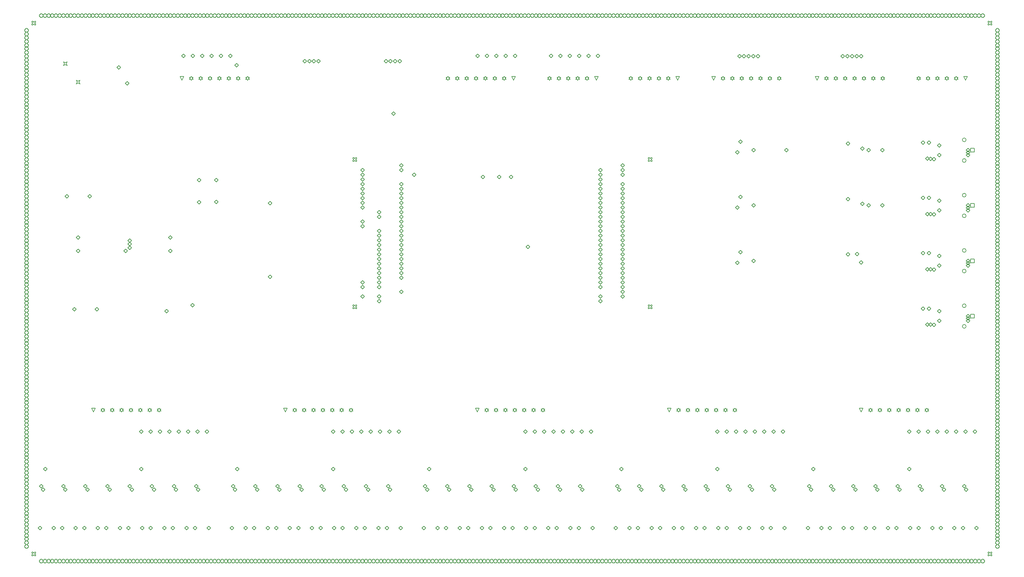
<source format=gbr>
%TF.GenerationSoftware,Altium Limited,Altium Designer,20.0.13 (296)*%
G04 Layer_Color=2752767*
%FSLAX26Y26*%
%MOIN*%
%TF.FileFunction,Drawing*%
%TF.Part,Single*%
G01*
G75*
%TA.AperFunction,NonConductor*%
%ADD58C,0.005000*%
%ADD897C,0.006667*%
D58*
X10105984Y2637480D02*
Y2677480D01*
X10145984D01*
Y2637480D01*
X10105984D01*
Y3228032D02*
Y3268032D01*
X10145984D01*
Y3228032D01*
X10105984D01*
Y3818583D02*
Y3858583D01*
X10145984D01*
Y3818583D01*
X10105984D01*
Y4409134D02*
Y4449134D01*
X10145984D01*
Y4409134D01*
X10105984D01*
X6982283Y5176850D02*
X6962283Y5216850D01*
X7002283D01*
X6982283Y5176850D01*
X6882283D02*
X6892283Y5186850D01*
X6902283D01*
X6892283Y5196850D01*
X6902283Y5206850D01*
X6892283D01*
X6882283Y5216850D01*
X6872283Y5206850D01*
X6862283D01*
X6872283Y5196850D01*
X6862283Y5186850D01*
X6872283D01*
X6882283Y5176850D01*
X6782283D02*
X6792283Y5186850D01*
X6802283D01*
X6792283Y5196850D01*
X6802283Y5206850D01*
X6792283D01*
X6782283Y5216850D01*
X6772283Y5206850D01*
X6762283D01*
X6772283Y5196850D01*
X6762283Y5186850D01*
X6772283D01*
X6782283Y5176850D01*
X6682283D02*
X6692283Y5186850D01*
X6702283D01*
X6692283Y5196850D01*
X6702283Y5206850D01*
X6692283D01*
X6682283Y5216850D01*
X6672283Y5206850D01*
X6662283D01*
X6672283Y5196850D01*
X6662283Y5186850D01*
X6672283D01*
X6682283Y5176850D01*
X6582283D02*
X6592283Y5186850D01*
X6602283D01*
X6592283Y5196850D01*
X6602283Y5206850D01*
X6592283D01*
X6582283Y5216850D01*
X6572283Y5206850D01*
X6562283D01*
X6572283Y5196850D01*
X6562283Y5186850D01*
X6572283D01*
X6582283Y5176850D01*
X6482283D02*
X6492283Y5186850D01*
X6502283D01*
X6492283Y5196850D01*
X6502283Y5206850D01*
X6492283D01*
X6482283Y5216850D01*
X6472283Y5206850D01*
X6462283D01*
X6472283Y5196850D01*
X6462283Y5186850D01*
X6472283D01*
X6482283Y5176850D01*
X6116142D02*
X6096142Y5216850D01*
X6136142D01*
X6116142Y5176850D01*
X6016142D02*
X6026142Y5186850D01*
X6036142D01*
X6026142Y5196850D01*
X6036142Y5206850D01*
X6026142D01*
X6016142Y5216850D01*
X6006142Y5206850D01*
X5996142D01*
X6006142Y5196850D01*
X5996142Y5186850D01*
X6006142D01*
X6016142Y5176850D01*
X5916142D02*
X5926142Y5186850D01*
X5936142D01*
X5926142Y5196850D01*
X5936142Y5206850D01*
X5926142D01*
X5916142Y5216850D01*
X5906142Y5206850D01*
X5896142D01*
X5906142Y5196850D01*
X5896142Y5186850D01*
X5906142D01*
X5916142Y5176850D01*
X5816142D02*
X5826142Y5186850D01*
X5836142D01*
X5826142Y5196850D01*
X5836142Y5206850D01*
X5826142D01*
X5816142Y5216850D01*
X5806142Y5206850D01*
X5796142D01*
X5806142Y5196850D01*
X5796142Y5186850D01*
X5806142D01*
X5816142Y5176850D01*
X5716142D02*
X5726142Y5186850D01*
X5736142D01*
X5726142Y5196850D01*
X5736142Y5206850D01*
X5726142D01*
X5716142Y5216850D01*
X5706142Y5206850D01*
X5696142D01*
X5706142Y5196850D01*
X5696142Y5186850D01*
X5706142D01*
X5716142Y5176850D01*
X5616142D02*
X5626142Y5186850D01*
X5636142D01*
X5626142Y5196850D01*
X5636142Y5206850D01*
X5626142D01*
X5616142Y5216850D01*
X5606142Y5206850D01*
X5596142D01*
X5606142Y5196850D01*
X5596142Y5186850D01*
X5606142D01*
X5616142Y5176850D01*
X5231890D02*
X5211890Y5216850D01*
X5251890D01*
X5231890Y5176850D01*
X5131890D02*
X5141890Y5186850D01*
X5151890D01*
X5141890Y5196850D01*
X5151890Y5206850D01*
X5141890D01*
X5131890Y5216850D01*
X5121890Y5206850D01*
X5111890D01*
X5121890Y5196850D01*
X5111890Y5186850D01*
X5121890D01*
X5131890Y5176850D01*
X5031890D02*
X5041890Y5186850D01*
X5051890D01*
X5041890Y5196850D01*
X5051890Y5206850D01*
X5041890D01*
X5031890Y5216850D01*
X5021890Y5206850D01*
X5011890D01*
X5021890Y5196850D01*
X5011890Y5186850D01*
X5021890D01*
X5031890Y5176850D01*
X4931890D02*
X4941890Y5186850D01*
X4951890D01*
X4941890Y5196850D01*
X4951890Y5206850D01*
X4941890D01*
X4931890Y5216850D01*
X4921890Y5206850D01*
X4911890D01*
X4921890Y5196850D01*
X4911890Y5186850D01*
X4921890D01*
X4931890Y5176850D01*
X4831890D02*
X4841890Y5186850D01*
X4851890D01*
X4841890Y5196850D01*
X4851890Y5206850D01*
X4841890D01*
X4831890Y5216850D01*
X4821890Y5206850D01*
X4811890D01*
X4821890Y5196850D01*
X4811890Y5186850D01*
X4821890D01*
X4831890Y5176850D01*
X4731890D02*
X4741890Y5186850D01*
X4751890D01*
X4741890Y5196850D01*
X4751890Y5206850D01*
X4741890D01*
X4731890Y5216850D01*
X4721890Y5206850D01*
X4711890D01*
X4721890Y5196850D01*
X4711890Y5186850D01*
X4721890D01*
X4731890Y5176850D01*
X4631890D02*
X4641890Y5186850D01*
X4651890D01*
X4641890Y5196850D01*
X4651890Y5206850D01*
X4641890D01*
X4631890Y5216850D01*
X4621890Y5206850D01*
X4611890D01*
X4621890Y5196850D01*
X4611890Y5186850D01*
X4621890D01*
X4631890Y5176850D01*
X4531890D02*
X4541890Y5186850D01*
X4551890D01*
X4541890Y5196850D01*
X4551890Y5206850D01*
X4541890D01*
X4531890Y5216850D01*
X4521890Y5206850D01*
X4511890D01*
X4521890Y5196850D01*
X4511890Y5186850D01*
X4521890D01*
X4531890Y5176850D01*
X10053150D02*
X10033150Y5216850D01*
X10073150D01*
X10053150Y5176850D01*
X9953150D02*
X9963150Y5186850D01*
X9973150D01*
X9963150Y5196850D01*
X9973150Y5206850D01*
X9963150D01*
X9953150Y5216850D01*
X9943150Y5206850D01*
X9933150D01*
X9943150Y5196850D01*
X9933150Y5186850D01*
X9943150D01*
X9953150Y5176850D01*
X9853150D02*
X9863150Y5186850D01*
X9873150D01*
X9863150Y5196850D01*
X9873150Y5206850D01*
X9863150D01*
X9853150Y5216850D01*
X9843150Y5206850D01*
X9833150D01*
X9843150Y5196850D01*
X9833150Y5186850D01*
X9843150D01*
X9853150Y5176850D01*
X9753150D02*
X9763150Y5186850D01*
X9773150D01*
X9763150Y5196850D01*
X9773150Y5206850D01*
X9763150D01*
X9753150Y5216850D01*
X9743150Y5206850D01*
X9733150D01*
X9743150Y5196850D01*
X9733150Y5186850D01*
X9743150D01*
X9753150Y5176850D01*
X9653150D02*
X9663150Y5186850D01*
X9673150D01*
X9663150Y5196850D01*
X9673150Y5206850D01*
X9663150D01*
X9653150Y5216850D01*
X9643150Y5206850D01*
X9633150D01*
X9643150Y5196850D01*
X9633150Y5186850D01*
X9643150D01*
X9653150Y5176850D01*
X9553150D02*
X9563150Y5186850D01*
X9573150D01*
X9563150Y5196850D01*
X9573150Y5206850D01*
X9563150D01*
X9553150Y5216850D01*
X9543150Y5206850D01*
X9533150D01*
X9543150Y5196850D01*
X9533150Y5186850D01*
X9543150D01*
X9553150Y5176850D01*
X8468898D02*
X8448898Y5216850D01*
X8488898D01*
X8468898Y5176850D01*
X8568898D02*
X8578898Y5186850D01*
X8588898D01*
X8578898Y5196850D01*
X8588898Y5206850D01*
X8578898D01*
X8568898Y5216850D01*
X8558898Y5206850D01*
X8548898D01*
X8558898Y5196850D01*
X8548898Y5186850D01*
X8558898D01*
X8568898Y5176850D01*
X8668898D02*
X8678898Y5186850D01*
X8688898D01*
X8678898Y5196850D01*
X8688898Y5206850D01*
X8678898D01*
X8668898Y5216850D01*
X8658898Y5206850D01*
X8648898D01*
X8658898Y5196850D01*
X8648898Y5186850D01*
X8658898D01*
X8668898Y5176850D01*
X8768898D02*
X8778898Y5186850D01*
X8788898D01*
X8778898Y5196850D01*
X8788898Y5206850D01*
X8778898D01*
X8768898Y5216850D01*
X8758898Y5206850D01*
X8748898D01*
X8758898Y5196850D01*
X8748898Y5186850D01*
X8758898D01*
X8768898Y5176850D01*
X8868898D02*
X8878898Y5186850D01*
X8888898D01*
X8878898Y5196850D01*
X8888898Y5206850D01*
X8878898D01*
X8868898Y5216850D01*
X8858898Y5206850D01*
X8848898D01*
X8858898Y5196850D01*
X8848898Y5186850D01*
X8858898D01*
X8868898Y5176850D01*
X8968898D02*
X8978898Y5186850D01*
X8988898D01*
X8978898Y5196850D01*
X8988898Y5206850D01*
X8978898D01*
X8968898Y5216850D01*
X8958898Y5206850D01*
X8948898D01*
X8958898Y5196850D01*
X8948898Y5186850D01*
X8958898D01*
X8968898Y5176850D01*
X9068898D02*
X9078898Y5186850D01*
X9088898D01*
X9078898Y5196850D01*
X9088898Y5206850D01*
X9078898D01*
X9068898Y5216850D01*
X9058898Y5206850D01*
X9048898D01*
X9058898Y5196850D01*
X9048898Y5186850D01*
X9058898D01*
X9068898Y5176850D01*
X9168898D02*
X9178898Y5186850D01*
X9188898D01*
X9178898Y5196850D01*
X9188898Y5206850D01*
X9178898D01*
X9168898Y5216850D01*
X9158898Y5206850D01*
X9148898D01*
X9158898Y5196850D01*
X9148898Y5186850D01*
X9158898D01*
X9168898Y5176850D01*
X7366535D02*
X7346535Y5216850D01*
X7386535D01*
X7366535Y5176850D01*
X7466535D02*
X7476535Y5186850D01*
X7486535D01*
X7476535Y5196850D01*
X7486535Y5206850D01*
X7476535D01*
X7466535Y5216850D01*
X7456535Y5206850D01*
X7446535D01*
X7456535Y5196850D01*
X7446535Y5186850D01*
X7456535D01*
X7466535Y5176850D01*
X7566535D02*
X7576535Y5186850D01*
X7586535D01*
X7576535Y5196850D01*
X7586535Y5206850D01*
X7576535D01*
X7566535Y5216850D01*
X7556535Y5206850D01*
X7546535D01*
X7556535Y5196850D01*
X7546535Y5186850D01*
X7556535D01*
X7566535Y5176850D01*
X7666535D02*
X7676535Y5186850D01*
X7686535D01*
X7676535Y5196850D01*
X7686535Y5206850D01*
X7676535D01*
X7666535Y5216850D01*
X7656535Y5206850D01*
X7646535D01*
X7656535Y5196850D01*
X7646535Y5186850D01*
X7656535D01*
X7666535Y5176850D01*
X7766535D02*
X7776535Y5186850D01*
X7786535D01*
X7776535Y5196850D01*
X7786535Y5206850D01*
X7776535D01*
X7766535Y5216850D01*
X7756535Y5206850D01*
X7746535D01*
X7756535Y5196850D01*
X7746535Y5186850D01*
X7756535D01*
X7766535Y5176850D01*
X7866535D02*
X7876535Y5186850D01*
X7886535D01*
X7876535Y5196850D01*
X7886535Y5206850D01*
X7876535D01*
X7866535Y5216850D01*
X7856535Y5206850D01*
X7846535D01*
X7856535Y5196850D01*
X7846535Y5186850D01*
X7856535D01*
X7866535Y5176850D01*
X7966535D02*
X7976535Y5186850D01*
X7986535D01*
X7976535Y5196850D01*
X7986535Y5206850D01*
X7976535D01*
X7966535Y5216850D01*
X7956535Y5206850D01*
X7946535D01*
X7956535Y5196850D01*
X7946535Y5186850D01*
X7956535D01*
X7966535Y5176850D01*
X8066535D02*
X8076535Y5186850D01*
X8086535D01*
X8076535Y5196850D01*
X8086535Y5206850D01*
X8076535D01*
X8066535Y5216850D01*
X8056535Y5206850D01*
X8046535D01*
X8056535Y5196850D01*
X8046535Y5186850D01*
X8056535D01*
X8066535Y5176850D01*
X570551Y5137480D02*
X580551Y5157480D01*
X570551Y5177480D01*
X590551Y5167480D01*
X610551Y5177480D01*
X600551Y5157480D01*
X610551Y5137480D01*
X590551Y5147480D01*
X570551Y5137480D01*
X432756Y5334331D02*
X442756Y5354331D01*
X432756Y5374331D01*
X452756Y5364331D01*
X472756Y5374331D01*
X462756Y5354331D01*
X472756Y5334331D01*
X452756Y5344331D01*
X432756Y5334331D01*
X2799606Y1633543D02*
X2779606Y1673543D01*
X2819606D01*
X2799606Y1633543D01*
X2899606D02*
X2909606Y1643543D01*
X2919606D01*
X2909606Y1653543D01*
X2919606Y1663543D01*
X2909606D01*
X2899606Y1673543D01*
X2889606Y1663543D01*
X2879606D01*
X2889606Y1653543D01*
X2879606Y1643543D01*
X2889606D01*
X2899606Y1633543D01*
X2999606D02*
X3009606Y1643543D01*
X3019606D01*
X3009606Y1653543D01*
X3019606Y1663543D01*
X3009606D01*
X2999606Y1673543D01*
X2989606Y1663543D01*
X2979606D01*
X2989606Y1653543D01*
X2979606Y1643543D01*
X2989606D01*
X2999606Y1633543D01*
X3099606D02*
X3109606Y1643543D01*
X3119606D01*
X3109606Y1653543D01*
X3119606Y1663543D01*
X3109606D01*
X3099606Y1673543D01*
X3089606Y1663543D01*
X3079606D01*
X3089606Y1653543D01*
X3079606Y1643543D01*
X3089606D01*
X3099606Y1633543D01*
X3199606D02*
X3209606Y1643543D01*
X3219606D01*
X3209606Y1653543D01*
X3219606Y1663543D01*
X3209606D01*
X3199606Y1673543D01*
X3189606Y1663543D01*
X3179606D01*
X3189606Y1653543D01*
X3179606Y1643543D01*
X3189606D01*
X3199606Y1633543D01*
X3299606D02*
X3309606Y1643543D01*
X3319606D01*
X3309606Y1653543D01*
X3319606Y1663543D01*
X3309606D01*
X3299606Y1673543D01*
X3289606Y1663543D01*
X3279606D01*
X3289606Y1653543D01*
X3279606Y1643543D01*
X3289606D01*
X3299606Y1633543D01*
X3399606D02*
X3409606Y1643543D01*
X3419606D01*
X3409606Y1653543D01*
X3419606Y1663543D01*
X3409606D01*
X3399606Y1673543D01*
X3389606Y1663543D01*
X3379606D01*
X3389606Y1653543D01*
X3379606Y1643543D01*
X3389606D01*
X3399606Y1633543D01*
X3499606D02*
X3509606Y1643543D01*
X3519606D01*
X3509606Y1653543D01*
X3519606Y1663543D01*
X3509606D01*
X3499606Y1673543D01*
X3489606Y1663543D01*
X3479606D01*
X3489606Y1653543D01*
X3479606Y1643543D01*
X3489606D01*
X3499606Y1633543D01*
X4846850D02*
X4826850Y1673543D01*
X4866850D01*
X4846850Y1633543D01*
X4946850D02*
X4956850Y1643543D01*
X4966850D01*
X4956850Y1653543D01*
X4966850Y1663543D01*
X4956850D01*
X4946850Y1673543D01*
X4936850Y1663543D01*
X4926850D01*
X4936850Y1653543D01*
X4926850Y1643543D01*
X4936850D01*
X4946850Y1633543D01*
X5046850D02*
X5056850Y1643543D01*
X5066850D01*
X5056850Y1653543D01*
X5066850Y1663543D01*
X5056850D01*
X5046850Y1673543D01*
X5036850Y1663543D01*
X5026850D01*
X5036850Y1653543D01*
X5026850Y1643543D01*
X5036850D01*
X5046850Y1633543D01*
X5146850D02*
X5156850Y1643543D01*
X5166850D01*
X5156850Y1653543D01*
X5166850Y1663543D01*
X5156850D01*
X5146850Y1673543D01*
X5136850Y1663543D01*
X5126850D01*
X5136850Y1653543D01*
X5126850Y1643543D01*
X5136850D01*
X5146850Y1633543D01*
X5246850D02*
X5256850Y1643543D01*
X5266850D01*
X5256850Y1653543D01*
X5266850Y1663543D01*
X5256850D01*
X5246850Y1673543D01*
X5236850Y1663543D01*
X5226850D01*
X5236850Y1653543D01*
X5226850Y1643543D01*
X5236850D01*
X5246850Y1633543D01*
X5346850D02*
X5356850Y1643543D01*
X5366850D01*
X5356850Y1653543D01*
X5366850Y1663543D01*
X5356850D01*
X5346850Y1673543D01*
X5336850Y1663543D01*
X5326850D01*
X5336850Y1653543D01*
X5326850Y1643543D01*
X5336850D01*
X5346850Y1633543D01*
X5446850D02*
X5456850Y1643543D01*
X5466850D01*
X5456850Y1653543D01*
X5466850Y1663543D01*
X5456850D01*
X5446850Y1673543D01*
X5436850Y1663543D01*
X5426850D01*
X5436850Y1653543D01*
X5426850Y1643543D01*
X5436850D01*
X5446850Y1633543D01*
X5546850D02*
X5556850Y1643543D01*
X5566850D01*
X5556850Y1653543D01*
X5566850Y1663543D01*
X5556850D01*
X5546850Y1673543D01*
X5536850Y1663543D01*
X5526850D01*
X5536850Y1653543D01*
X5526850Y1643543D01*
X5536850D01*
X5546850Y1633543D01*
X6894095D02*
X6874095Y1673543D01*
X6914095D01*
X6894095Y1633543D01*
X6994095D02*
X7004095Y1643543D01*
X7014095D01*
X7004095Y1653543D01*
X7014095Y1663543D01*
X7004095D01*
X6994095Y1673543D01*
X6984095Y1663543D01*
X6974095D01*
X6984095Y1653543D01*
X6974095Y1643543D01*
X6984095D01*
X6994095Y1633543D01*
X7094095D02*
X7104095Y1643543D01*
X7114095D01*
X7104095Y1653543D01*
X7114095Y1663543D01*
X7104095D01*
X7094095Y1673543D01*
X7084095Y1663543D01*
X7074095D01*
X7084095Y1653543D01*
X7074095Y1643543D01*
X7084095D01*
X7094095Y1633543D01*
X7194095D02*
X7204095Y1643543D01*
X7214095D01*
X7204095Y1653543D01*
X7214095Y1663543D01*
X7204095D01*
X7194095Y1673543D01*
X7184095Y1663543D01*
X7174095D01*
X7184095Y1653543D01*
X7174095Y1643543D01*
X7184095D01*
X7194095Y1633543D01*
X7294095D02*
X7304095Y1643543D01*
X7314095D01*
X7304095Y1653543D01*
X7314095Y1663543D01*
X7304095D01*
X7294095Y1673543D01*
X7284095Y1663543D01*
X7274095D01*
X7284095Y1653543D01*
X7274095Y1643543D01*
X7284095D01*
X7294095Y1633543D01*
X7394095D02*
X7404095Y1643543D01*
X7414095D01*
X7404095Y1653543D01*
X7414095Y1663543D01*
X7404095D01*
X7394095Y1673543D01*
X7384095Y1663543D01*
X7374095D01*
X7384095Y1653543D01*
X7374095Y1643543D01*
X7384095D01*
X7394095Y1633543D01*
X7494095D02*
X7504095Y1643543D01*
X7514095D01*
X7504095Y1653543D01*
X7514095Y1663543D01*
X7504095D01*
X7494095Y1673543D01*
X7484095Y1663543D01*
X7474095D01*
X7484095Y1653543D01*
X7474095Y1643543D01*
X7484095D01*
X7494095Y1633543D01*
X7594095D02*
X7604095Y1643543D01*
X7614095D01*
X7604095Y1653543D01*
X7614095Y1663543D01*
X7604095D01*
X7594095Y1673543D01*
X7584095Y1663543D01*
X7574095D01*
X7584095Y1653543D01*
X7574095Y1643543D01*
X7584095D01*
X7594095Y1633543D01*
X8941339D02*
X8921339Y1673543D01*
X8961339D01*
X8941339Y1633543D01*
X9041339D02*
X9051339Y1643543D01*
X9061339D01*
X9051339Y1653543D01*
X9061339Y1663543D01*
X9051339D01*
X9041339Y1673543D01*
X9031339Y1663543D01*
X9021339D01*
X9031339Y1653543D01*
X9021339Y1643543D01*
X9031339D01*
X9041339Y1633543D01*
X9141339D02*
X9151339Y1643543D01*
X9161339D01*
X9151339Y1653543D01*
X9161339Y1663543D01*
X9151339D01*
X9141339Y1673543D01*
X9131339Y1663543D01*
X9121339D01*
X9131339Y1653543D01*
X9121339Y1643543D01*
X9131339D01*
X9141339Y1633543D01*
X9241339D02*
X9251339Y1643543D01*
X9261339D01*
X9251339Y1653543D01*
X9261339Y1663543D01*
X9251339D01*
X9241339Y1673543D01*
X9231339Y1663543D01*
X9221339D01*
X9231339Y1653543D01*
X9221339Y1643543D01*
X9231339D01*
X9241339Y1633543D01*
X9341339D02*
X9351339Y1643543D01*
X9361339D01*
X9351339Y1653543D01*
X9361339Y1663543D01*
X9351339D01*
X9341339Y1673543D01*
X9331339Y1663543D01*
X9321339D01*
X9331339Y1653543D01*
X9321339Y1643543D01*
X9331339D01*
X9341339Y1633543D01*
X9441339D02*
X9451339Y1643543D01*
X9461339D01*
X9451339Y1653543D01*
X9461339Y1663543D01*
X9451339D01*
X9441339Y1673543D01*
X9431339Y1663543D01*
X9421339D01*
X9431339Y1653543D01*
X9421339Y1643543D01*
X9431339D01*
X9441339Y1633543D01*
X9541339D02*
X9551339Y1643543D01*
X9561339D01*
X9551339Y1653543D01*
X9561339Y1663543D01*
X9551339D01*
X9541339Y1673543D01*
X9531339Y1663543D01*
X9521339D01*
X9531339Y1653543D01*
X9521339Y1643543D01*
X9531339D01*
X9541339Y1633543D01*
X9641339D02*
X9651339Y1643543D01*
X9661339D01*
X9651339Y1653543D01*
X9661339Y1663543D01*
X9651339D01*
X9641339Y1673543D01*
X9631339Y1663543D01*
X9621339D01*
X9631339Y1653543D01*
X9621339Y1643543D01*
X9631339D01*
X9641339Y1633543D01*
X752362D02*
X732362Y1673543D01*
X772362D01*
X752362Y1633543D01*
X852362D02*
X862362Y1643543D01*
X872362D01*
X862362Y1653543D01*
X872362Y1663543D01*
X862362D01*
X852362Y1673543D01*
X842362Y1663543D01*
X832362D01*
X842362Y1653543D01*
X832362Y1643543D01*
X842362D01*
X852362Y1633543D01*
X952362D02*
X962362Y1643543D01*
X972362D01*
X962362Y1653543D01*
X972362Y1663543D01*
X962362D01*
X952362Y1673543D01*
X942362Y1663543D01*
X932362D01*
X942362Y1653543D01*
X932362Y1643543D01*
X942362D01*
X952362Y1633543D01*
X1052362D02*
X1062362Y1643543D01*
X1072362D01*
X1062362Y1653543D01*
X1072362Y1663543D01*
X1062362D01*
X1052362Y1673543D01*
X1042362Y1663543D01*
X1032362D01*
X1042362Y1653543D01*
X1032362Y1643543D01*
X1042362D01*
X1052362Y1633543D01*
X1152362D02*
X1162362Y1643543D01*
X1172362D01*
X1162362Y1653543D01*
X1172362Y1663543D01*
X1162362D01*
X1152362Y1673543D01*
X1142362Y1663543D01*
X1132362D01*
X1142362Y1653543D01*
X1132362Y1643543D01*
X1142362D01*
X1152362Y1633543D01*
X1252362D02*
X1262362Y1643543D01*
X1272362D01*
X1262362Y1653543D01*
X1272362Y1663543D01*
X1262362D01*
X1252362Y1673543D01*
X1242362Y1663543D01*
X1232362D01*
X1242362Y1653543D01*
X1232362Y1643543D01*
X1242362D01*
X1252362Y1633543D01*
X1352362D02*
X1362362Y1643543D01*
X1372362D01*
X1362362Y1653543D01*
X1372362Y1663543D01*
X1362362D01*
X1352362Y1673543D01*
X1342362Y1663543D01*
X1332362D01*
X1342362Y1653543D01*
X1332362Y1643543D01*
X1342362D01*
X1352362Y1633543D01*
X1452362D02*
X1462362Y1643543D01*
X1472362D01*
X1462362Y1653543D01*
X1472362Y1663543D01*
X1462362D01*
X1452362Y1673543D01*
X1442362Y1663543D01*
X1432362D01*
X1442362Y1653543D01*
X1432362Y1643543D01*
X1442362D01*
X1452362Y1633543D01*
X1697244Y5176850D02*
X1677244Y5216850D01*
X1717244D01*
X1697244Y5176850D01*
X1797244D02*
X1807244Y5186850D01*
X1817244D01*
X1807244Y5196850D01*
X1817244Y5206850D01*
X1807244D01*
X1797244Y5216850D01*
X1787244Y5206850D01*
X1777244D01*
X1787244Y5196850D01*
X1777244Y5186850D01*
X1787244D01*
X1797244Y5176850D01*
X1897244D02*
X1907244Y5186850D01*
X1917244D01*
X1907244Y5196850D01*
X1917244Y5206850D01*
X1907244D01*
X1897244Y5216850D01*
X1887244Y5206850D01*
X1877244D01*
X1887244Y5196850D01*
X1877244Y5186850D01*
X1887244D01*
X1897244Y5176850D01*
X1997244D02*
X2007244Y5186850D01*
X2017244D01*
X2007244Y5196850D01*
X2017244Y5206850D01*
X2007244D01*
X1997244Y5216850D01*
X1987244Y5206850D01*
X1977244D01*
X1987244Y5196850D01*
X1977244Y5186850D01*
X1987244D01*
X1997244Y5176850D01*
X2097244D02*
X2107244Y5186850D01*
X2117244D01*
X2107244Y5196850D01*
X2117244Y5206850D01*
X2107244D01*
X2097244Y5216850D01*
X2087244Y5206850D01*
X2077244D01*
X2087244Y5196850D01*
X2077244Y5186850D01*
X2087244D01*
X2097244Y5176850D01*
X2197244D02*
X2207244Y5186850D01*
X2217244D01*
X2207244Y5196850D01*
X2217244Y5206850D01*
X2207244D01*
X2197244Y5216850D01*
X2187244Y5206850D01*
X2177244D01*
X2187244Y5196850D01*
X2177244Y5186850D01*
X2187244D01*
X2197244Y5176850D01*
X2297244D02*
X2307244Y5186850D01*
X2317244D01*
X2307244Y5196850D01*
X2317244Y5206850D01*
X2307244D01*
X2297244Y5216850D01*
X2287244Y5206850D01*
X2277244D01*
X2287244Y5196850D01*
X2277244Y5186850D01*
X2287244D01*
X2297244Y5176850D01*
X2397244D02*
X2407244Y5186850D01*
X2417244D01*
X2407244Y5196850D01*
X2417244Y5206850D01*
X2407244D01*
X2397244Y5216850D01*
X2387244Y5206850D01*
X2377244D01*
X2387244Y5196850D01*
X2377244Y5186850D01*
X2387244D01*
X2397244Y5176850D01*
X10226206Y5856142D02*
Y5846142D01*
X10246206D01*
Y5856142D01*
X10256206D01*
Y5876142D01*
X10246206D01*
Y5886142D01*
X10226206D01*
Y5876142D01*
X10216206D01*
Y5856142D01*
X10226206D01*
X10186835D02*
Y5846142D01*
X10206835D01*
Y5856142D01*
X10216835D01*
Y5876142D01*
X10206835D01*
Y5886142D01*
X10186835D01*
Y5876142D01*
X10176835D01*
Y5856142D01*
X10186835D01*
X10147466D02*
Y5846142D01*
X10167466D01*
Y5856142D01*
X10177466D01*
Y5876142D01*
X10167466D01*
Y5886142D01*
X10147466D01*
Y5876142D01*
X10137466D01*
Y5856142D01*
X10147466D01*
X9871876D02*
Y5846142D01*
X9891876D01*
Y5856142D01*
X9901876D01*
Y5876142D01*
X9891876D01*
Y5886142D01*
X9871876D01*
Y5876142D01*
X9861876D01*
Y5856142D01*
X9871876D01*
X9911246D02*
Y5846142D01*
X9931246D01*
Y5856142D01*
X9941246D01*
Y5876142D01*
X9931246D01*
Y5886142D01*
X9911246D01*
Y5876142D01*
X9901246D01*
Y5856142D01*
X9911246D01*
X9950615D02*
Y5846142D01*
X9970615D01*
Y5856142D01*
X9980615D01*
Y5876142D01*
X9970615D01*
Y5886142D01*
X9950615D01*
Y5876142D01*
X9940615D01*
Y5856142D01*
X9950615D01*
X9989986D02*
Y5846142D01*
X10009986D01*
Y5856142D01*
X10019986D01*
Y5876142D01*
X10009986D01*
Y5886142D01*
X9989986D01*
Y5876142D01*
X9979986D01*
Y5856142D01*
X9989986D01*
X10029355D02*
Y5846142D01*
X10049355D01*
Y5856142D01*
X10059355D01*
Y5876142D01*
X10049355D01*
Y5886142D01*
X10029355D01*
Y5876142D01*
X10019355D01*
Y5856142D01*
X10029355D01*
X9832505D02*
Y5846142D01*
X9852505D01*
Y5856142D01*
X9862505D01*
Y5876142D01*
X9852505D01*
Y5886142D01*
X9832505D01*
Y5876142D01*
X9822505D01*
Y5856142D01*
X9832505D01*
X9793136D02*
Y5846142D01*
X9813136D01*
Y5856142D01*
X9823136D01*
Y5876142D01*
X9813136D01*
Y5886142D01*
X9793136D01*
Y5876142D01*
X9783136D01*
Y5856142D01*
X9793136D01*
X9753765D02*
Y5846142D01*
X9773765D01*
Y5856142D01*
X9783765D01*
Y5876142D01*
X9773765D01*
Y5886142D01*
X9753765D01*
Y5876142D01*
X9743765D01*
Y5856142D01*
X9753765D01*
X9714396D02*
Y5846142D01*
X9734396D01*
Y5856142D01*
X9744396D01*
Y5876142D01*
X9734396D01*
Y5886142D01*
X9714396D01*
Y5876142D01*
X9704396D01*
Y5856142D01*
X9714396D01*
X9675025D02*
Y5846142D01*
X9695025D01*
Y5856142D01*
X9705025D01*
Y5876142D01*
X9695025D01*
Y5886142D01*
X9675025D01*
Y5876142D01*
X9665025D01*
Y5856142D01*
X9675025D01*
X10108095D02*
Y5846142D01*
X10128095D01*
Y5856142D01*
X10138095D01*
Y5876142D01*
X10128095D01*
Y5886142D01*
X10108095D01*
Y5876142D01*
X10098095D01*
Y5856142D01*
X10108095D01*
X10068726D02*
Y5846142D01*
X10088726D01*
Y5856142D01*
X10098726D01*
Y5876142D01*
X10088726D01*
Y5886142D01*
X10068726D01*
Y5876142D01*
X10058726D01*
Y5856142D01*
X10068726D01*
X10226206Y29370D02*
Y19370D01*
X10246206D01*
Y29370D01*
X10256206D01*
Y49370D01*
X10246206D01*
Y59370D01*
X10226206D01*
Y49370D01*
X10216206D01*
Y29370D01*
X10226206D01*
X10186836D02*
Y19370D01*
X10206836D01*
Y29370D01*
X10216836D01*
Y49370D01*
X10206836D01*
Y59370D01*
X10186836D01*
Y49370D01*
X10176836D01*
Y29370D01*
X10186836D01*
X10147466D02*
Y19370D01*
X10167466D01*
Y29370D01*
X10177466D01*
Y49370D01*
X10167466D01*
Y59370D01*
X10147466D01*
Y49370D01*
X10137466D01*
Y29370D01*
X10147466D01*
X9871876D02*
Y19370D01*
X9891876D01*
Y29370D01*
X9901876D01*
Y49370D01*
X9891876D01*
Y59370D01*
X9871876D01*
Y49370D01*
X9861876D01*
Y29370D01*
X9871876D01*
X9911246D02*
Y19370D01*
X9931246D01*
Y29370D01*
X9941246D01*
Y49370D01*
X9931246D01*
Y59370D01*
X9911246D01*
Y49370D01*
X9901246D01*
Y29370D01*
X9911246D01*
X9950616D02*
Y19370D01*
X9970616D01*
Y29370D01*
X9980616D01*
Y49370D01*
X9970616D01*
Y59370D01*
X9950616D01*
Y49370D01*
X9940616D01*
Y29370D01*
X9950616D01*
X9989986D02*
Y19370D01*
X10009986D01*
Y29370D01*
X10019986D01*
Y49370D01*
X10009986D01*
Y59370D01*
X9989986D01*
Y49370D01*
X9979986D01*
Y29370D01*
X9989986D01*
X10029356D02*
Y19370D01*
X10049356D01*
Y29370D01*
X10059356D01*
Y49370D01*
X10049356D01*
Y59370D01*
X10029356D01*
Y49370D01*
X10019356D01*
Y29370D01*
X10029356D01*
X9832506D02*
Y19370D01*
X9852506D01*
Y29370D01*
X9862506D01*
Y49370D01*
X9852506D01*
Y59370D01*
X9832506D01*
Y49370D01*
X9822506D01*
Y29370D01*
X9832506D01*
X9793136D02*
Y19370D01*
X9813136D01*
Y29370D01*
X9823136D01*
Y49370D01*
X9813136D01*
Y59370D01*
X9793136D01*
Y49370D01*
X9783136D01*
Y29370D01*
X9793136D01*
X9753766D02*
Y19370D01*
X9773766D01*
Y29370D01*
X9783766D01*
Y49370D01*
X9773766D01*
Y59370D01*
X9753766D01*
Y49370D01*
X9743766D01*
Y29370D01*
X9753766D01*
X9714396D02*
Y19370D01*
X9734396D01*
Y29370D01*
X9744396D01*
Y49370D01*
X9734396D01*
Y59370D01*
X9714396D01*
Y49370D01*
X9704396D01*
Y29370D01*
X9714396D01*
X9675026D02*
Y19370D01*
X9695026D01*
Y29370D01*
X9705026D01*
Y49370D01*
X9695026D01*
Y59370D01*
X9675026D01*
Y49370D01*
X9665026D01*
Y29370D01*
X9675026D01*
X10108096D02*
Y19370D01*
X10128096D01*
Y29370D01*
X10138096D01*
Y49370D01*
X10128096D01*
Y59370D01*
X10108096D01*
Y49370D01*
X10098096D01*
Y29370D01*
X10108096D01*
X10068726D02*
Y19370D01*
X10088726D01*
Y29370D01*
X10098726D01*
Y49370D01*
X10088726D01*
Y59370D01*
X10068726D01*
Y49370D01*
X10058726D01*
Y29370D01*
X10068726D01*
X29370Y5344322D02*
Y5334322D01*
X49370D01*
Y5344322D01*
X59370D01*
Y5364322D01*
X49370D01*
Y5374322D01*
X29370D01*
Y5364322D01*
X19370D01*
Y5344322D01*
X29370D01*
Y5304952D02*
Y5294952D01*
X49370D01*
Y5304952D01*
X59370D01*
Y5324952D01*
X49370D01*
Y5334952D01*
X29370D01*
Y5324952D01*
X19370D01*
Y5304952D01*
X29370D01*
Y5265582D02*
Y5255582D01*
X49370D01*
Y5265582D01*
X59370D01*
Y5285582D01*
X49370D01*
Y5295582D01*
X29370D01*
Y5285582D01*
X19370D01*
Y5265582D01*
X29370D01*
Y5698651D02*
Y5688651D01*
X49370D01*
Y5698651D01*
X59370D01*
Y5718651D01*
X49370D01*
Y5728651D01*
X29370D01*
Y5718651D01*
X19370D01*
Y5698651D01*
X29370D01*
Y5659282D02*
Y5649282D01*
X49370D01*
Y5659282D01*
X59370D01*
Y5679282D01*
X49370D01*
Y5689282D01*
X29370D01*
Y5679282D01*
X19370D01*
Y5659282D01*
X29370D01*
Y5619912D02*
Y5609912D01*
X49370D01*
Y5619912D01*
X59370D01*
Y5639912D01*
X49370D01*
Y5649912D01*
X29370D01*
Y5639912D01*
X19370D01*
Y5619912D01*
X29370D01*
Y5580542D02*
Y5570542D01*
X49370D01*
Y5580542D01*
X59370D01*
Y5600542D01*
X49370D01*
Y5610542D01*
X29370D01*
Y5600542D01*
X19370D01*
Y5580542D01*
X29370D01*
Y5383691D02*
Y5373691D01*
X49370D01*
Y5383691D01*
X59370D01*
Y5403691D01*
X49370D01*
Y5413691D01*
X29370D01*
Y5403691D01*
X19370D01*
Y5383691D01*
X29370D01*
Y5423061D02*
Y5413061D01*
X49370D01*
Y5423061D01*
X59370D01*
Y5443061D01*
X49370D01*
Y5453061D01*
X29370D01*
Y5443061D01*
X19370D01*
Y5423061D01*
X29370D01*
Y5462431D02*
Y5452431D01*
X49370D01*
Y5462431D01*
X59370D01*
Y5482431D01*
X49370D01*
Y5492431D01*
X29370D01*
Y5482431D01*
X19370D01*
Y5462431D01*
X29370D01*
Y5501801D02*
Y5491801D01*
X49370D01*
Y5501801D01*
X59370D01*
Y5521801D01*
X49370D01*
Y5531801D01*
X29370D01*
Y5521801D01*
X19370D01*
Y5501801D01*
X29370D01*
Y5541172D02*
Y5531172D01*
X49370D01*
Y5541172D01*
X59370D01*
Y5561172D01*
X49370D01*
Y5571172D01*
X29370D01*
Y5561172D01*
X19370D01*
Y5541172D01*
X29370D01*
Y5226212D02*
Y5216212D01*
X49370D01*
Y5226212D01*
X59370D01*
Y5246212D01*
X49370D01*
Y5256212D01*
X29370D01*
Y5246212D01*
X19370D01*
Y5226212D01*
X29370D01*
Y4989992D02*
Y4979992D01*
X49370D01*
Y4989992D01*
X59370D01*
Y5009992D01*
X49370D01*
Y5019992D01*
X29370D01*
Y5009992D01*
X19370D01*
Y4989992D01*
X29370D01*
Y4950622D02*
Y4940622D01*
X49370D01*
Y4950622D01*
X59370D01*
Y4970622D01*
X49370D01*
Y4980622D01*
X29370D01*
Y4970622D01*
X19370D01*
Y4950622D01*
X29370D01*
Y4911252D02*
Y4901252D01*
X49370D01*
Y4911252D01*
X59370D01*
Y4931252D01*
X49370D01*
Y4941252D01*
X29370D01*
Y4931252D01*
X19370D01*
Y4911252D01*
X29370D01*
Y4871882D02*
Y4861882D01*
X49370D01*
Y4871882D01*
X59370D01*
Y4891882D01*
X49370D01*
Y4901882D01*
X29370D01*
Y4891882D01*
X19370D01*
Y4871882D01*
X29370D01*
Y4832511D02*
Y4822511D01*
X49370D01*
Y4832511D01*
X59370D01*
Y4852511D01*
X49370D01*
Y4862511D01*
X29370D01*
Y4852511D01*
X19370D01*
Y4832511D01*
X29370D01*
Y5029361D02*
Y5019361D01*
X49370D01*
Y5029361D01*
X59370D01*
Y5049361D01*
X49370D01*
Y5059361D01*
X29370D01*
Y5049361D01*
X19370D01*
Y5029361D01*
X29370D01*
Y5068731D02*
Y5058731D01*
X49370D01*
Y5068731D01*
X59370D01*
Y5088731D01*
X49370D01*
Y5098731D01*
X29370D01*
Y5088731D01*
X19370D01*
Y5068731D01*
X29370D01*
Y5108101D02*
Y5098101D01*
X49370D01*
Y5108101D01*
X59370D01*
Y5128101D01*
X49370D01*
Y5138101D01*
X29370D01*
Y5128101D01*
X19370D01*
Y5108101D01*
X29370D01*
Y5147471D02*
Y5137471D01*
X49370D01*
Y5147471D01*
X59370D01*
Y5167471D01*
X49370D01*
Y5177471D01*
X29370D01*
Y5167471D01*
X19370D01*
Y5147471D01*
X29370D01*
Y5186842D02*
Y5176842D01*
X49370D01*
Y5186842D01*
X59370D01*
Y5206842D01*
X49370D01*
Y5216842D01*
X29370D01*
Y5206842D01*
X19370D01*
Y5186842D01*
X29370D01*
Y4714401D02*
Y4704401D01*
X49370D01*
Y4714401D01*
X59370D01*
Y4734401D01*
X49370D01*
Y4744401D01*
X29370D01*
Y4734401D01*
X19370D01*
Y4714401D01*
X29370D01*
Y4753771D02*
Y4743771D01*
X49370D01*
Y4753771D01*
X59370D01*
Y4773771D01*
X49370D01*
Y4783771D01*
X29370D01*
Y4773771D01*
X19370D01*
Y4753771D01*
X29370D01*
Y4793141D02*
Y4783141D01*
X49370D01*
Y4793141D01*
X59370D01*
Y4813141D01*
X49370D01*
Y4823141D01*
X29370D01*
Y4813141D01*
X19370D01*
Y4793141D01*
X29370D01*
Y3848262D02*
Y3838262D01*
X49370D01*
Y3848262D01*
X59370D01*
Y3868262D01*
X49370D01*
Y3878262D01*
X29370D01*
Y3868262D01*
X19370D01*
Y3848262D01*
X29370D01*
Y3808892D02*
Y3798892D01*
X49370D01*
Y3808892D01*
X59370D01*
Y3828892D01*
X49370D01*
Y3838892D01*
X29370D01*
Y3828892D01*
X19370D01*
Y3808892D01*
X29370D01*
Y3769521D02*
Y3759521D01*
X49370D01*
Y3769521D01*
X59370D01*
Y3789521D01*
X49370D01*
Y3799521D01*
X29370D01*
Y3789521D01*
X19370D01*
Y3769521D01*
X29370D01*
Y4241962D02*
Y4231962D01*
X49370D01*
Y4241962D01*
X59370D01*
Y4261962D01*
X49370D01*
Y4271962D01*
X29370D01*
Y4261962D01*
X19370D01*
Y4241962D01*
X29370D01*
Y4202592D02*
Y4192592D01*
X49370D01*
Y4202592D01*
X59370D01*
Y4222592D01*
X49370D01*
Y4232592D01*
X29370D01*
Y4222592D01*
X19370D01*
Y4202592D01*
X29370D01*
Y4163221D02*
Y4153221D01*
X49370D01*
Y4163221D01*
X59370D01*
Y4183221D01*
X49370D01*
Y4193221D01*
X29370D01*
Y4183221D01*
X19370D01*
Y4163221D01*
X29370D01*
Y4123851D02*
Y4113851D01*
X49370D01*
Y4123851D01*
X59370D01*
Y4143851D01*
X49370D01*
Y4153851D01*
X29370D01*
Y4143851D01*
X19370D01*
Y4123851D01*
X29370D01*
Y4084481D02*
Y4074481D01*
X49370D01*
Y4084481D01*
X59370D01*
Y4104481D01*
X49370D01*
Y4114481D01*
X29370D01*
Y4104481D01*
X19370D01*
Y4084481D01*
X29370D01*
Y3887631D02*
Y3877631D01*
X49370D01*
Y3887631D01*
X59370D01*
Y3907631D01*
X49370D01*
Y3917631D01*
X29370D01*
Y3907631D01*
X19370D01*
Y3887631D01*
X29370D01*
Y3927001D02*
Y3917001D01*
X49370D01*
Y3927001D01*
X59370D01*
Y3947001D01*
X49370D01*
Y3957001D01*
X29370D01*
Y3947001D01*
X19370D01*
Y3927001D01*
X29370D01*
Y3966372D02*
Y3956372D01*
X49370D01*
Y3966372D01*
X59370D01*
Y3986372D01*
X49370D01*
Y3996372D01*
X29370D01*
Y3986372D01*
X19370D01*
Y3966372D01*
X29370D01*
Y4005742D02*
Y3995742D01*
X49370D01*
Y4005742D01*
X59370D01*
Y4025742D01*
X49370D01*
Y4035742D01*
X29370D01*
Y4025742D01*
X19370D01*
Y4005742D01*
X29370D01*
Y4045111D02*
Y4035111D01*
X49370D01*
Y4045111D01*
X59370D01*
Y4065111D01*
X49370D01*
Y4075111D01*
X29370D01*
Y4065111D01*
X19370D01*
Y4045111D01*
X29370D01*
Y4438811D02*
Y4428811D01*
X49370D01*
Y4438811D01*
X59370D01*
Y4458811D01*
X49370D01*
Y4468811D01*
X29370D01*
Y4458811D01*
X19370D01*
Y4438811D01*
X29370D01*
Y4399441D02*
Y4389441D01*
X49370D01*
Y4399441D01*
X59370D01*
Y4419441D01*
X49370D01*
Y4429441D01*
X29370D01*
Y4419441D01*
X19370D01*
Y4399441D01*
X29370D01*
Y4360072D02*
Y4350072D01*
X49370D01*
Y4360072D01*
X59370D01*
Y4380072D01*
X49370D01*
Y4390072D01*
X29370D01*
Y4380072D01*
X19370D01*
Y4360072D01*
X29370D01*
Y4320702D02*
Y4310702D01*
X49370D01*
Y4320702D01*
X59370D01*
Y4340702D01*
X49370D01*
Y4350702D01*
X29370D01*
Y4340702D01*
X19370D01*
Y4320702D01*
X29370D01*
Y4281332D02*
Y4271332D01*
X49370D01*
Y4281332D01*
X59370D01*
Y4301332D01*
X49370D01*
Y4311332D01*
X29370D01*
Y4301332D01*
X19370D01*
Y4281332D01*
X29370D01*
Y4478181D02*
Y4468181D01*
X49370D01*
Y4478181D01*
X59370D01*
Y4498181D01*
X49370D01*
Y4508181D01*
X29370D01*
Y4498181D01*
X19370D01*
Y4478181D01*
X29370D01*
Y4517551D02*
Y4507551D01*
X49370D01*
Y4517551D01*
X59370D01*
Y4537551D01*
X49370D01*
Y4547551D01*
X29370D01*
Y4537551D01*
X19370D01*
Y4517551D01*
X29370D01*
Y4556922D02*
Y4546922D01*
X49370D01*
Y4556922D01*
X59370D01*
Y4576922D01*
X49370D01*
Y4586922D01*
X29370D01*
Y4576922D01*
X19370D01*
Y4556922D01*
X29370D01*
Y4596292D02*
Y4586292D01*
X49370D01*
Y4596292D01*
X59370D01*
Y4616292D01*
X49370D01*
Y4626292D01*
X29370D01*
Y4616292D01*
X19370D01*
Y4596292D01*
X29370D01*
Y4675032D02*
Y4665032D01*
X49370D01*
Y4675032D01*
X59370D01*
Y4695032D01*
X49370D01*
Y4705032D01*
X29370D01*
Y4695032D01*
X19370D01*
Y4675032D01*
X29370D01*
Y4635662D02*
Y4625662D01*
X49370D01*
Y4635662D01*
X59370D01*
Y4655662D01*
X49370D01*
Y4665662D01*
X29370D01*
Y4655662D01*
X19370D01*
Y4635662D01*
X29370D01*
X10383701Y5344326D02*
Y5334326D01*
X10403701D01*
Y5344326D01*
X10413701D01*
Y5364326D01*
X10403701D01*
Y5374326D01*
X10383701D01*
Y5364326D01*
X10373701D01*
Y5344326D01*
X10383701D01*
Y5304956D02*
Y5294956D01*
X10403701D01*
Y5304956D01*
X10413701D01*
Y5324956D01*
X10403701D01*
Y5334956D01*
X10383701D01*
Y5324956D01*
X10373701D01*
Y5304956D01*
X10383701D01*
Y5265586D02*
Y5255586D01*
X10403701D01*
Y5265586D01*
X10413701D01*
Y5285586D01*
X10403701D01*
Y5295586D01*
X10383701D01*
Y5285586D01*
X10373701D01*
Y5265586D01*
X10383701D01*
Y5698656D02*
Y5688656D01*
X10403701D01*
Y5698656D01*
X10413701D01*
Y5718656D01*
X10403701D01*
Y5728656D01*
X10383701D01*
Y5718656D01*
X10373701D01*
Y5698656D01*
X10383701D01*
Y5659286D02*
Y5649286D01*
X10403701D01*
Y5659286D01*
X10413701D01*
Y5679286D01*
X10403701D01*
Y5689286D01*
X10383701D01*
Y5679286D01*
X10373701D01*
Y5659286D01*
X10383701D01*
Y5619916D02*
Y5609916D01*
X10403701D01*
Y5619916D01*
X10413701D01*
Y5639916D01*
X10403701D01*
Y5649916D01*
X10383701D01*
Y5639916D01*
X10373701D01*
Y5619916D01*
X10383701D01*
Y5580546D02*
Y5570546D01*
X10403701D01*
Y5580546D01*
X10413701D01*
Y5600546D01*
X10403701D01*
Y5610546D01*
X10383701D01*
Y5600546D01*
X10373701D01*
Y5580546D01*
X10383701D01*
Y5383696D02*
Y5373696D01*
X10403701D01*
Y5383696D01*
X10413701D01*
Y5403696D01*
X10403701D01*
Y5413696D01*
X10383701D01*
Y5403696D01*
X10373701D01*
Y5383696D01*
X10383701D01*
Y5423066D02*
Y5413066D01*
X10403701D01*
Y5423066D01*
X10413701D01*
Y5443066D01*
X10403701D01*
Y5453066D01*
X10383701D01*
Y5443066D01*
X10373701D01*
Y5423066D01*
X10383701D01*
Y5462436D02*
Y5452436D01*
X10403701D01*
Y5462436D01*
X10413701D01*
Y5482436D01*
X10403701D01*
Y5492436D01*
X10383701D01*
Y5482436D01*
X10373701D01*
Y5462436D01*
X10383701D01*
Y5501806D02*
Y5491806D01*
X10403701D01*
Y5501806D01*
X10413701D01*
Y5521806D01*
X10403701D01*
Y5531806D01*
X10383701D01*
Y5521806D01*
X10373701D01*
Y5501806D01*
X10383701D01*
Y5541176D02*
Y5531176D01*
X10403701D01*
Y5541176D01*
X10413701D01*
Y5561176D01*
X10403701D01*
Y5571176D01*
X10383701D01*
Y5561176D01*
X10373701D01*
Y5541176D01*
X10383701D01*
Y5226216D02*
Y5216216D01*
X10403701D01*
Y5226216D01*
X10413701D01*
Y5246216D01*
X10403701D01*
Y5256216D01*
X10383701D01*
Y5246216D01*
X10373701D01*
Y5226216D01*
X10383701D01*
Y4989996D02*
Y4979996D01*
X10403701D01*
Y4989996D01*
X10413701D01*
Y5009996D01*
X10403701D01*
Y5019996D01*
X10383701D01*
Y5009996D01*
X10373701D01*
Y4989996D01*
X10383701D01*
Y4950626D02*
Y4940626D01*
X10403701D01*
Y4950626D01*
X10413701D01*
Y4970626D01*
X10403701D01*
Y4980626D01*
X10383701D01*
Y4970626D01*
X10373701D01*
Y4950626D01*
X10383701D01*
Y4911256D02*
Y4901256D01*
X10403701D01*
Y4911256D01*
X10413701D01*
Y4931256D01*
X10403701D01*
Y4941256D01*
X10383701D01*
Y4931256D01*
X10373701D01*
Y4911256D01*
X10383701D01*
Y4871886D02*
Y4861886D01*
X10403701D01*
Y4871886D01*
X10413701D01*
Y4891886D01*
X10403701D01*
Y4901886D01*
X10383701D01*
Y4891886D01*
X10373701D01*
Y4871886D01*
X10383701D01*
Y4832516D02*
Y4822516D01*
X10403701D01*
Y4832516D01*
X10413701D01*
Y4852516D01*
X10403701D01*
Y4862516D01*
X10383701D01*
Y4852516D01*
X10373701D01*
Y4832516D01*
X10383701D01*
Y5029366D02*
Y5019366D01*
X10403701D01*
Y5029366D01*
X10413701D01*
Y5049366D01*
X10403701D01*
Y5059366D01*
X10383701D01*
Y5049366D01*
X10373701D01*
Y5029366D01*
X10383701D01*
Y5068736D02*
Y5058736D01*
X10403701D01*
Y5068736D01*
X10413701D01*
Y5088736D01*
X10403701D01*
Y5098736D01*
X10383701D01*
Y5088736D01*
X10373701D01*
Y5068736D01*
X10383701D01*
Y5108106D02*
Y5098106D01*
X10403701D01*
Y5108106D01*
X10413701D01*
Y5128106D01*
X10403701D01*
Y5138106D01*
X10383701D01*
Y5128106D01*
X10373701D01*
Y5108106D01*
X10383701D01*
Y5147476D02*
Y5137476D01*
X10403701D01*
Y5147476D01*
X10413701D01*
Y5167476D01*
X10403701D01*
Y5177476D01*
X10383701D01*
Y5167476D01*
X10373701D01*
Y5147476D01*
X10383701D01*
Y5186846D02*
Y5176846D01*
X10403701D01*
Y5186846D01*
X10413701D01*
Y5206846D01*
X10403701D01*
Y5216846D01*
X10383701D01*
Y5206846D01*
X10373701D01*
Y5186846D01*
X10383701D01*
Y4714406D02*
Y4704406D01*
X10403701D01*
Y4714406D01*
X10413701D01*
Y4734406D01*
X10403701D01*
Y4744406D01*
X10383701D01*
Y4734406D01*
X10373701D01*
Y4714406D01*
X10383701D01*
Y4753776D02*
Y4743776D01*
X10403701D01*
Y4753776D01*
X10413701D01*
Y4773776D01*
X10403701D01*
Y4783776D01*
X10383701D01*
Y4773776D01*
X10373701D01*
Y4753776D01*
X10383701D01*
Y4793146D02*
Y4783146D01*
X10403701D01*
Y4793146D01*
X10413701D01*
Y4813146D01*
X10403701D01*
Y4823146D01*
X10383701D01*
Y4813146D01*
X10373701D01*
Y4793146D01*
X10383701D01*
Y3848266D02*
Y3838266D01*
X10403701D01*
Y3848266D01*
X10413701D01*
Y3868266D01*
X10403701D01*
Y3878266D01*
X10383701D01*
Y3868266D01*
X10373701D01*
Y3848266D01*
X10383701D01*
Y3808896D02*
Y3798896D01*
X10403701D01*
Y3808896D01*
X10413701D01*
Y3828896D01*
X10403701D01*
Y3838896D01*
X10383701D01*
Y3828896D01*
X10373701D01*
Y3808896D01*
X10383701D01*
Y3769526D02*
Y3759526D01*
X10403701D01*
Y3769526D01*
X10413701D01*
Y3789526D01*
X10403701D01*
Y3799526D01*
X10383701D01*
Y3789526D01*
X10373701D01*
Y3769526D01*
X10383701D01*
Y4241966D02*
Y4231966D01*
X10403701D01*
Y4241966D01*
X10413701D01*
Y4261966D01*
X10403701D01*
Y4271966D01*
X10383701D01*
Y4261966D01*
X10373701D01*
Y4241966D01*
X10383701D01*
Y4202596D02*
Y4192596D01*
X10403701D01*
Y4202596D01*
X10413701D01*
Y4222596D01*
X10403701D01*
Y4232596D01*
X10383701D01*
Y4222596D01*
X10373701D01*
Y4202596D01*
X10383701D01*
Y4163226D02*
Y4153226D01*
X10403701D01*
Y4163226D01*
X10413701D01*
Y4183226D01*
X10403701D01*
Y4193226D01*
X10383701D01*
Y4183226D01*
X10373701D01*
Y4163226D01*
X10383701D01*
Y4123856D02*
Y4113856D01*
X10403701D01*
Y4123856D01*
X10413701D01*
Y4143856D01*
X10403701D01*
Y4153856D01*
X10383701D01*
Y4143856D01*
X10373701D01*
Y4123856D01*
X10383701D01*
Y4084486D02*
Y4074486D01*
X10403701D01*
Y4084486D01*
X10413701D01*
Y4104486D01*
X10403701D01*
Y4114486D01*
X10383701D01*
Y4104486D01*
X10373701D01*
Y4084486D01*
X10383701D01*
Y3887636D02*
Y3877636D01*
X10403701D01*
Y3887636D01*
X10413701D01*
Y3907636D01*
X10403701D01*
Y3917636D01*
X10383701D01*
Y3907636D01*
X10373701D01*
Y3887636D01*
X10383701D01*
Y3927006D02*
Y3917006D01*
X10403701D01*
Y3927006D01*
X10413701D01*
Y3947006D01*
X10403701D01*
Y3957006D01*
X10383701D01*
Y3947006D01*
X10373701D01*
Y3927006D01*
X10383701D01*
Y3966376D02*
Y3956376D01*
X10403701D01*
Y3966376D01*
X10413701D01*
Y3986376D01*
X10403701D01*
Y3996376D01*
X10383701D01*
Y3986376D01*
X10373701D01*
Y3966376D01*
X10383701D01*
Y4005746D02*
Y3995746D01*
X10403701D01*
Y4005746D01*
X10413701D01*
Y4025746D01*
X10403701D01*
Y4035746D01*
X10383701D01*
Y4025746D01*
X10373701D01*
Y4005746D01*
X10383701D01*
Y4045116D02*
Y4035116D01*
X10403701D01*
Y4045116D01*
X10413701D01*
Y4065116D01*
X10403701D01*
Y4075116D01*
X10383701D01*
Y4065116D01*
X10373701D01*
Y4045116D01*
X10383701D01*
Y4438816D02*
Y4428816D01*
X10403701D01*
Y4438816D01*
X10413701D01*
Y4458816D01*
X10403701D01*
Y4468816D01*
X10383701D01*
Y4458816D01*
X10373701D01*
Y4438816D01*
X10383701D01*
Y4399446D02*
Y4389446D01*
X10403701D01*
Y4399446D01*
X10413701D01*
Y4419446D01*
X10403701D01*
Y4429446D01*
X10383701D01*
Y4419446D01*
X10373701D01*
Y4399446D01*
X10383701D01*
Y4360076D02*
Y4350076D01*
X10403701D01*
Y4360076D01*
X10413701D01*
Y4380076D01*
X10403701D01*
Y4390076D01*
X10383701D01*
Y4380076D01*
X10373701D01*
Y4360076D01*
X10383701D01*
Y4320706D02*
Y4310706D01*
X10403701D01*
Y4320706D01*
X10413701D01*
Y4340706D01*
X10403701D01*
Y4350706D01*
X10383701D01*
Y4340706D01*
X10373701D01*
Y4320706D01*
X10383701D01*
Y4281336D02*
Y4271336D01*
X10403701D01*
Y4281336D01*
X10413701D01*
Y4301336D01*
X10403701D01*
Y4311336D01*
X10383701D01*
Y4301336D01*
X10373701D01*
Y4281336D01*
X10383701D01*
Y4478186D02*
Y4468186D01*
X10403701D01*
Y4478186D01*
X10413701D01*
Y4498186D01*
X10403701D01*
Y4508186D01*
X10383701D01*
Y4498186D01*
X10373701D01*
Y4478186D01*
X10383701D01*
Y4517556D02*
Y4507556D01*
X10403701D01*
Y4517556D01*
X10413701D01*
Y4537556D01*
X10403701D01*
Y4547556D01*
X10383701D01*
Y4537556D01*
X10373701D01*
Y4517556D01*
X10383701D01*
Y4556926D02*
Y4546926D01*
X10403701D01*
Y4556926D01*
X10413701D01*
Y4576926D01*
X10403701D01*
Y4586926D01*
X10383701D01*
Y4576926D01*
X10373701D01*
Y4556926D01*
X10383701D01*
Y4596296D02*
Y4586296D01*
X10403701D01*
Y4596296D01*
X10413701D01*
Y4616296D01*
X10403701D01*
Y4626296D01*
X10383701D01*
Y4616296D01*
X10373701D01*
Y4596296D01*
X10383701D01*
Y4675036D02*
Y4665036D01*
X10403701D01*
Y4675036D01*
X10413701D01*
Y4695036D01*
X10403701D01*
Y4705036D01*
X10383701D01*
Y4695036D01*
X10373701D01*
Y4675036D01*
X10383701D01*
Y4635666D02*
Y4625666D01*
X10403701D01*
Y4635666D01*
X10413701D01*
Y4655666D01*
X10403701D01*
Y4665666D01*
X10383701D01*
Y4655666D01*
X10373701D01*
Y4635666D01*
X10383701D01*
X9596286Y29370D02*
Y19370D01*
X9616286D01*
Y29370D01*
X9626286D01*
Y49370D01*
X9616286D01*
Y59370D01*
X9596286D01*
Y49370D01*
X9586286D01*
Y29370D01*
X9596286D01*
X9635656D02*
Y19370D01*
X9655656D01*
Y29370D01*
X9665656D01*
Y49370D01*
X9655656D01*
Y59370D01*
X9635656D01*
Y49370D01*
X9625656D01*
Y29370D01*
X9635656D01*
X9202586D02*
Y19370D01*
X9222586D01*
Y29370D01*
X9232586D01*
Y49370D01*
X9222586D01*
Y59370D01*
X9202586D01*
Y49370D01*
X9192586D01*
Y29370D01*
X9202586D01*
X9241956D02*
Y19370D01*
X9261956D01*
Y29370D01*
X9271956D01*
Y49370D01*
X9261956D01*
Y59370D01*
X9241956D01*
Y49370D01*
X9231956D01*
Y29370D01*
X9241956D01*
X9281326D02*
Y19370D01*
X9301326D01*
Y29370D01*
X9311326D01*
Y49370D01*
X9301326D01*
Y59370D01*
X9281326D01*
Y49370D01*
X9271326D01*
Y29370D01*
X9281326D01*
X9320696D02*
Y19370D01*
X9340696D01*
Y29370D01*
X9350696D01*
Y49370D01*
X9340696D01*
Y59370D01*
X9320696D01*
Y49370D01*
X9310696D01*
Y29370D01*
X9320696D01*
X9360066D02*
Y19370D01*
X9380066D01*
Y29370D01*
X9390066D01*
Y49370D01*
X9380066D01*
Y59370D01*
X9360066D01*
Y49370D01*
X9350066D01*
Y29370D01*
X9360066D01*
X9556916D02*
Y19370D01*
X9576916D01*
Y29370D01*
X9586916D01*
Y49370D01*
X9576916D01*
Y59370D01*
X9556916D01*
Y49370D01*
X9546916D01*
Y29370D01*
X9556916D01*
X9517546D02*
Y19370D01*
X9537546D01*
Y29370D01*
X9547546D01*
Y49370D01*
X9537546D01*
Y59370D01*
X9517546D01*
Y49370D01*
X9507546D01*
Y29370D01*
X9517546D01*
X9478176D02*
Y19370D01*
X9498176D01*
Y29370D01*
X9508176D01*
Y49370D01*
X9498176D01*
Y59370D01*
X9478176D01*
Y49370D01*
X9468176D01*
Y29370D01*
X9478176D01*
X9438806D02*
Y19370D01*
X9458806D01*
Y29370D01*
X9468806D01*
Y49370D01*
X9458806D01*
Y59370D01*
X9438806D01*
Y49370D01*
X9428806D01*
Y29370D01*
X9438806D01*
X9399436D02*
Y19370D01*
X9419436D01*
Y29370D01*
X9429436D01*
Y49370D01*
X9419436D01*
Y59370D01*
X9399436D01*
Y49370D01*
X9389436D01*
Y29370D01*
X9399436D01*
X8808886D02*
Y19370D01*
X8828886D01*
Y29370D01*
X8838886D01*
Y49370D01*
X8828886D01*
Y59370D01*
X8808886D01*
Y49370D01*
X8798886D01*
Y29370D01*
X8808886D01*
X8848256D02*
Y19370D01*
X8868256D01*
Y29370D01*
X8878256D01*
Y49370D01*
X8868256D01*
Y59370D01*
X8848256D01*
Y49370D01*
X8838256D01*
Y29370D01*
X8848256D01*
X8887626D02*
Y19370D01*
X8907626D01*
Y29370D01*
X8917626D01*
Y49370D01*
X8907626D01*
Y59370D01*
X8887626D01*
Y49370D01*
X8877626D01*
Y29370D01*
X8887626D01*
X8926996D02*
Y19370D01*
X8946996D01*
Y29370D01*
X8956996D01*
Y49370D01*
X8946996D01*
Y59370D01*
X8926996D01*
Y49370D01*
X8916996D01*
Y29370D01*
X8926996D01*
X8966366D02*
Y19370D01*
X8986366D01*
Y29370D01*
X8996366D01*
Y49370D01*
X8986366D01*
Y59370D01*
X8966366D01*
Y49370D01*
X8956366D01*
Y29370D01*
X8966366D01*
X9163216D02*
Y19370D01*
X9183216D01*
Y29370D01*
X9193216D01*
Y49370D01*
X9183216D01*
Y59370D01*
X9163216D01*
Y49370D01*
X9153216D01*
Y29370D01*
X9163216D01*
X9123846D02*
Y19370D01*
X9143846D01*
Y29370D01*
X9153846D01*
Y49370D01*
X9143846D01*
Y59370D01*
X9123846D01*
Y49370D01*
X9113846D01*
Y29370D01*
X9123846D01*
X9084476D02*
Y19370D01*
X9104476D01*
Y29370D01*
X9114476D01*
Y49370D01*
X9104476D01*
Y59370D01*
X9084476D01*
Y49370D01*
X9074476D01*
Y29370D01*
X9084476D01*
X9045106D02*
Y19370D01*
X9065106D01*
Y29370D01*
X9075106D01*
Y49370D01*
X9065106D01*
Y59370D01*
X9045106D01*
Y49370D01*
X9035106D01*
Y29370D01*
X9045106D01*
X9005736D02*
Y19370D01*
X9025736D01*
Y29370D01*
X9035736D01*
Y49370D01*
X9025736D01*
Y59370D01*
X9005736D01*
Y49370D01*
X8995736D01*
Y29370D01*
X9005736D01*
X8572666D02*
Y19370D01*
X8592666D01*
Y29370D01*
X8602666D01*
Y49370D01*
X8592666D01*
Y59370D01*
X8572666D01*
Y49370D01*
X8562666D01*
Y29370D01*
X8572666D01*
X8769516D02*
Y19370D01*
X8789516D01*
Y29370D01*
X8799516D01*
Y49370D01*
X8789516D01*
Y59370D01*
X8769516D01*
Y49370D01*
X8759516D01*
Y29370D01*
X8769516D01*
X8730146D02*
Y19370D01*
X8750146D01*
Y29370D01*
X8760146D01*
Y49370D01*
X8750146D01*
Y59370D01*
X8730146D01*
Y49370D01*
X8720146D01*
Y29370D01*
X8730146D01*
X8690776D02*
Y19370D01*
X8710776D01*
Y29370D01*
X8720776D01*
Y49370D01*
X8710776D01*
Y59370D01*
X8690776D01*
Y49370D01*
X8680776D01*
Y29370D01*
X8690776D01*
X8651406D02*
Y19370D01*
X8671406D01*
Y29370D01*
X8681406D01*
Y49370D01*
X8671406D01*
Y59370D01*
X8651406D01*
Y49370D01*
X8641406D01*
Y29370D01*
X8651406D01*
X8612036D02*
Y19370D01*
X8632036D01*
Y29370D01*
X8642036D01*
Y49370D01*
X8632036D01*
Y59370D01*
X8612036D01*
Y49370D01*
X8602036D01*
Y29370D01*
X8612036D01*
X8178966D02*
Y19370D01*
X8198966D01*
Y29370D01*
X8208966D01*
Y49370D01*
X8198966D01*
Y59370D01*
X8178966D01*
Y49370D01*
X8168966D01*
Y29370D01*
X8178966D01*
X8218336D02*
Y19370D01*
X8238336D01*
Y29370D01*
X8248336D01*
Y49370D01*
X8238336D01*
Y59370D01*
X8218336D01*
Y49370D01*
X8208336D01*
Y29370D01*
X8218336D01*
X8257706D02*
Y19370D01*
X8277706D01*
Y29370D01*
X8287706D01*
Y49370D01*
X8277706D01*
Y59370D01*
X8257706D01*
Y49370D01*
X8247706D01*
Y29370D01*
X8257706D01*
X8297076D02*
Y19370D01*
X8317076D01*
Y29370D01*
X8327076D01*
Y49370D01*
X8317076D01*
Y59370D01*
X8297076D01*
Y49370D01*
X8287076D01*
Y29370D01*
X8297076D01*
X8336446D02*
Y19370D01*
X8356446D01*
Y29370D01*
X8366446D01*
Y49370D01*
X8356446D01*
Y59370D01*
X8336446D01*
Y49370D01*
X8326446D01*
Y29370D01*
X8336446D01*
X8533296D02*
Y19370D01*
X8553296D01*
Y29370D01*
X8563296D01*
Y49370D01*
X8553296D01*
Y59370D01*
X8533296D01*
Y49370D01*
X8523296D01*
Y29370D01*
X8533296D01*
X8493926D02*
Y19370D01*
X8513926D01*
Y29370D01*
X8523926D01*
Y49370D01*
X8513926D01*
Y59370D01*
X8493926D01*
Y49370D01*
X8483926D01*
Y29370D01*
X8493926D01*
X8454556D02*
Y19370D01*
X8474556D01*
Y29370D01*
X8484556D01*
Y49370D01*
X8474556D01*
Y59370D01*
X8454556D01*
Y49370D01*
X8444556D01*
Y29370D01*
X8454556D01*
X8415186D02*
Y19370D01*
X8435186D01*
Y29370D01*
X8445186D01*
Y49370D01*
X8435186D01*
Y59370D01*
X8415186D01*
Y49370D01*
X8405186D01*
Y29370D01*
X8415186D01*
X8375816D02*
Y19370D01*
X8395816D01*
Y29370D01*
X8405816D01*
Y49370D01*
X8395816D01*
Y59370D01*
X8375816D01*
Y49370D01*
X8365816D01*
Y29370D01*
X8375816D01*
X7785266D02*
Y19370D01*
X7805266D01*
Y29370D01*
X7815266D01*
Y49370D01*
X7805266D01*
Y59370D01*
X7785266D01*
Y49370D01*
X7775266D01*
Y29370D01*
X7785266D01*
X7824636D02*
Y19370D01*
X7844636D01*
Y29370D01*
X7854636D01*
Y49370D01*
X7844636D01*
Y59370D01*
X7824636D01*
Y49370D01*
X7814636D01*
Y29370D01*
X7824636D01*
X7864006D02*
Y19370D01*
X7884006D01*
Y29370D01*
X7894006D01*
Y49370D01*
X7884006D01*
Y59370D01*
X7864006D01*
Y49370D01*
X7854006D01*
Y29370D01*
X7864006D01*
X7903376D02*
Y19370D01*
X7923376D01*
Y29370D01*
X7933376D01*
Y49370D01*
X7923376D01*
Y59370D01*
X7903376D01*
Y49370D01*
X7893376D01*
Y29370D01*
X7903376D01*
X7942746D02*
Y19370D01*
X7962746D01*
Y29370D01*
X7972746D01*
Y49370D01*
X7962746D01*
Y59370D01*
X7942746D01*
Y49370D01*
X7932746D01*
Y29370D01*
X7942746D01*
X8139596D02*
Y19370D01*
X8159596D01*
Y29370D01*
X8169596D01*
Y49370D01*
X8159596D01*
Y59370D01*
X8139596D01*
Y49370D01*
X8129596D01*
Y29370D01*
X8139596D01*
X8100226D02*
Y19370D01*
X8120226D01*
Y29370D01*
X8130226D01*
Y49370D01*
X8120226D01*
Y59370D01*
X8100226D01*
Y49370D01*
X8090226D01*
Y29370D01*
X8100226D01*
X8060856D02*
Y19370D01*
X8080856D01*
Y29370D01*
X8090856D01*
Y49370D01*
X8080856D01*
Y59370D01*
X8060856D01*
Y49370D01*
X8050856D01*
Y29370D01*
X8060856D01*
X8021486D02*
Y19370D01*
X8041486D01*
Y29370D01*
X8051486D01*
Y49370D01*
X8041486D01*
Y59370D01*
X8021486D01*
Y49370D01*
X8011486D01*
Y29370D01*
X8021486D01*
X7982116D02*
Y19370D01*
X8002116D01*
Y29370D01*
X8012116D01*
Y49370D01*
X8002116D01*
Y59370D01*
X7982116D01*
Y49370D01*
X7972116D01*
Y29370D01*
X7982116D01*
X7391566D02*
Y19370D01*
X7411566D01*
Y29370D01*
X7421566D01*
Y49370D01*
X7411566D01*
Y59370D01*
X7391566D01*
Y49370D01*
X7381566D01*
Y29370D01*
X7391566D01*
X7430936D02*
Y19370D01*
X7450936D01*
Y29370D01*
X7460936D01*
Y49370D01*
X7450936D01*
Y59370D01*
X7430936D01*
Y49370D01*
X7420936D01*
Y29370D01*
X7430936D01*
X7470306D02*
Y19370D01*
X7490306D01*
Y29370D01*
X7500306D01*
Y49370D01*
X7490306D01*
Y59370D01*
X7470306D01*
Y49370D01*
X7460306D01*
Y29370D01*
X7470306D01*
X7509676D02*
Y19370D01*
X7529676D01*
Y29370D01*
X7539676D01*
Y49370D01*
X7529676D01*
Y59370D01*
X7509676D01*
Y49370D01*
X7499676D01*
Y29370D01*
X7509676D01*
X7549046D02*
Y19370D01*
X7569046D01*
Y29370D01*
X7579046D01*
Y49370D01*
X7569046D01*
Y59370D01*
X7549046D01*
Y49370D01*
X7539046D01*
Y29370D01*
X7549046D01*
X7745896D02*
Y19370D01*
X7765896D01*
Y29370D01*
X7775896D01*
Y49370D01*
X7765896D01*
Y59370D01*
X7745896D01*
Y49370D01*
X7735896D01*
Y29370D01*
X7745896D01*
X7706526D02*
Y19370D01*
X7726526D01*
Y29370D01*
X7736526D01*
Y49370D01*
X7726526D01*
Y59370D01*
X7706526D01*
Y49370D01*
X7696526D01*
Y29370D01*
X7706526D01*
X7667156D02*
Y19370D01*
X7687156D01*
Y29370D01*
X7697156D01*
Y49370D01*
X7687156D01*
Y59370D01*
X7667156D01*
Y49370D01*
X7657156D01*
Y29370D01*
X7667156D01*
X7627786D02*
Y19370D01*
X7647786D01*
Y29370D01*
X7657786D01*
Y49370D01*
X7647786D01*
Y59370D01*
X7627786D01*
Y49370D01*
X7617786D01*
Y29370D01*
X7627786D01*
X7588416D02*
Y19370D01*
X7608416D01*
Y29370D01*
X7618416D01*
Y49370D01*
X7608416D01*
Y59370D01*
X7588416D01*
Y49370D01*
X7578416D01*
Y29370D01*
X7588416D01*
X7155346D02*
Y19370D01*
X7175346D01*
Y29370D01*
X7185346D01*
Y49370D01*
X7175346D01*
Y59370D01*
X7155346D01*
Y49370D01*
X7145346D01*
Y29370D01*
X7155346D01*
X7352196D02*
Y19370D01*
X7372196D01*
Y29370D01*
X7382196D01*
Y49370D01*
X7372196D01*
Y59370D01*
X7352196D01*
Y49370D01*
X7342196D01*
Y29370D01*
X7352196D01*
X7312826D02*
Y19370D01*
X7332826D01*
Y29370D01*
X7342826D01*
Y49370D01*
X7332826D01*
Y59370D01*
X7312826D01*
Y49370D01*
X7302826D01*
Y29370D01*
X7312826D01*
X7273456D02*
Y19370D01*
X7293456D01*
Y29370D01*
X7303456D01*
Y49370D01*
X7293456D01*
Y59370D01*
X7273456D01*
Y49370D01*
X7263456D01*
Y29370D01*
X7273456D01*
X7234086D02*
Y19370D01*
X7254086D01*
Y29370D01*
X7264086D01*
Y49370D01*
X7254086D01*
Y59370D01*
X7234086D01*
Y49370D01*
X7224086D01*
Y29370D01*
X7234086D01*
X7194716D02*
Y19370D01*
X7214716D01*
Y29370D01*
X7224716D01*
Y49370D01*
X7214716D01*
Y59370D01*
X7194716D01*
Y49370D01*
X7184716D01*
Y29370D01*
X7194716D01*
X6761646D02*
Y19370D01*
X6781646D01*
Y29370D01*
X6791646D01*
Y49370D01*
X6781646D01*
Y59370D01*
X6761646D01*
Y49370D01*
X6751646D01*
Y29370D01*
X6761646D01*
X6801016D02*
Y19370D01*
X6821016D01*
Y29370D01*
X6831016D01*
Y49370D01*
X6821016D01*
Y59370D01*
X6801016D01*
Y49370D01*
X6791016D01*
Y29370D01*
X6801016D01*
X6840386D02*
Y19370D01*
X6860386D01*
Y29370D01*
X6870386D01*
Y49370D01*
X6860386D01*
Y59370D01*
X6840386D01*
Y49370D01*
X6830386D01*
Y29370D01*
X6840386D01*
X6879756D02*
Y19370D01*
X6899756D01*
Y29370D01*
X6909756D01*
Y49370D01*
X6899756D01*
Y59370D01*
X6879756D01*
Y49370D01*
X6869756D01*
Y29370D01*
X6879756D01*
X6919126D02*
Y19370D01*
X6939126D01*
Y29370D01*
X6949126D01*
Y49370D01*
X6939126D01*
Y59370D01*
X6919126D01*
Y49370D01*
X6909126D01*
Y29370D01*
X6919126D01*
X7115976D02*
Y19370D01*
X7135976D01*
Y29370D01*
X7145976D01*
Y49370D01*
X7135976D01*
Y59370D01*
X7115976D01*
Y49370D01*
X7105976D01*
Y29370D01*
X7115976D01*
X7076606D02*
Y19370D01*
X7096606D01*
Y29370D01*
X7106606D01*
Y49370D01*
X7096606D01*
Y59370D01*
X7076606D01*
Y49370D01*
X7066606D01*
Y29370D01*
X7076606D01*
X7037236D02*
Y19370D01*
X7057236D01*
Y29370D01*
X7067236D01*
Y49370D01*
X7057236D01*
Y59370D01*
X7037236D01*
Y49370D01*
X7027236D01*
Y29370D01*
X7037236D01*
X6997866D02*
Y19370D01*
X7017866D01*
Y29370D01*
X7027866D01*
Y49370D01*
X7017866D01*
Y59370D01*
X6997866D01*
Y49370D01*
X6987866D01*
Y29370D01*
X6997866D01*
X6958496D02*
Y19370D01*
X6978496D01*
Y29370D01*
X6988496D01*
Y49370D01*
X6978496D01*
Y59370D01*
X6958496D01*
Y49370D01*
X6948496D01*
Y29370D01*
X6958496D01*
X6367946D02*
Y19370D01*
X6387946D01*
Y29370D01*
X6397946D01*
Y49370D01*
X6387946D01*
Y59370D01*
X6367946D01*
Y49370D01*
X6357946D01*
Y29370D01*
X6367946D01*
X6407316D02*
Y19370D01*
X6427316D01*
Y29370D01*
X6437316D01*
Y49370D01*
X6427316D01*
Y59370D01*
X6407316D01*
Y49370D01*
X6397316D01*
Y29370D01*
X6407316D01*
X6446686D02*
Y19370D01*
X6466686D01*
Y29370D01*
X6476686D01*
Y49370D01*
X6466686D01*
Y59370D01*
X6446686D01*
Y49370D01*
X6436686D01*
Y29370D01*
X6446686D01*
X6486056D02*
Y19370D01*
X6506056D01*
Y29370D01*
X6516056D01*
Y49370D01*
X6506056D01*
Y59370D01*
X6486056D01*
Y49370D01*
X6476056D01*
Y29370D01*
X6486056D01*
X6525426D02*
Y19370D01*
X6545426D01*
Y29370D01*
X6555426D01*
Y49370D01*
X6545426D01*
Y59370D01*
X6525426D01*
Y49370D01*
X6515426D01*
Y29370D01*
X6525426D01*
X6722276D02*
Y19370D01*
X6742276D01*
Y29370D01*
X6752276D01*
Y49370D01*
X6742276D01*
Y59370D01*
X6722276D01*
Y49370D01*
X6712276D01*
Y29370D01*
X6722276D01*
X6682906D02*
Y19370D01*
X6702906D01*
Y29370D01*
X6712906D01*
Y49370D01*
X6702906D01*
Y59370D01*
X6682906D01*
Y49370D01*
X6672906D01*
Y29370D01*
X6682906D01*
X6643536D02*
Y19370D01*
X6663536D01*
Y29370D01*
X6673536D01*
Y49370D01*
X6663536D01*
Y59370D01*
X6643536D01*
Y49370D01*
X6633536D01*
Y29370D01*
X6643536D01*
X6604166D02*
Y19370D01*
X6624166D01*
Y29370D01*
X6634166D01*
Y49370D01*
X6624166D01*
Y59370D01*
X6604166D01*
Y49370D01*
X6594166D01*
Y29370D01*
X6604166D01*
X6564796D02*
Y19370D01*
X6584796D01*
Y29370D01*
X6594796D01*
Y49370D01*
X6584796D01*
Y59370D01*
X6564796D01*
Y49370D01*
X6554796D01*
Y29370D01*
X6564796D01*
X5974246D02*
Y19370D01*
X5994246D01*
Y29370D01*
X6004246D01*
Y49370D01*
X5994246D01*
Y59370D01*
X5974246D01*
Y49370D01*
X5964246D01*
Y29370D01*
X5974246D01*
X6013616D02*
Y19370D01*
X6033616D01*
Y29370D01*
X6043616D01*
Y49370D01*
X6033616D01*
Y59370D01*
X6013616D01*
Y49370D01*
X6003616D01*
Y29370D01*
X6013616D01*
X6052986D02*
Y19370D01*
X6072986D01*
Y29370D01*
X6082986D01*
Y49370D01*
X6072986D01*
Y59370D01*
X6052986D01*
Y49370D01*
X6042986D01*
Y29370D01*
X6052986D01*
X6092356D02*
Y19370D01*
X6112356D01*
Y29370D01*
X6122356D01*
Y49370D01*
X6112356D01*
Y59370D01*
X6092356D01*
Y49370D01*
X6082356D01*
Y29370D01*
X6092356D01*
X6131726D02*
Y19370D01*
X6151726D01*
Y29370D01*
X6161726D01*
Y49370D01*
X6151726D01*
Y59370D01*
X6131726D01*
Y49370D01*
X6121726D01*
Y29370D01*
X6131726D01*
X6328576D02*
Y19370D01*
X6348576D01*
Y29370D01*
X6358576D01*
Y49370D01*
X6348576D01*
Y59370D01*
X6328576D01*
Y49370D01*
X6318576D01*
Y29370D01*
X6328576D01*
X6289206D02*
Y19370D01*
X6309206D01*
Y29370D01*
X6319206D01*
Y49370D01*
X6309206D01*
Y59370D01*
X6289206D01*
Y49370D01*
X6279206D01*
Y29370D01*
X6289206D01*
X6249836D02*
Y19370D01*
X6269836D01*
Y29370D01*
X6279836D01*
Y49370D01*
X6269836D01*
Y59370D01*
X6249836D01*
Y49370D01*
X6239836D01*
Y29370D01*
X6249836D01*
X6210466D02*
Y19370D01*
X6230466D01*
Y29370D01*
X6240466D01*
Y49370D01*
X6230466D01*
Y59370D01*
X6210466D01*
Y49370D01*
X6200466D01*
Y29370D01*
X6210466D01*
X6171096D02*
Y19370D01*
X6191096D01*
Y29370D01*
X6201096D01*
Y49370D01*
X6191096D01*
Y59370D01*
X6171096D01*
Y49370D01*
X6161096D01*
Y29370D01*
X6171096D01*
X5738026D02*
Y19370D01*
X5758026D01*
Y29370D01*
X5768026D01*
Y49370D01*
X5758026D01*
Y59370D01*
X5738026D01*
Y49370D01*
X5728026D01*
Y29370D01*
X5738026D01*
X5934876D02*
Y19370D01*
X5954876D01*
Y29370D01*
X5964876D01*
Y49370D01*
X5954876D01*
Y59370D01*
X5934876D01*
Y49370D01*
X5924876D01*
Y29370D01*
X5934876D01*
X5895506D02*
Y19370D01*
X5915506D01*
Y29370D01*
X5925506D01*
Y49370D01*
X5915506D01*
Y59370D01*
X5895506D01*
Y49370D01*
X5885506D01*
Y29370D01*
X5895506D01*
X5856136D02*
Y19370D01*
X5876136D01*
Y29370D01*
X5886136D01*
Y49370D01*
X5876136D01*
Y59370D01*
X5856136D01*
Y49370D01*
X5846136D01*
Y29370D01*
X5856136D01*
X5816766D02*
Y19370D01*
X5836766D01*
Y29370D01*
X5846766D01*
Y49370D01*
X5836766D01*
Y59370D01*
X5816766D01*
Y49370D01*
X5806766D01*
Y29370D01*
X5816766D01*
X5777396D02*
Y19370D01*
X5797396D01*
Y29370D01*
X5807396D01*
Y49370D01*
X5797396D01*
Y59370D01*
X5777396D01*
Y49370D01*
X5767396D01*
Y29370D01*
X5777396D01*
X9596285Y5856142D02*
Y5846142D01*
X9616285D01*
Y5856142D01*
X9626285D01*
Y5876142D01*
X9616285D01*
Y5886142D01*
X9596285D01*
Y5876142D01*
X9586285D01*
Y5856142D01*
X9596285D01*
X9635656D02*
Y5846142D01*
X9655656D01*
Y5856142D01*
X9665656D01*
Y5876142D01*
X9655656D01*
Y5886142D01*
X9635656D01*
Y5876142D01*
X9625656D01*
Y5856142D01*
X9635656D01*
X9202585D02*
Y5846142D01*
X9222585D01*
Y5856142D01*
X9232585D01*
Y5876142D01*
X9222585D01*
Y5886142D01*
X9202585D01*
Y5876142D01*
X9192585D01*
Y5856142D01*
X9202585D01*
X9241956D02*
Y5846142D01*
X9261956D01*
Y5856142D01*
X9271956D01*
Y5876142D01*
X9261956D01*
Y5886142D01*
X9241956D01*
Y5876142D01*
X9231956D01*
Y5856142D01*
X9241956D01*
X9281326D02*
Y5846142D01*
X9301326D01*
Y5856142D01*
X9311326D01*
Y5876142D01*
X9301326D01*
Y5886142D01*
X9281326D01*
Y5876142D01*
X9271326D01*
Y5856142D01*
X9281326D01*
X9320695D02*
Y5846142D01*
X9340695D01*
Y5856142D01*
X9350695D01*
Y5876142D01*
X9340695D01*
Y5886142D01*
X9320695D01*
Y5876142D01*
X9310695D01*
Y5856142D01*
X9320695D01*
X9360066D02*
Y5846142D01*
X9380066D01*
Y5856142D01*
X9390066D01*
Y5876142D01*
X9380066D01*
Y5886142D01*
X9360066D01*
Y5876142D01*
X9350066D01*
Y5856142D01*
X9360066D01*
X9556915D02*
Y5846142D01*
X9576915D01*
Y5856142D01*
X9586915D01*
Y5876142D01*
X9576915D01*
Y5886142D01*
X9556915D01*
Y5876142D01*
X9546915D01*
Y5856142D01*
X9556915D01*
X9517546D02*
Y5846142D01*
X9537546D01*
Y5856142D01*
X9547546D01*
Y5876142D01*
X9537546D01*
Y5886142D01*
X9517546D01*
Y5876142D01*
X9507546D01*
Y5856142D01*
X9517546D01*
X9478175D02*
Y5846142D01*
X9498175D01*
Y5856142D01*
X9508175D01*
Y5876142D01*
X9498175D01*
Y5886142D01*
X9478175D01*
Y5876142D01*
X9468175D01*
Y5856142D01*
X9478175D01*
X9438806D02*
Y5846142D01*
X9458806D01*
Y5856142D01*
X9468806D01*
Y5876142D01*
X9458806D01*
Y5886142D01*
X9438806D01*
Y5876142D01*
X9428806D01*
Y5856142D01*
X9438806D01*
X9399435D02*
Y5846142D01*
X9419435D01*
Y5856142D01*
X9429435D01*
Y5876142D01*
X9419435D01*
Y5886142D01*
X9399435D01*
Y5876142D01*
X9389435D01*
Y5856142D01*
X9399435D01*
X8808886D02*
Y5846142D01*
X8828886D01*
Y5856142D01*
X8838886D01*
Y5876142D01*
X8828886D01*
Y5886142D01*
X8808886D01*
Y5876142D01*
X8798886D01*
Y5856142D01*
X8808886D01*
X8848255D02*
Y5846142D01*
X8868255D01*
Y5856142D01*
X8878255D01*
Y5876142D01*
X8868255D01*
Y5886142D01*
X8848255D01*
Y5876142D01*
X8838255D01*
Y5856142D01*
X8848255D01*
X8887626D02*
Y5846142D01*
X8907626D01*
Y5856142D01*
X8917626D01*
Y5876142D01*
X8907626D01*
Y5886142D01*
X8887626D01*
Y5876142D01*
X8877626D01*
Y5856142D01*
X8887626D01*
X8926996D02*
Y5846142D01*
X8946996D01*
Y5856142D01*
X8956996D01*
Y5876142D01*
X8946996D01*
Y5886142D01*
X8926996D01*
Y5876142D01*
X8916996D01*
Y5856142D01*
X8926996D01*
X8966365D02*
Y5846142D01*
X8986365D01*
Y5856142D01*
X8996365D01*
Y5876142D01*
X8986365D01*
Y5886142D01*
X8966365D01*
Y5876142D01*
X8956365D01*
Y5856142D01*
X8966365D01*
X9163216D02*
Y5846142D01*
X9183216D01*
Y5856142D01*
X9193216D01*
Y5876142D01*
X9183216D01*
Y5886142D01*
X9163216D01*
Y5876142D01*
X9153216D01*
Y5856142D01*
X9163216D01*
X9123845D02*
Y5846142D01*
X9143845D01*
Y5856142D01*
X9153845D01*
Y5876142D01*
X9143845D01*
Y5886142D01*
X9123845D01*
Y5876142D01*
X9113845D01*
Y5856142D01*
X9123845D01*
X9084476D02*
Y5846142D01*
X9104476D01*
Y5856142D01*
X9114476D01*
Y5876142D01*
X9104476D01*
Y5886142D01*
X9084476D01*
Y5876142D01*
X9074476D01*
Y5856142D01*
X9084476D01*
X9045105D02*
Y5846142D01*
X9065105D01*
Y5856142D01*
X9075105D01*
Y5876142D01*
X9065105D01*
Y5886142D01*
X9045105D01*
Y5876142D01*
X9035105D01*
Y5856142D01*
X9045105D01*
X9005736D02*
Y5846142D01*
X9025736D01*
Y5856142D01*
X9035736D01*
Y5876142D01*
X9025736D01*
Y5886142D01*
X9005736D01*
Y5876142D01*
X8995736D01*
Y5856142D01*
X9005736D01*
X8572665D02*
Y5846142D01*
X8592665D01*
Y5856142D01*
X8602665D01*
Y5876142D01*
X8592665D01*
Y5886142D01*
X8572665D01*
Y5876142D01*
X8562665D01*
Y5856142D01*
X8572665D01*
X8769515D02*
Y5846142D01*
X8789515D01*
Y5856142D01*
X8799515D01*
Y5876142D01*
X8789515D01*
Y5886142D01*
X8769515D01*
Y5876142D01*
X8759515D01*
Y5856142D01*
X8769515D01*
X8730146D02*
Y5846142D01*
X8750146D01*
Y5856142D01*
X8760146D01*
Y5876142D01*
X8750146D01*
Y5886142D01*
X8730146D01*
Y5876142D01*
X8720146D01*
Y5856142D01*
X8730146D01*
X8690775D02*
Y5846142D01*
X8710775D01*
Y5856142D01*
X8720775D01*
Y5876142D01*
X8710775D01*
Y5886142D01*
X8690775D01*
Y5876142D01*
X8680775D01*
Y5856142D01*
X8690775D01*
X8651406D02*
Y5846142D01*
X8671406D01*
Y5856142D01*
X8681406D01*
Y5876142D01*
X8671406D01*
Y5886142D01*
X8651406D01*
Y5876142D01*
X8641406D01*
Y5856142D01*
X8651406D01*
X8612035D02*
Y5846142D01*
X8632035D01*
Y5856142D01*
X8642035D01*
Y5876142D01*
X8632035D01*
Y5886142D01*
X8612035D01*
Y5876142D01*
X8602035D01*
Y5856142D01*
X8612035D01*
X8178966D02*
Y5846142D01*
X8198966D01*
Y5856142D01*
X8208966D01*
Y5876142D01*
X8198966D01*
Y5886142D01*
X8178966D01*
Y5876142D01*
X8168966D01*
Y5856142D01*
X8178966D01*
X8218335D02*
Y5846142D01*
X8238335D01*
Y5856142D01*
X8248335D01*
Y5876142D01*
X8238335D01*
Y5886142D01*
X8218335D01*
Y5876142D01*
X8208335D01*
Y5856142D01*
X8218335D01*
X8257706D02*
Y5846142D01*
X8277706D01*
Y5856142D01*
X8287706D01*
Y5876142D01*
X8277706D01*
Y5886142D01*
X8257706D01*
Y5876142D01*
X8247706D01*
Y5856142D01*
X8257706D01*
X8297076D02*
Y5846142D01*
X8317076D01*
Y5856142D01*
X8327076D01*
Y5876142D01*
X8317076D01*
Y5886142D01*
X8297076D01*
Y5876142D01*
X8287076D01*
Y5856142D01*
X8297076D01*
X8336445D02*
Y5846142D01*
X8356445D01*
Y5856142D01*
X8366445D01*
Y5876142D01*
X8356445D01*
Y5886142D01*
X8336445D01*
Y5876142D01*
X8326445D01*
Y5856142D01*
X8336445D01*
X8533296D02*
Y5846142D01*
X8553296D01*
Y5856142D01*
X8563296D01*
Y5876142D01*
X8553296D01*
Y5886142D01*
X8533296D01*
Y5876142D01*
X8523296D01*
Y5856142D01*
X8533296D01*
X8493925D02*
Y5846142D01*
X8513925D01*
Y5856142D01*
X8523925D01*
Y5876142D01*
X8513925D01*
Y5886142D01*
X8493925D01*
Y5876142D01*
X8483925D01*
Y5856142D01*
X8493925D01*
X8454556D02*
Y5846142D01*
X8474556D01*
Y5856142D01*
X8484556D01*
Y5876142D01*
X8474556D01*
Y5886142D01*
X8454556D01*
Y5876142D01*
X8444556D01*
Y5856142D01*
X8454556D01*
X8415185D02*
Y5846142D01*
X8435185D01*
Y5856142D01*
X8445185D01*
Y5876142D01*
X8435185D01*
Y5886142D01*
X8415185D01*
Y5876142D01*
X8405185D01*
Y5856142D01*
X8415185D01*
X8375816D02*
Y5846142D01*
X8395816D01*
Y5856142D01*
X8405816D01*
Y5876142D01*
X8395816D01*
Y5886142D01*
X8375816D01*
Y5876142D01*
X8365816D01*
Y5856142D01*
X8375816D01*
X7785266D02*
Y5846142D01*
X7805266D01*
Y5856142D01*
X7815266D01*
Y5876142D01*
X7805266D01*
Y5886142D01*
X7785266D01*
Y5876142D01*
X7775266D01*
Y5856142D01*
X7785266D01*
X7824636D02*
Y5846142D01*
X7844636D01*
Y5856142D01*
X7854636D01*
Y5876142D01*
X7844636D01*
Y5886142D01*
X7824636D01*
Y5876142D01*
X7814636D01*
Y5856142D01*
X7824636D01*
X7864006D02*
Y5846142D01*
X7884006D01*
Y5856142D01*
X7894006D01*
Y5876142D01*
X7884006D01*
Y5886142D01*
X7864006D01*
Y5876142D01*
X7854006D01*
Y5856142D01*
X7864006D01*
X7903376D02*
Y5846142D01*
X7923376D01*
Y5856142D01*
X7933376D01*
Y5876142D01*
X7923376D01*
Y5886142D01*
X7903376D01*
Y5876142D01*
X7893376D01*
Y5856142D01*
X7903376D01*
X7942745D02*
Y5846142D01*
X7962745D01*
Y5856142D01*
X7972745D01*
Y5876142D01*
X7962745D01*
Y5886142D01*
X7942745D01*
Y5876142D01*
X7932745D01*
Y5856142D01*
X7942745D01*
X8139596D02*
Y5846142D01*
X8159596D01*
Y5856142D01*
X8169596D01*
Y5876142D01*
X8159596D01*
Y5886142D01*
X8139596D01*
Y5876142D01*
X8129596D01*
Y5856142D01*
X8139596D01*
X8100225D02*
Y5846142D01*
X8120225D01*
Y5856142D01*
X8130225D01*
Y5876142D01*
X8120225D01*
Y5886142D01*
X8100225D01*
Y5876142D01*
X8090225D01*
Y5856142D01*
X8100225D01*
X8060855D02*
Y5846142D01*
X8080855D01*
Y5856142D01*
X8090855D01*
Y5876142D01*
X8080855D01*
Y5886142D01*
X8060855D01*
Y5876142D01*
X8050855D01*
Y5856142D01*
X8060855D01*
X8021485D02*
Y5846142D01*
X8041485D01*
Y5856142D01*
X8051485D01*
Y5876142D01*
X8041485D01*
Y5886142D01*
X8021485D01*
Y5876142D01*
X8011485D01*
Y5856142D01*
X8021485D01*
X7982115D02*
Y5846142D01*
X8002115D01*
Y5856142D01*
X8012115D01*
Y5876142D01*
X8002115D01*
Y5886142D01*
X7982115D01*
Y5876142D01*
X7972115D01*
Y5856142D01*
X7982115D01*
X7391565D02*
Y5846142D01*
X7411565D01*
Y5856142D01*
X7421565D01*
Y5876142D01*
X7411565D01*
Y5886142D01*
X7391565D01*
Y5876142D01*
X7381565D01*
Y5856142D01*
X7391565D01*
X7430935D02*
Y5846142D01*
X7450935D01*
Y5856142D01*
X7460935D01*
Y5876142D01*
X7450935D01*
Y5886142D01*
X7430935D01*
Y5876142D01*
X7420935D01*
Y5856142D01*
X7430935D01*
X7470306D02*
Y5846142D01*
X7490306D01*
Y5856142D01*
X7500306D01*
Y5876142D01*
X7490306D01*
Y5886142D01*
X7470306D01*
Y5876142D01*
X7460306D01*
Y5856142D01*
X7470306D01*
X7509676D02*
Y5846142D01*
X7529676D01*
Y5856142D01*
X7539676D01*
Y5876142D01*
X7529676D01*
Y5886142D01*
X7509676D01*
Y5876142D01*
X7499676D01*
Y5856142D01*
X7509676D01*
X7549046D02*
Y5846142D01*
X7569046D01*
Y5856142D01*
X7579046D01*
Y5876142D01*
X7569046D01*
Y5886142D01*
X7549046D01*
Y5876142D01*
X7539046D01*
Y5856142D01*
X7549046D01*
X7745895D02*
Y5846142D01*
X7765895D01*
Y5856142D01*
X7775895D01*
Y5876142D01*
X7765895D01*
Y5886142D01*
X7745895D01*
Y5876142D01*
X7735895D01*
Y5856142D01*
X7745895D01*
X7706525D02*
Y5846142D01*
X7726525D01*
Y5856142D01*
X7736525D01*
Y5876142D01*
X7726525D01*
Y5886142D01*
X7706525D01*
Y5876142D01*
X7696525D01*
Y5856142D01*
X7706525D01*
X7667155D02*
Y5846142D01*
X7687155D01*
Y5856142D01*
X7697155D01*
Y5876142D01*
X7687155D01*
Y5886142D01*
X7667155D01*
Y5876142D01*
X7657155D01*
Y5856142D01*
X7667155D01*
X7627785D02*
Y5846142D01*
X7647785D01*
Y5856142D01*
X7657785D01*
Y5876142D01*
X7647785D01*
Y5886142D01*
X7627785D01*
Y5876142D01*
X7617785D01*
Y5856142D01*
X7627785D01*
X7588416D02*
Y5846142D01*
X7608416D01*
Y5856142D01*
X7618416D01*
Y5876142D01*
X7608416D01*
Y5886142D01*
X7588416D01*
Y5876142D01*
X7578416D01*
Y5856142D01*
X7588416D01*
X7155346D02*
Y5846142D01*
X7175346D01*
Y5856142D01*
X7185346D01*
Y5876142D01*
X7175346D01*
Y5886142D01*
X7155346D01*
Y5876142D01*
X7145346D01*
Y5856142D01*
X7155346D01*
X7352195D02*
Y5846142D01*
X7372195D01*
Y5856142D01*
X7382195D01*
Y5876142D01*
X7372195D01*
Y5886142D01*
X7352195D01*
Y5876142D01*
X7342195D01*
Y5856142D01*
X7352195D01*
X7312825D02*
Y5846142D01*
X7332825D01*
Y5856142D01*
X7342825D01*
Y5876142D01*
X7332825D01*
Y5886142D01*
X7312825D01*
Y5876142D01*
X7302825D01*
Y5856142D01*
X7312825D01*
X7273456D02*
Y5846142D01*
X7293456D01*
Y5856142D01*
X7303456D01*
Y5876142D01*
X7293456D01*
Y5886142D01*
X7273456D01*
Y5876142D01*
X7263456D01*
Y5856142D01*
X7273456D01*
X7234086D02*
Y5846142D01*
X7254086D01*
Y5856142D01*
X7264086D01*
Y5876142D01*
X7254086D01*
Y5886142D01*
X7234086D01*
Y5876142D01*
X7224086D01*
Y5856142D01*
X7234086D01*
X7194716D02*
Y5846142D01*
X7214716D01*
Y5856142D01*
X7224716D01*
Y5876142D01*
X7214716D01*
Y5886142D01*
X7194716D01*
Y5876142D01*
X7184716D01*
Y5856142D01*
X7194716D01*
X6761645D02*
Y5846142D01*
X6781645D01*
Y5856142D01*
X6791645D01*
Y5876142D01*
X6781645D01*
Y5886142D01*
X6761645D01*
Y5876142D01*
X6751645D01*
Y5856142D01*
X6761645D01*
X6801016D02*
Y5846142D01*
X6821016D01*
Y5856142D01*
X6831016D01*
Y5876142D01*
X6821016D01*
Y5886142D01*
X6801016D01*
Y5876142D01*
X6791016D01*
Y5856142D01*
X6801016D01*
X6840386D02*
Y5846142D01*
X6860386D01*
Y5856142D01*
X6870386D01*
Y5876142D01*
X6860386D01*
Y5886142D01*
X6840386D01*
Y5876142D01*
X6830386D01*
Y5856142D01*
X6840386D01*
X6879756D02*
Y5846142D01*
X6899756D01*
Y5856142D01*
X6909756D01*
Y5876142D01*
X6899756D01*
Y5886142D01*
X6879756D01*
Y5876142D01*
X6869756D01*
Y5856142D01*
X6879756D01*
X6919126D02*
Y5846142D01*
X6939126D01*
Y5856142D01*
X6949126D01*
Y5876142D01*
X6939126D01*
Y5886142D01*
X6919126D01*
Y5876142D01*
X6909126D01*
Y5856142D01*
X6919126D01*
X7115975D02*
Y5846142D01*
X7135975D01*
Y5856142D01*
X7145975D01*
Y5876142D01*
X7135975D01*
Y5886142D01*
X7115975D01*
Y5876142D01*
X7105975D01*
Y5856142D01*
X7115975D01*
X7076605D02*
Y5846142D01*
X7096605D01*
Y5856142D01*
X7106605D01*
Y5876142D01*
X7096605D01*
Y5886142D01*
X7076605D01*
Y5876142D01*
X7066605D01*
Y5856142D01*
X7076605D01*
X7037235D02*
Y5846142D01*
X7057235D01*
Y5856142D01*
X7067235D01*
Y5876142D01*
X7057235D01*
Y5886142D01*
X7037235D01*
Y5876142D01*
X7027235D01*
Y5856142D01*
X7037235D01*
X6997865D02*
Y5846142D01*
X7017865D01*
Y5856142D01*
X7027865D01*
Y5876142D01*
X7017865D01*
Y5886142D01*
X6997865D01*
Y5876142D01*
X6987865D01*
Y5856142D01*
X6997865D01*
X6958495D02*
Y5846142D01*
X6978495D01*
Y5856142D01*
X6988495D01*
Y5876142D01*
X6978495D01*
Y5886142D01*
X6958495D01*
Y5876142D01*
X6948495D01*
Y5856142D01*
X6958495D01*
X6367945D02*
Y5846142D01*
X6387945D01*
Y5856142D01*
X6397945D01*
Y5876142D01*
X6387945D01*
Y5886142D01*
X6367945D01*
Y5876142D01*
X6357945D01*
Y5856142D01*
X6367945D01*
X6407315D02*
Y5846142D01*
X6427315D01*
Y5856142D01*
X6437315D01*
Y5876142D01*
X6427315D01*
Y5886142D01*
X6407315D01*
Y5876142D01*
X6397315D01*
Y5856142D01*
X6407315D01*
X6446685D02*
Y5846142D01*
X6466685D01*
Y5856142D01*
X6476685D01*
Y5876142D01*
X6466685D01*
Y5886142D01*
X6446685D01*
Y5876142D01*
X6436685D01*
Y5856142D01*
X6446685D01*
X6486056D02*
Y5846142D01*
X6506056D01*
Y5856142D01*
X6516056D01*
Y5876142D01*
X6506056D01*
Y5886142D01*
X6486056D01*
Y5876142D01*
X6476056D01*
Y5856142D01*
X6486056D01*
X6525426D02*
Y5846142D01*
X6545426D01*
Y5856142D01*
X6555426D01*
Y5876142D01*
X6545426D01*
Y5886142D01*
X6525426D01*
Y5876142D01*
X6515426D01*
Y5856142D01*
X6525426D01*
X6722275D02*
Y5846142D01*
X6742275D01*
Y5856142D01*
X6752275D01*
Y5876142D01*
X6742275D01*
Y5886142D01*
X6722275D01*
Y5876142D01*
X6712275D01*
Y5856142D01*
X6722275D01*
X6682905D02*
Y5846142D01*
X6702905D01*
Y5856142D01*
X6712905D01*
Y5876142D01*
X6702905D01*
Y5886142D01*
X6682905D01*
Y5876142D01*
X6672905D01*
Y5856142D01*
X6682905D01*
X6643535D02*
Y5846142D01*
X6663535D01*
Y5856142D01*
X6673535D01*
Y5876142D01*
X6663535D01*
Y5886142D01*
X6643535D01*
Y5876142D01*
X6633535D01*
Y5856142D01*
X6643535D01*
X6604166D02*
Y5846142D01*
X6624166D01*
Y5856142D01*
X6634166D01*
Y5876142D01*
X6624166D01*
Y5886142D01*
X6604166D01*
Y5876142D01*
X6594166D01*
Y5856142D01*
X6604166D01*
X6564796D02*
Y5846142D01*
X6584796D01*
Y5856142D01*
X6594796D01*
Y5876142D01*
X6584796D01*
Y5886142D01*
X6564796D01*
Y5876142D01*
X6554796D01*
Y5856142D01*
X6564796D01*
X5974245D02*
Y5846142D01*
X5994245D01*
Y5856142D01*
X6004245D01*
Y5876142D01*
X5994245D01*
Y5886142D01*
X5974245D01*
Y5876142D01*
X5964245D01*
Y5856142D01*
X5974245D01*
X6013615D02*
Y5846142D01*
X6033615D01*
Y5856142D01*
X6043615D01*
Y5876142D01*
X6033615D01*
Y5886142D01*
X6013615D01*
Y5876142D01*
X6003615D01*
Y5856142D01*
X6013615D01*
X6052985D02*
Y5846142D01*
X6072985D01*
Y5856142D01*
X6082985D01*
Y5876142D01*
X6072985D01*
Y5886142D01*
X6052985D01*
Y5876142D01*
X6042985D01*
Y5856142D01*
X6052985D01*
X6092355D02*
Y5846142D01*
X6112355D01*
Y5856142D01*
X6122355D01*
Y5876142D01*
X6112355D01*
Y5886142D01*
X6092355D01*
Y5876142D01*
X6082355D01*
Y5856142D01*
X6092355D01*
X6131725D02*
Y5846142D01*
X6151725D01*
Y5856142D01*
X6161725D01*
Y5876142D01*
X6151725D01*
Y5886142D01*
X6131725D01*
Y5876142D01*
X6121725D01*
Y5856142D01*
X6131725D01*
X6328575D02*
Y5846142D01*
X6348575D01*
Y5856142D01*
X6358575D01*
Y5876142D01*
X6348575D01*
Y5886142D01*
X6328575D01*
Y5876142D01*
X6318575D01*
Y5856142D01*
X6328575D01*
X6289206D02*
Y5846142D01*
X6309206D01*
Y5856142D01*
X6319206D01*
Y5876142D01*
X6309206D01*
Y5886142D01*
X6289206D01*
Y5876142D01*
X6279206D01*
Y5856142D01*
X6289206D01*
X6249836D02*
Y5846142D01*
X6269836D01*
Y5856142D01*
X6279836D01*
Y5876142D01*
X6269836D01*
Y5886142D01*
X6249836D01*
Y5876142D01*
X6239836D01*
Y5856142D01*
X6249836D01*
X6210466D02*
Y5846142D01*
X6230466D01*
Y5856142D01*
X6240466D01*
Y5876142D01*
X6230466D01*
Y5886142D01*
X6210466D01*
Y5876142D01*
X6200466D01*
Y5856142D01*
X6210466D01*
X6171096D02*
Y5846142D01*
X6191096D01*
Y5856142D01*
X6201096D01*
Y5876142D01*
X6191096D01*
Y5886142D01*
X6171096D01*
Y5876142D01*
X6161096D01*
Y5856142D01*
X6171096D01*
X5738025D02*
Y5846142D01*
X5758025D01*
Y5856142D01*
X5768025D01*
Y5876142D01*
X5758025D01*
Y5886142D01*
X5738025D01*
Y5876142D01*
X5728025D01*
Y5856142D01*
X5738025D01*
X5934876D02*
Y5846142D01*
X5954876D01*
Y5856142D01*
X5964876D01*
Y5876142D01*
X5954876D01*
Y5886142D01*
X5934876D01*
Y5876142D01*
X5924876D01*
Y5856142D01*
X5934876D01*
X5895506D02*
Y5846142D01*
X5915506D01*
Y5856142D01*
X5925506D01*
Y5876142D01*
X5915506D01*
Y5886142D01*
X5895506D01*
Y5876142D01*
X5885506D01*
Y5856142D01*
X5895506D01*
X5856136D02*
Y5846142D01*
X5876136D01*
Y5856142D01*
X5886136D01*
Y5876142D01*
X5876136D01*
Y5886142D01*
X5856136D01*
Y5876142D01*
X5846136D01*
Y5856142D01*
X5856136D01*
X5816766D02*
Y5846142D01*
X5836766D01*
Y5856142D01*
X5846766D01*
Y5876142D01*
X5836766D01*
Y5886142D01*
X5816766D01*
Y5876142D01*
X5806766D01*
Y5856142D01*
X5816766D01*
X5777395D02*
Y5846142D01*
X5797395D01*
Y5856142D01*
X5807395D01*
Y5876142D01*
X5797395D01*
Y5886142D01*
X5777395D01*
Y5876142D01*
X5767395D01*
Y5856142D01*
X5777395D01*
X29370Y186851D02*
Y176851D01*
X49370D01*
Y186851D01*
X59370D01*
Y206851D01*
X49370D01*
Y216851D01*
X29370D01*
Y206851D01*
X19370D01*
Y186851D01*
X29370D01*
Y423072D02*
Y413072D01*
X49370D01*
Y423072D01*
X59370D01*
Y443072D01*
X49370D01*
Y453072D01*
X29370D01*
Y443072D01*
X19370D01*
Y423072D01*
X29370D01*
Y462442D02*
Y452442D01*
X49370D01*
Y462442D01*
X59370D01*
Y482442D01*
X49370D01*
Y492442D01*
X29370D01*
Y482442D01*
X19370D01*
Y462442D01*
X29370D01*
Y501812D02*
Y491812D01*
X49370D01*
Y501812D01*
X59370D01*
Y521812D01*
X49370D01*
Y531812D01*
X29370D01*
Y521812D01*
X19370D01*
Y501812D01*
X29370D01*
Y541182D02*
Y531182D01*
X49370D01*
Y541182D01*
X59370D01*
Y561182D01*
X49370D01*
Y571182D01*
X29370D01*
Y561182D01*
X19370D01*
Y541182D01*
X29370D01*
Y580552D02*
Y570552D01*
X49370D01*
Y580552D01*
X59370D01*
Y600552D01*
X49370D01*
Y610552D01*
X29370D01*
Y600552D01*
X19370D01*
Y580552D01*
X29370D01*
Y383702D02*
Y373702D01*
X49370D01*
Y383702D01*
X59370D01*
Y403702D01*
X49370D01*
Y413702D01*
X29370D01*
Y403702D01*
X19370D01*
Y383702D01*
X29370D01*
Y344332D02*
Y334332D01*
X49370D01*
Y344332D01*
X59370D01*
Y364332D01*
X49370D01*
Y374332D01*
X29370D01*
Y364332D01*
X19370D01*
Y344332D01*
X29370D01*
Y304962D02*
Y294962D01*
X49370D01*
Y304962D01*
X59370D01*
Y324962D01*
X49370D01*
Y334962D01*
X29370D01*
Y324962D01*
X19370D01*
Y304962D01*
X29370D01*
Y265591D02*
Y255591D01*
X49370D01*
Y265591D01*
X59370D01*
Y285591D01*
X49370D01*
Y295591D01*
X29370D01*
Y285591D01*
X19370D01*
Y265591D01*
X29370D01*
Y226221D02*
Y216221D01*
X49370D01*
Y226221D01*
X59370D01*
Y246221D01*
X49370D01*
Y256221D01*
X29370D01*
Y246221D01*
X19370D01*
Y226221D01*
X29370D01*
Y698662D02*
Y688662D01*
X49370D01*
Y698662D01*
X59370D01*
Y718662D01*
X49370D01*
Y728662D01*
X29370D01*
Y718662D01*
X19370D01*
Y698662D01*
X29370D01*
Y659292D02*
Y649292D01*
X49370D01*
Y659292D01*
X59370D01*
Y679292D01*
X49370D01*
Y689292D01*
X29370D01*
Y679292D01*
X19370D01*
Y659292D01*
X29370D01*
Y619922D02*
Y609922D01*
X49370D01*
Y619922D01*
X59370D01*
Y639922D01*
X49370D01*
Y649922D01*
X29370D01*
Y639922D01*
X19370D01*
Y619922D01*
X29370D01*
Y3533302D02*
Y3523302D01*
X49370D01*
Y3533302D01*
X59370D01*
Y3553302D01*
X49370D01*
Y3563302D01*
X29370D01*
Y3553302D01*
X19370D01*
Y3533302D01*
X29370D01*
Y3572671D02*
Y3562671D01*
X49370D01*
Y3572671D01*
X59370D01*
Y3592671D01*
X49370D01*
Y3602671D01*
X29370D01*
Y3592671D01*
X19370D01*
Y3572671D01*
X29370D01*
Y3612041D02*
Y3602041D01*
X49370D01*
Y3612041D01*
X59370D01*
Y3632041D01*
X49370D01*
Y3642041D01*
X29370D01*
Y3632041D01*
X19370D01*
Y3612041D01*
X29370D01*
Y3651412D02*
Y3641412D01*
X49370D01*
Y3651412D01*
X59370D01*
Y3671412D01*
X49370D01*
Y3681412D01*
X29370D01*
Y3671412D01*
X19370D01*
Y3651412D01*
X29370D01*
Y3690782D02*
Y3680782D01*
X49370D01*
Y3690782D01*
X59370D01*
Y3710782D01*
X49370D01*
Y3720782D01*
X29370D01*
Y3710782D01*
X19370D01*
Y3690782D01*
X29370D01*
Y3730151D02*
Y3720151D01*
X49370D01*
Y3730151D01*
X59370D01*
Y3750151D01*
X49370D01*
Y3760151D01*
X29370D01*
Y3750151D01*
X19370D01*
Y3730151D01*
X29370D01*
Y3139602D02*
Y3129602D01*
X49370D01*
Y3139602D01*
X59370D01*
Y3159602D01*
X49370D01*
Y3169602D01*
X29370D01*
Y3159602D01*
X19370D01*
Y3139602D01*
X29370D01*
Y3178972D02*
Y3168972D01*
X49370D01*
Y3178972D01*
X59370D01*
Y3198972D01*
X49370D01*
Y3208972D01*
X29370D01*
Y3198972D01*
X19370D01*
Y3178972D01*
X29370D01*
Y3218341D02*
Y3208341D01*
X49370D01*
Y3218341D01*
X59370D01*
Y3238341D01*
X49370D01*
Y3248341D01*
X29370D01*
Y3238341D01*
X19370D01*
Y3218341D01*
X29370D01*
Y3257711D02*
Y3247711D01*
X49370D01*
Y3257711D01*
X59370D01*
Y3277711D01*
X49370D01*
Y3287711D01*
X29370D01*
Y3277711D01*
X19370D01*
Y3257711D01*
X29370D01*
Y3297081D02*
Y3287081D01*
X49370D01*
Y3297081D01*
X59370D01*
Y3317081D01*
X49370D01*
Y3327081D01*
X29370D01*
Y3317081D01*
X19370D01*
Y3297081D01*
X29370D01*
Y3493932D02*
Y3483932D01*
X49370D01*
Y3493932D01*
X59370D01*
Y3513932D01*
X49370D01*
Y3523932D01*
X29370D01*
Y3513932D01*
X19370D01*
Y3493932D01*
X29370D01*
Y3454561D02*
Y3444561D01*
X49370D01*
Y3454561D01*
X59370D01*
Y3474561D01*
X49370D01*
Y3484561D01*
X29370D01*
Y3474561D01*
X19370D01*
Y3454561D01*
X29370D01*
Y3415191D02*
Y3405191D01*
X49370D01*
Y3415191D01*
X59370D01*
Y3435191D01*
X49370D01*
Y3445191D01*
X29370D01*
Y3435191D01*
X19370D01*
Y3415191D01*
X29370D01*
Y3375822D02*
Y3365822D01*
X49370D01*
Y3375822D01*
X59370D01*
Y3395822D01*
X49370D01*
Y3405822D01*
X29370D01*
Y3395822D01*
X19370D01*
Y3375822D01*
X29370D01*
Y3336452D02*
Y3326452D01*
X49370D01*
Y3336452D01*
X59370D01*
Y3356452D01*
X49370D01*
Y3366452D01*
X29370D01*
Y3356452D01*
X19370D01*
Y3336452D01*
X29370D01*
Y2745901D02*
Y2735901D01*
X49370D01*
Y2745901D01*
X59370D01*
Y2765901D01*
X49370D01*
Y2775901D01*
X29370D01*
Y2765901D01*
X19370D01*
Y2745901D01*
X29370D01*
Y2785271D02*
Y2775271D01*
X49370D01*
Y2785271D01*
X59370D01*
Y2805271D01*
X49370D01*
Y2815271D01*
X29370D01*
Y2805271D01*
X19370D01*
Y2785271D01*
X29370D01*
Y2824642D02*
Y2814642D01*
X49370D01*
Y2824642D01*
X59370D01*
Y2844642D01*
X49370D01*
Y2854642D01*
X29370D01*
Y2844642D01*
X19370D01*
Y2824642D01*
X29370D01*
Y2864012D02*
Y2854012D01*
X49370D01*
Y2864012D01*
X59370D01*
Y2884012D01*
X49370D01*
Y2894012D01*
X29370D01*
Y2884012D01*
X19370D01*
Y2864012D01*
X29370D01*
Y2903381D02*
Y2893381D01*
X49370D01*
Y2903381D01*
X59370D01*
Y2923381D01*
X49370D01*
Y2933381D01*
X29370D01*
Y2923381D01*
X19370D01*
Y2903381D01*
X29370D01*
Y3100231D02*
Y3090231D01*
X49370D01*
Y3100231D01*
X59370D01*
Y3120231D01*
X49370D01*
Y3130231D01*
X29370D01*
Y3120231D01*
X19370D01*
Y3100231D01*
X29370D01*
Y3060861D02*
Y3050861D01*
X49370D01*
Y3060861D01*
X59370D01*
Y3080861D01*
X49370D01*
Y3090861D01*
X29370D01*
Y3080861D01*
X19370D01*
Y3060861D01*
X29370D01*
Y3021492D02*
Y3011492D01*
X49370D01*
Y3021492D01*
X59370D01*
Y3041492D01*
X49370D01*
Y3051492D01*
X29370D01*
Y3041492D01*
X19370D01*
Y3021492D01*
X29370D01*
Y2982122D02*
Y2972122D01*
X49370D01*
Y2982122D01*
X59370D01*
Y3002122D01*
X49370D01*
Y3012122D01*
X29370D01*
Y3002122D01*
X19370D01*
Y2982122D01*
X29370D01*
Y2942751D02*
Y2932751D01*
X49370D01*
Y2942751D01*
X59370D01*
Y2962751D01*
X49370D01*
Y2972751D01*
X29370D01*
Y2962751D01*
X19370D01*
Y2942751D01*
X29370D01*
Y2352202D02*
Y2342202D01*
X49370D01*
Y2352202D01*
X59370D01*
Y2372202D01*
X49370D01*
Y2382202D01*
X29370D01*
Y2372202D01*
X19370D01*
Y2352202D01*
X29370D01*
Y2391572D02*
Y2381572D01*
X49370D01*
Y2391572D01*
X59370D01*
Y2411572D01*
X49370D01*
Y2421572D01*
X29370D01*
Y2411572D01*
X19370D01*
Y2391572D01*
X29370D01*
Y2430941D02*
Y2420941D01*
X49370D01*
Y2430941D01*
X59370D01*
Y2450941D01*
X49370D01*
Y2460941D01*
X29370D01*
Y2450941D01*
X19370D01*
Y2430941D01*
X29370D01*
Y2470311D02*
Y2460311D01*
X49370D01*
Y2470311D01*
X59370D01*
Y2490311D01*
X49370D01*
Y2500311D01*
X29370D01*
Y2490311D01*
X19370D01*
Y2470311D01*
X29370D01*
Y2509682D02*
Y2499682D01*
X49370D01*
Y2509682D01*
X59370D01*
Y2529682D01*
X49370D01*
Y2539682D01*
X29370D01*
Y2529682D01*
X19370D01*
Y2509682D01*
X29370D01*
Y2706532D02*
Y2696532D01*
X49370D01*
Y2706532D01*
X59370D01*
Y2726532D01*
X49370D01*
Y2736532D01*
X29370D01*
Y2726532D01*
X19370D01*
Y2706532D01*
X29370D01*
Y2667162D02*
Y2657162D01*
X49370D01*
Y2667162D01*
X59370D01*
Y2687162D01*
X49370D01*
Y2697162D01*
X29370D01*
Y2687162D01*
X19370D01*
Y2667162D01*
X29370D01*
Y2627791D02*
Y2617791D01*
X49370D01*
Y2627791D01*
X59370D01*
Y2647791D01*
X49370D01*
Y2657791D01*
X29370D01*
Y2647791D01*
X19370D01*
Y2627791D01*
X29370D01*
Y2588421D02*
Y2578421D01*
X49370D01*
Y2588421D01*
X59370D01*
Y2608421D01*
X49370D01*
Y2618421D01*
X29370D01*
Y2608421D01*
X19370D01*
Y2588421D01*
X29370D01*
Y2549052D02*
Y2539052D01*
X49370D01*
Y2549052D01*
X59370D01*
Y2569052D01*
X49370D01*
Y2579052D01*
X29370D01*
Y2569052D01*
X19370D01*
Y2549052D01*
X29370D01*
Y1958502D02*
Y1948502D01*
X49370D01*
Y1958502D01*
X59370D01*
Y1978502D01*
X49370D01*
Y1988502D01*
X29370D01*
Y1978502D01*
X19370D01*
Y1958502D01*
X29370D01*
Y1997871D02*
Y1987871D01*
X49370D01*
Y1997871D01*
X59370D01*
Y2017871D01*
X49370D01*
Y2027871D01*
X29370D01*
Y2017871D01*
X19370D01*
Y1997871D01*
X29370D01*
Y2037242D02*
Y2027242D01*
X49370D01*
Y2037242D01*
X59370D01*
Y2057242D01*
X49370D01*
Y2067242D01*
X29370D01*
Y2057242D01*
X19370D01*
Y2037242D01*
X29370D01*
Y2076611D02*
Y2066611D01*
X49370D01*
Y2076611D01*
X59370D01*
Y2096611D01*
X49370D01*
Y2106611D01*
X29370D01*
Y2096611D01*
X19370D01*
Y2076611D01*
X29370D01*
Y2115981D02*
Y2105981D01*
X49370D01*
Y2115981D01*
X59370D01*
Y2135981D01*
X49370D01*
Y2145981D01*
X29370D01*
Y2135981D01*
X19370D01*
Y2115981D01*
X29370D01*
Y2312831D02*
Y2302831D01*
X49370D01*
Y2312831D01*
X59370D01*
Y2332831D01*
X49370D01*
Y2342831D01*
X29370D01*
Y2332831D01*
X19370D01*
Y2312831D01*
X29370D01*
Y2273461D02*
Y2263461D01*
X49370D01*
Y2273461D01*
X59370D01*
Y2293461D01*
X49370D01*
Y2303461D01*
X29370D01*
Y2293461D01*
X19370D01*
Y2273461D01*
X29370D01*
Y2234091D02*
Y2224091D01*
X49370D01*
Y2234091D01*
X59370D01*
Y2254091D01*
X49370D01*
Y2264091D01*
X29370D01*
Y2254091D01*
X19370D01*
Y2234091D01*
X29370D01*
Y2194722D02*
Y2184722D01*
X49370D01*
Y2194722D01*
X59370D01*
Y2214722D01*
X49370D01*
Y2224722D01*
X29370D01*
Y2214722D01*
X19370D01*
Y2194722D01*
X29370D01*
Y2155352D02*
Y2145352D01*
X49370D01*
Y2155352D01*
X59370D01*
Y2175352D01*
X49370D01*
Y2185352D01*
X29370D01*
Y2175352D01*
X19370D01*
Y2155352D01*
X29370D01*
Y1564802D02*
Y1554802D01*
X49370D01*
Y1564802D01*
X59370D01*
Y1584802D01*
X49370D01*
Y1594802D01*
X29370D01*
Y1584802D01*
X19370D01*
Y1564802D01*
X29370D01*
Y1604171D02*
Y1594171D01*
X49370D01*
Y1604171D01*
X59370D01*
Y1624171D01*
X49370D01*
Y1634171D01*
X29370D01*
Y1624171D01*
X19370D01*
Y1604171D01*
X29370D01*
Y1643542D02*
Y1633542D01*
X49370D01*
Y1643542D01*
X59370D01*
Y1663542D01*
X49370D01*
Y1673542D01*
X29370D01*
Y1663542D01*
X19370D01*
Y1643542D01*
X29370D01*
Y1682911D02*
Y1672911D01*
X49370D01*
Y1682911D01*
X59370D01*
Y1702911D01*
X49370D01*
Y1712911D01*
X29370D01*
Y1702911D01*
X19370D01*
Y1682911D01*
X29370D01*
Y1722282D02*
Y1712282D01*
X49370D01*
Y1722282D01*
X59370D01*
Y1742282D01*
X49370D01*
Y1752282D01*
X29370D01*
Y1742282D01*
X19370D01*
Y1722282D01*
X29370D01*
Y1919131D02*
Y1909131D01*
X49370D01*
Y1919131D01*
X59370D01*
Y1939131D01*
X49370D01*
Y1949131D01*
X29370D01*
Y1939131D01*
X19370D01*
Y1919131D01*
X29370D01*
Y1879762D02*
Y1869762D01*
X49370D01*
Y1879762D01*
X59370D01*
Y1899762D01*
X49370D01*
Y1909762D01*
X29370D01*
Y1899762D01*
X19370D01*
Y1879762D01*
X29370D01*
Y1840391D02*
Y1830391D01*
X49370D01*
Y1840391D01*
X59370D01*
Y1860391D01*
X49370D01*
Y1870391D01*
X29370D01*
Y1860391D01*
X19370D01*
Y1840391D01*
X29370D01*
Y1801022D02*
Y1791022D01*
X49370D01*
Y1801022D01*
X59370D01*
Y1821022D01*
X49370D01*
Y1831022D01*
X29370D01*
Y1821022D01*
X19370D01*
Y1801022D01*
X29370D01*
Y1761651D02*
Y1751651D01*
X49370D01*
Y1761651D01*
X59370D01*
Y1781651D01*
X49370D01*
Y1791651D01*
X29370D01*
Y1781651D01*
X19370D01*
Y1761651D01*
X29370D01*
Y1171101D02*
Y1161101D01*
X49370D01*
Y1171101D01*
X59370D01*
Y1191101D01*
X49370D01*
Y1201101D01*
X29370D01*
Y1191101D01*
X19370D01*
Y1171101D01*
X29370D01*
Y1210472D02*
Y1200472D01*
X49370D01*
Y1210472D01*
X59370D01*
Y1230472D01*
X49370D01*
Y1240472D01*
X29370D01*
Y1230472D01*
X19370D01*
Y1210472D01*
X29370D01*
Y1249841D02*
Y1239841D01*
X49370D01*
Y1249841D01*
X59370D01*
Y1269841D01*
X49370D01*
Y1279841D01*
X29370D01*
Y1269841D01*
X19370D01*
Y1249841D01*
X29370D01*
Y1289211D02*
Y1279211D01*
X49370D01*
Y1289211D01*
X59370D01*
Y1309211D01*
X49370D01*
Y1319211D01*
X29370D01*
Y1309211D01*
X19370D01*
Y1289211D01*
X29370D01*
Y1328582D02*
Y1318582D01*
X49370D01*
Y1328582D01*
X59370D01*
Y1348582D01*
X49370D01*
Y1358582D01*
X29370D01*
Y1348582D01*
X19370D01*
Y1328582D01*
X29370D01*
Y1525431D02*
Y1515431D01*
X49370D01*
Y1525431D01*
X59370D01*
Y1545431D01*
X49370D01*
Y1555431D01*
X29370D01*
Y1545431D01*
X19370D01*
Y1525431D01*
X29370D01*
Y1486062D02*
Y1476062D01*
X49370D01*
Y1486062D01*
X59370D01*
Y1506062D01*
X49370D01*
Y1516062D01*
X29370D01*
Y1506062D01*
X19370D01*
Y1486062D01*
X29370D01*
Y1446691D02*
Y1436691D01*
X49370D01*
Y1446691D01*
X59370D01*
Y1466691D01*
X49370D01*
Y1476691D01*
X29370D01*
Y1466691D01*
X19370D01*
Y1446691D01*
X29370D01*
Y1407322D02*
Y1397322D01*
X49370D01*
Y1407322D01*
X59370D01*
Y1427322D01*
X49370D01*
Y1437322D01*
X29370D01*
Y1427322D01*
X19370D01*
Y1407322D01*
X29370D01*
Y1367951D02*
Y1357951D01*
X49370D01*
Y1367951D01*
X59370D01*
Y1387951D01*
X49370D01*
Y1397951D01*
X29370D01*
Y1387951D01*
X19370D01*
Y1367951D01*
X29370D01*
Y974251D02*
Y964251D01*
X49370D01*
Y974251D01*
X59370D01*
Y994251D01*
X49370D01*
Y1004251D01*
X29370D01*
Y994251D01*
X19370D01*
Y974251D01*
X29370D01*
Y1013621D02*
Y1003621D01*
X49370D01*
Y1013621D01*
X59370D01*
Y1033621D01*
X49370D01*
Y1043621D01*
X29370D01*
Y1033621D01*
X19370D01*
Y1013621D01*
X29370D01*
Y1052992D02*
Y1042992D01*
X49370D01*
Y1052992D01*
X59370D01*
Y1072992D01*
X49370D01*
Y1082992D01*
X29370D01*
Y1072992D01*
X19370D01*
Y1052992D01*
X29370D01*
Y1092361D02*
Y1082361D01*
X49370D01*
Y1092361D01*
X59370D01*
Y1112361D01*
X49370D01*
Y1122361D01*
X29370D01*
Y1112361D01*
X19370D01*
Y1092361D01*
X29370D01*
Y1131732D02*
Y1121732D01*
X49370D01*
Y1131732D01*
X59370D01*
Y1151732D01*
X49370D01*
Y1161732D01*
X29370D01*
Y1151732D01*
X19370D01*
Y1131732D01*
X29370D01*
Y934881D02*
Y924881D01*
X49370D01*
Y934881D01*
X59370D01*
Y954881D01*
X49370D01*
Y964881D01*
X29370D01*
Y954881D01*
X19370D01*
Y934881D01*
X29370D01*
Y895511D02*
Y885511D01*
X49370D01*
Y895511D01*
X59370D01*
Y915511D01*
X49370D01*
Y925511D01*
X29370D01*
Y915511D01*
X19370D01*
Y895511D01*
X29370D01*
Y856141D02*
Y846141D01*
X49370D01*
Y856141D01*
X59370D01*
Y876141D01*
X49370D01*
Y886141D01*
X29370D01*
Y876141D01*
X19370D01*
Y856141D01*
X29370D01*
Y816771D02*
Y806771D01*
X49370D01*
Y816771D01*
X59370D01*
Y836771D01*
X49370D01*
Y846771D01*
X29370D01*
Y836771D01*
X19370D01*
Y816771D01*
X29370D01*
Y738032D02*
Y728032D01*
X49370D01*
Y738032D01*
X59370D01*
Y758032D01*
X49370D01*
Y768032D01*
X29370D01*
Y758032D01*
X19370D01*
Y738032D01*
X29370D01*
Y777402D02*
Y767402D01*
X49370D01*
Y777402D01*
X59370D01*
Y797402D01*
X49370D01*
Y807402D01*
X29370D01*
Y797402D01*
X19370D01*
Y777402D01*
X29370D01*
X10383701Y3139606D02*
Y3129606D01*
X10403701D01*
Y3139606D01*
X10413701D01*
Y3159606D01*
X10403701D01*
Y3169606D01*
X10383701D01*
Y3159606D01*
X10373701D01*
Y3139606D01*
X10383701D01*
Y3178976D02*
Y3168976D01*
X10403701D01*
Y3178976D01*
X10413701D01*
Y3198976D01*
X10403701D01*
Y3208976D01*
X10383701D01*
Y3198976D01*
X10373701D01*
Y3178976D01*
X10383701D01*
Y3100236D02*
Y3090236D01*
X10403701D01*
Y3100236D01*
X10413701D01*
Y3120236D01*
X10403701D01*
Y3130236D01*
X10383701D01*
Y3120236D01*
X10373701D01*
Y3100236D01*
X10383701D01*
Y3060866D02*
Y3050866D01*
X10403701D01*
Y3060866D01*
X10413701D01*
Y3080866D01*
X10403701D01*
Y3090866D01*
X10383701D01*
Y3080866D01*
X10373701D01*
Y3060866D01*
X10383701D01*
Y3021496D02*
Y3011496D01*
X10403701D01*
Y3021496D01*
X10413701D01*
Y3041496D01*
X10403701D01*
Y3051496D01*
X10383701D01*
Y3041496D01*
X10373701D01*
Y3021496D01*
X10383701D01*
Y2982126D02*
Y2972126D01*
X10403701D01*
Y2982126D01*
X10413701D01*
Y3002126D01*
X10403701D01*
Y3012126D01*
X10383701D01*
Y3002126D01*
X10373701D01*
Y2982126D01*
X10383701D01*
Y2785276D02*
Y2775276D01*
X10403701D01*
Y2785276D01*
X10413701D01*
Y2805276D01*
X10403701D01*
Y2815276D01*
X10383701D01*
Y2805276D01*
X10373701D01*
Y2785276D01*
X10383701D01*
Y2824646D02*
Y2814646D01*
X10403701D01*
Y2824646D01*
X10413701D01*
Y2844646D01*
X10403701D01*
Y2854646D01*
X10383701D01*
Y2844646D01*
X10373701D01*
Y2824646D01*
X10383701D01*
Y2864016D02*
Y2854016D01*
X10403701D01*
Y2864016D01*
X10413701D01*
Y2884016D01*
X10403701D01*
Y2894016D01*
X10383701D01*
Y2884016D01*
X10373701D01*
Y2864016D01*
X10383701D01*
Y2903386D02*
Y2893386D01*
X10403701D01*
Y2903386D01*
X10413701D01*
Y2923386D01*
X10403701D01*
Y2933386D01*
X10383701D01*
Y2923386D01*
X10373701D01*
Y2903386D01*
X10383701D01*
Y2942756D02*
Y2932756D01*
X10403701D01*
Y2942756D01*
X10413701D01*
Y2962756D01*
X10403701D01*
Y2972756D01*
X10383701D01*
Y2962756D01*
X10373701D01*
Y2942756D01*
X10383701D01*
Y2549056D02*
Y2539056D01*
X10403701D01*
Y2549056D01*
X10413701D01*
Y2569056D01*
X10403701D01*
Y2579056D01*
X10383701D01*
Y2569056D01*
X10373701D01*
Y2549056D01*
X10383701D01*
Y2509686D02*
Y2499686D01*
X10403701D01*
Y2509686D01*
X10413701D01*
Y2529686D01*
X10403701D01*
Y2539686D01*
X10383701D01*
Y2529686D01*
X10373701D01*
Y2509686D01*
X10383701D01*
Y2470316D02*
Y2460316D01*
X10403701D01*
Y2470316D01*
X10413701D01*
Y2490316D01*
X10403701D01*
Y2500316D01*
X10383701D01*
Y2490316D01*
X10373701D01*
Y2470316D01*
X10383701D01*
Y2430946D02*
Y2420946D01*
X10403701D01*
Y2430946D01*
X10413701D01*
Y2450946D01*
X10403701D01*
Y2460946D01*
X10383701D01*
Y2450946D01*
X10373701D01*
Y2430946D01*
X10383701D01*
Y2391576D02*
Y2381576D01*
X10403701D01*
Y2391576D01*
X10413701D01*
Y2411576D01*
X10403701D01*
Y2421576D01*
X10383701D01*
Y2411576D01*
X10373701D01*
Y2391576D01*
X10383701D01*
Y2588426D02*
Y2578426D01*
X10403701D01*
Y2588426D01*
X10413701D01*
Y2608426D01*
X10403701D01*
Y2618426D01*
X10383701D01*
Y2608426D01*
X10373701D01*
Y2588426D01*
X10383701D01*
Y2627796D02*
Y2617796D01*
X10403701D01*
Y2627796D01*
X10413701D01*
Y2647796D01*
X10403701D01*
Y2657796D01*
X10383701D01*
Y2647796D01*
X10373701D01*
Y2627796D01*
X10383701D01*
Y2667166D02*
Y2657166D01*
X10403701D01*
Y2667166D01*
X10413701D01*
Y2687166D01*
X10403701D01*
Y2697166D01*
X10383701D01*
Y2687166D01*
X10373701D01*
Y2667166D01*
X10383701D01*
Y2706536D02*
Y2696536D01*
X10403701D01*
Y2706536D01*
X10413701D01*
Y2726536D01*
X10403701D01*
Y2736536D01*
X10383701D01*
Y2726536D01*
X10373701D01*
Y2706536D01*
X10383701D01*
Y2745906D02*
Y2735906D01*
X10403701D01*
Y2745906D01*
X10413701D01*
Y2765906D01*
X10403701D01*
Y2775906D01*
X10383701D01*
Y2765906D01*
X10373701D01*
Y2745906D01*
X10383701D01*
Y2155356D02*
Y2145356D01*
X10403701D01*
Y2155356D01*
X10413701D01*
Y2175356D01*
X10403701D01*
Y2185356D01*
X10383701D01*
Y2175356D01*
X10373701D01*
Y2155356D01*
X10383701D01*
Y2115986D02*
Y2105986D01*
X10403701D01*
Y2115986D01*
X10413701D01*
Y2135986D01*
X10403701D01*
Y2145986D01*
X10383701D01*
Y2135986D01*
X10373701D01*
Y2115986D01*
X10383701D01*
Y2076616D02*
Y2066616D01*
X10403701D01*
Y2076616D01*
X10413701D01*
Y2096616D01*
X10403701D01*
Y2106616D01*
X10383701D01*
Y2096616D01*
X10373701D01*
Y2076616D01*
X10383701D01*
Y2037246D02*
Y2027246D01*
X10403701D01*
Y2037246D01*
X10413701D01*
Y2057246D01*
X10403701D01*
Y2067246D01*
X10383701D01*
Y2057246D01*
X10373701D01*
Y2037246D01*
X10383701D01*
Y1997876D02*
Y1987876D01*
X10403701D01*
Y1997876D01*
X10413701D01*
Y2017876D01*
X10403701D01*
Y2027876D01*
X10383701D01*
Y2017876D01*
X10373701D01*
Y1997876D01*
X10383701D01*
Y2194726D02*
Y2184726D01*
X10403701D01*
Y2194726D01*
X10413701D01*
Y2214726D01*
X10403701D01*
Y2224726D01*
X10383701D01*
Y2214726D01*
X10373701D01*
Y2194726D01*
X10383701D01*
Y2234096D02*
Y2224096D01*
X10403701D01*
Y2234096D01*
X10413701D01*
Y2254096D01*
X10403701D01*
Y2264096D01*
X10383701D01*
Y2254096D01*
X10373701D01*
Y2234096D01*
X10383701D01*
Y2273466D02*
Y2263466D01*
X10403701D01*
Y2273466D01*
X10413701D01*
Y2293466D01*
X10403701D01*
Y2303466D01*
X10383701D01*
Y2293466D01*
X10373701D01*
Y2273466D01*
X10383701D01*
Y2312836D02*
Y2302836D01*
X10403701D01*
Y2312836D01*
X10413701D01*
Y2332836D01*
X10403701D01*
Y2342836D01*
X10383701D01*
Y2332836D01*
X10373701D01*
Y2312836D01*
X10383701D01*
Y2352206D02*
Y2342206D01*
X10403701D01*
Y2352206D01*
X10413701D01*
Y2372206D01*
X10403701D01*
Y2382206D01*
X10383701D01*
Y2372206D01*
X10373701D01*
Y2352206D01*
X10383701D01*
Y1761656D02*
Y1751656D01*
X10403701D01*
Y1761656D01*
X10413701D01*
Y1781656D01*
X10403701D01*
Y1791656D01*
X10383701D01*
Y1781656D01*
X10373701D01*
Y1761656D01*
X10383701D01*
Y1722286D02*
Y1712286D01*
X10403701D01*
Y1722286D01*
X10413701D01*
Y1742286D01*
X10403701D01*
Y1752286D01*
X10383701D01*
Y1742286D01*
X10373701D01*
Y1722286D01*
X10383701D01*
Y1682916D02*
Y1672916D01*
X10403701D01*
Y1682916D01*
X10413701D01*
Y1702916D01*
X10403701D01*
Y1712916D01*
X10383701D01*
Y1702916D01*
X10373701D01*
Y1682916D01*
X10383701D01*
Y1643546D02*
Y1633546D01*
X10403701D01*
Y1643546D01*
X10413701D01*
Y1663546D01*
X10403701D01*
Y1673546D01*
X10383701D01*
Y1663546D01*
X10373701D01*
Y1643546D01*
X10383701D01*
Y1604176D02*
Y1594176D01*
X10403701D01*
Y1604176D01*
X10413701D01*
Y1624176D01*
X10403701D01*
Y1634176D01*
X10383701D01*
Y1624176D01*
X10373701D01*
Y1604176D01*
X10383701D01*
Y1801026D02*
Y1791026D01*
X10403701D01*
Y1801026D01*
X10413701D01*
Y1821026D01*
X10403701D01*
Y1831026D01*
X10383701D01*
Y1821026D01*
X10373701D01*
Y1801026D01*
X10383701D01*
Y1840396D02*
Y1830396D01*
X10403701D01*
Y1840396D01*
X10413701D01*
Y1860396D01*
X10403701D01*
Y1870396D01*
X10383701D01*
Y1860396D01*
X10373701D01*
Y1840396D01*
X10383701D01*
Y1879766D02*
Y1869766D01*
X10403701D01*
Y1879766D01*
X10413701D01*
Y1899766D01*
X10403701D01*
Y1909766D01*
X10383701D01*
Y1899766D01*
X10373701D01*
Y1879766D01*
X10383701D01*
Y1919136D02*
Y1909136D01*
X10403701D01*
Y1919136D01*
X10413701D01*
Y1939136D01*
X10403701D01*
Y1949136D01*
X10383701D01*
Y1939136D01*
X10373701D01*
Y1919136D01*
X10383701D01*
Y1958506D02*
Y1948506D01*
X10403701D01*
Y1958506D01*
X10413701D01*
Y1978506D01*
X10403701D01*
Y1988506D01*
X10383701D01*
Y1978506D01*
X10373701D01*
Y1958506D01*
X10383701D01*
Y1367956D02*
Y1357956D01*
X10403701D01*
Y1367956D01*
X10413701D01*
Y1387956D01*
X10403701D01*
Y1397956D01*
X10383701D01*
Y1387956D01*
X10373701D01*
Y1367956D01*
X10383701D01*
Y1328586D02*
Y1318586D01*
X10403701D01*
Y1328586D01*
X10413701D01*
Y1348586D01*
X10403701D01*
Y1358586D01*
X10383701D01*
Y1348586D01*
X10373701D01*
Y1328586D01*
X10383701D01*
Y1289216D02*
Y1279216D01*
X10403701D01*
Y1289216D01*
X10413701D01*
Y1309216D01*
X10403701D01*
Y1319216D01*
X10383701D01*
Y1309216D01*
X10373701D01*
Y1289216D01*
X10383701D01*
Y1249846D02*
Y1239846D01*
X10403701D01*
Y1249846D01*
X10413701D01*
Y1269846D01*
X10403701D01*
Y1279846D01*
X10383701D01*
Y1269846D01*
X10373701D01*
Y1249846D01*
X10383701D01*
Y1210476D02*
Y1200476D01*
X10403701D01*
Y1210476D01*
X10413701D01*
Y1230476D01*
X10403701D01*
Y1240476D01*
X10383701D01*
Y1230476D01*
X10373701D01*
Y1210476D01*
X10383701D01*
Y1407326D02*
Y1397326D01*
X10403701D01*
Y1407326D01*
X10413701D01*
Y1427326D01*
X10403701D01*
Y1437326D01*
X10383701D01*
Y1427326D01*
X10373701D01*
Y1407326D01*
X10383701D01*
Y1446696D02*
Y1436696D01*
X10403701D01*
Y1446696D01*
X10413701D01*
Y1466696D01*
X10403701D01*
Y1476696D01*
X10383701D01*
Y1466696D01*
X10373701D01*
Y1446696D01*
X10383701D01*
Y1486066D02*
Y1476066D01*
X10403701D01*
Y1486066D01*
X10413701D01*
Y1506066D01*
X10403701D01*
Y1516066D01*
X10383701D01*
Y1506066D01*
X10373701D01*
Y1486066D01*
X10383701D01*
Y1525436D02*
Y1515436D01*
X10403701D01*
Y1525436D01*
X10413701D01*
Y1545436D01*
X10403701D01*
Y1555436D01*
X10383701D01*
Y1545436D01*
X10373701D01*
Y1525436D01*
X10383701D01*
Y1564806D02*
Y1554806D01*
X10403701D01*
Y1564806D01*
X10413701D01*
Y1584806D01*
X10403701D01*
Y1594806D01*
X10383701D01*
Y1584806D01*
X10373701D01*
Y1564806D01*
X10383701D01*
Y974256D02*
Y964256D01*
X10403701D01*
Y974256D01*
X10413701D01*
Y994256D01*
X10403701D01*
Y1004256D01*
X10383701D01*
Y994256D01*
X10373701D01*
Y974256D01*
X10383701D01*
Y934886D02*
Y924886D01*
X10403701D01*
Y934886D01*
X10413701D01*
Y954886D01*
X10403701D01*
Y964886D01*
X10383701D01*
Y954886D01*
X10373701D01*
Y934886D01*
X10383701D01*
Y895516D02*
Y885516D01*
X10403701D01*
Y895516D01*
X10413701D01*
Y915516D01*
X10403701D01*
Y925516D01*
X10383701D01*
Y915516D01*
X10373701D01*
Y895516D01*
X10383701D01*
Y856146D02*
Y846146D01*
X10403701D01*
Y856146D01*
X10413701D01*
Y876146D01*
X10403701D01*
Y886146D01*
X10383701D01*
Y876146D01*
X10373701D01*
Y856146D01*
X10383701D01*
Y816776D02*
Y806776D01*
X10403701D01*
Y816776D01*
X10413701D01*
Y836776D01*
X10403701D01*
Y846776D01*
X10383701D01*
Y836776D01*
X10373701D01*
Y816776D01*
X10383701D01*
Y1013626D02*
Y1003626D01*
X10403701D01*
Y1013626D01*
X10413701D01*
Y1033626D01*
X10403701D01*
Y1043626D01*
X10383701D01*
Y1033626D01*
X10373701D01*
Y1013626D01*
X10383701D01*
Y1052996D02*
Y1042996D01*
X10403701D01*
Y1052996D01*
X10413701D01*
Y1072996D01*
X10403701D01*
Y1082996D01*
X10383701D01*
Y1072996D01*
X10373701D01*
Y1052996D01*
X10383701D01*
Y1092366D02*
Y1082366D01*
X10403701D01*
Y1092366D01*
X10413701D01*
Y1112366D01*
X10403701D01*
Y1122366D01*
X10383701D01*
Y1112366D01*
X10373701D01*
Y1092366D01*
X10383701D01*
Y1131736D02*
Y1121736D01*
X10403701D01*
Y1131736D01*
X10413701D01*
Y1151736D01*
X10403701D01*
Y1161736D01*
X10383701D01*
Y1151736D01*
X10373701D01*
Y1131736D01*
X10383701D01*
Y1171106D02*
Y1161106D01*
X10403701D01*
Y1171106D01*
X10413701D01*
Y1191106D01*
X10403701D01*
Y1201106D01*
X10383701D01*
Y1191106D01*
X10373701D01*
Y1171106D01*
X10383701D01*
Y580556D02*
Y570556D01*
X10403701D01*
Y580556D01*
X10413701D01*
Y600556D01*
X10403701D01*
Y610556D01*
X10383701D01*
Y600556D01*
X10373701D01*
Y580556D01*
X10383701D01*
Y541186D02*
Y531186D01*
X10403701D01*
Y541186D01*
X10413701D01*
Y561186D01*
X10403701D01*
Y571186D01*
X10383701D01*
Y561186D01*
X10373701D01*
Y541186D01*
X10383701D01*
Y501816D02*
Y491816D01*
X10403701D01*
Y501816D01*
X10413701D01*
Y521816D01*
X10403701D01*
Y531816D01*
X10383701D01*
Y521816D01*
X10373701D01*
Y501816D01*
X10383701D01*
Y462446D02*
Y452446D01*
X10403701D01*
Y462446D01*
X10413701D01*
Y482446D01*
X10403701D01*
Y492446D01*
X10383701D01*
Y482446D01*
X10373701D01*
Y462446D01*
X10383701D01*
Y423076D02*
Y413076D01*
X10403701D01*
Y423076D01*
X10413701D01*
Y443076D01*
X10403701D01*
Y453076D01*
X10383701D01*
Y443076D01*
X10373701D01*
Y423076D01*
X10383701D01*
Y619926D02*
Y609926D01*
X10403701D01*
Y619926D01*
X10413701D01*
Y639926D01*
X10403701D01*
Y649926D01*
X10383701D01*
Y639926D01*
X10373701D01*
Y619926D01*
X10383701D01*
Y659296D02*
Y649296D01*
X10403701D01*
Y659296D01*
X10413701D01*
Y679296D01*
X10403701D01*
Y689296D01*
X10383701D01*
Y679296D01*
X10373701D01*
Y659296D01*
X10383701D01*
Y698666D02*
Y688666D01*
X10403701D01*
Y698666D01*
X10413701D01*
Y718666D01*
X10403701D01*
Y728666D01*
X10383701D01*
Y718666D01*
X10373701D01*
Y698666D01*
X10383701D01*
Y738036D02*
Y728036D01*
X10403701D01*
Y738036D01*
X10413701D01*
Y758036D01*
X10403701D01*
Y768036D01*
X10383701D01*
Y758036D01*
X10373701D01*
Y738036D01*
X10383701D01*
Y777406D02*
Y767406D01*
X10403701D01*
Y777406D01*
X10413701D01*
Y797406D01*
X10403701D01*
Y807406D01*
X10383701D01*
Y797406D01*
X10373701D01*
Y777406D01*
X10383701D01*
Y186856D02*
Y176856D01*
X10403701D01*
Y186856D01*
X10413701D01*
Y206856D01*
X10403701D01*
Y216856D01*
X10383701D01*
Y206856D01*
X10373701D01*
Y186856D01*
X10383701D01*
Y226226D02*
Y216226D01*
X10403701D01*
Y226226D01*
X10413701D01*
Y246226D01*
X10403701D01*
Y256226D01*
X10383701D01*
Y246226D01*
X10373701D01*
Y226226D01*
X10383701D01*
Y265596D02*
Y255596D01*
X10403701D01*
Y265596D01*
X10413701D01*
Y285596D01*
X10403701D01*
Y295596D01*
X10383701D01*
Y285596D01*
X10373701D01*
Y265596D01*
X10383701D01*
Y304966D02*
Y294966D01*
X10403701D01*
Y304966D01*
X10413701D01*
Y324966D01*
X10403701D01*
Y334966D01*
X10383701D01*
Y324966D01*
X10373701D01*
Y304966D01*
X10383701D01*
Y344336D02*
Y334336D01*
X10403701D01*
Y344336D01*
X10413701D01*
Y364336D01*
X10403701D01*
Y374336D01*
X10383701D01*
Y364336D01*
X10373701D01*
Y344336D01*
X10383701D01*
Y383706D02*
Y373706D01*
X10403701D01*
Y383706D01*
X10413701D01*
Y403706D01*
X10403701D01*
Y413706D01*
X10383701D01*
Y403706D01*
X10373701D01*
Y383706D01*
X10383701D01*
Y3297086D02*
Y3287086D01*
X10403701D01*
Y3297086D01*
X10413701D01*
Y3317086D01*
X10403701D01*
Y3327086D01*
X10383701D01*
Y3317086D01*
X10373701D01*
Y3297086D01*
X10383701D01*
Y3257716D02*
Y3247716D01*
X10403701D01*
Y3257716D01*
X10413701D01*
Y3277716D01*
X10403701D01*
Y3287716D01*
X10383701D01*
Y3277716D01*
X10373701D01*
Y3257716D01*
X10383701D01*
Y3218346D02*
Y3208346D01*
X10403701D01*
Y3218346D01*
X10413701D01*
Y3238346D01*
X10403701D01*
Y3248346D01*
X10383701D01*
Y3238346D01*
X10373701D01*
Y3218346D01*
X10383701D01*
Y3690786D02*
Y3680786D01*
X10403701D01*
Y3690786D01*
X10413701D01*
Y3710786D01*
X10403701D01*
Y3720786D01*
X10383701D01*
Y3710786D01*
X10373701D01*
Y3690786D01*
X10383701D01*
Y3651416D02*
Y3641416D01*
X10403701D01*
Y3651416D01*
X10413701D01*
Y3671416D01*
X10403701D01*
Y3681416D01*
X10383701D01*
Y3671416D01*
X10373701D01*
Y3651416D01*
X10383701D01*
Y3612046D02*
Y3602046D01*
X10403701D01*
Y3612046D01*
X10413701D01*
Y3632046D01*
X10403701D01*
Y3642046D01*
X10383701D01*
Y3632046D01*
X10373701D01*
Y3612046D01*
X10383701D01*
Y3572676D02*
Y3562676D01*
X10403701D01*
Y3572676D01*
X10413701D01*
Y3592676D01*
X10403701D01*
Y3602676D01*
X10383701D01*
Y3592676D01*
X10373701D01*
Y3572676D01*
X10383701D01*
Y3533306D02*
Y3523306D01*
X10403701D01*
Y3533306D01*
X10413701D01*
Y3553306D01*
X10403701D01*
Y3563306D01*
X10383701D01*
Y3553306D01*
X10373701D01*
Y3533306D01*
X10383701D01*
Y3336456D02*
Y3326456D01*
X10403701D01*
Y3336456D01*
X10413701D01*
Y3356456D01*
X10403701D01*
Y3366456D01*
X10383701D01*
Y3356456D01*
X10373701D01*
Y3336456D01*
X10383701D01*
Y3375826D02*
Y3365826D01*
X10403701D01*
Y3375826D01*
X10413701D01*
Y3395826D01*
X10403701D01*
Y3405826D01*
X10383701D01*
Y3395826D01*
X10373701D01*
Y3375826D01*
X10383701D01*
Y3415196D02*
Y3405196D01*
X10403701D01*
Y3415196D01*
X10413701D01*
Y3435196D01*
X10403701D01*
Y3445196D01*
X10383701D01*
Y3435196D01*
X10373701D01*
Y3415196D01*
X10383701D01*
Y3454566D02*
Y3444566D01*
X10403701D01*
Y3454566D01*
X10413701D01*
Y3474566D01*
X10403701D01*
Y3484566D01*
X10383701D01*
Y3474566D01*
X10373701D01*
Y3454566D01*
X10383701D01*
Y3493936D02*
Y3483936D01*
X10403701D01*
Y3493936D01*
X10413701D01*
Y3513936D01*
X10403701D01*
Y3523936D01*
X10383701D01*
Y3513936D01*
X10373701D01*
Y3493936D01*
X10383701D01*
Y3730156D02*
Y3720156D01*
X10403701D01*
Y3730156D01*
X10413701D01*
Y3750156D01*
X10403701D01*
Y3760156D01*
X10383701D01*
Y3750156D01*
X10373701D01*
Y3730156D01*
X10383701D01*
X2745905Y5856142D02*
Y5846142D01*
X2765905D01*
Y5856142D01*
X2775905D01*
Y5876142D01*
X2765905D01*
Y5886142D01*
X2745905D01*
Y5876142D01*
X2735905D01*
Y5856142D01*
X2745905D01*
X2706535D02*
Y5846142D01*
X2726535D01*
Y5856142D01*
X2736535D01*
Y5876142D01*
X2726535D01*
Y5886142D01*
X2706535D01*
Y5876142D01*
X2696535D01*
Y5856142D01*
X2706535D01*
X2785276D02*
Y5846142D01*
X2805276D01*
Y5856142D01*
X2815276D01*
Y5876142D01*
X2805276D01*
Y5886142D01*
X2785276D01*
Y5876142D01*
X2775276D01*
Y5856142D01*
X2785276D01*
X2824646D02*
Y5846142D01*
X2844646D01*
Y5856142D01*
X2854646D01*
Y5876142D01*
X2844646D01*
Y5886142D01*
X2824646D01*
Y5876142D01*
X2814646D01*
Y5856142D01*
X2824646D01*
X2864015D02*
Y5846142D01*
X2884015D01*
Y5856142D01*
X2894015D01*
Y5876142D01*
X2884015D01*
Y5886142D01*
X2864015D01*
Y5876142D01*
X2854015D01*
Y5856142D01*
X2864015D01*
X2903385D02*
Y5846142D01*
X2923385D01*
Y5856142D01*
X2933385D01*
Y5876142D01*
X2923385D01*
Y5886142D01*
X2903385D01*
Y5876142D01*
X2893385D01*
Y5856142D01*
X2903385D01*
X3100235D02*
Y5846142D01*
X3120235D01*
Y5856142D01*
X3130235D01*
Y5876142D01*
X3120235D01*
Y5886142D01*
X3100235D01*
Y5876142D01*
X3090235D01*
Y5856142D01*
X3100235D01*
X3060865D02*
Y5846142D01*
X3080865D01*
Y5856142D01*
X3090865D01*
Y5876142D01*
X3080865D01*
Y5886142D01*
X3060865D01*
Y5876142D01*
X3050865D01*
Y5856142D01*
X3060865D01*
X3021495D02*
Y5846142D01*
X3041495D01*
Y5856142D01*
X3051495D01*
Y5876142D01*
X3041495D01*
Y5886142D01*
X3021495D01*
Y5876142D01*
X3011495D01*
Y5856142D01*
X3021495D01*
X2982126D02*
Y5846142D01*
X3002126D01*
Y5856142D01*
X3012126D01*
Y5876142D01*
X3002126D01*
Y5886142D01*
X2982126D01*
Y5876142D01*
X2972126D01*
Y5856142D01*
X2982126D01*
X2942756D02*
Y5846142D01*
X2962756D01*
Y5856142D01*
X2972756D01*
Y5876142D01*
X2962756D01*
Y5886142D01*
X2942756D01*
Y5876142D01*
X2932756D01*
Y5856142D01*
X2942756D01*
X3336456D02*
Y5846142D01*
X3356456D01*
Y5856142D01*
X3366456D01*
Y5876142D01*
X3356456D01*
Y5886142D01*
X3336456D01*
Y5876142D01*
X3326456D01*
Y5856142D01*
X3336456D01*
X3375825D02*
Y5846142D01*
X3395825D01*
Y5856142D01*
X3405825D01*
Y5876142D01*
X3395825D01*
Y5886142D01*
X3375825D01*
Y5876142D01*
X3365825D01*
Y5856142D01*
X3375825D01*
X3415195D02*
Y5846142D01*
X3435195D01*
Y5856142D01*
X3445195D01*
Y5876142D01*
X3435195D01*
Y5886142D01*
X3415195D01*
Y5876142D01*
X3405195D01*
Y5856142D01*
X3415195D01*
X3454566D02*
Y5846142D01*
X3474566D01*
Y5856142D01*
X3484566D01*
Y5876142D01*
X3474566D01*
Y5886142D01*
X3454566D01*
Y5876142D01*
X3444566D01*
Y5856142D01*
X3454566D01*
X3493936D02*
Y5846142D01*
X3513936D01*
Y5856142D01*
X3523936D01*
Y5876142D01*
X3513936D01*
Y5886142D01*
X3493936D01*
Y5876142D01*
X3483936D01*
Y5856142D01*
X3493936D01*
X3297086D02*
Y5846142D01*
X3317086D01*
Y5856142D01*
X3327086D01*
Y5876142D01*
X3317086D01*
Y5886142D01*
X3297086D01*
Y5876142D01*
X3287086D01*
Y5856142D01*
X3297086D01*
X3257715D02*
Y5846142D01*
X3277715D01*
Y5856142D01*
X3287715D01*
Y5876142D01*
X3277715D01*
Y5886142D01*
X3257715D01*
Y5876142D01*
X3247715D01*
Y5856142D01*
X3257715D01*
X3218345D02*
Y5846142D01*
X3238345D01*
Y5856142D01*
X3248345D01*
Y5876142D01*
X3238345D01*
Y5886142D01*
X3218345D01*
Y5876142D01*
X3208345D01*
Y5856142D01*
X3218345D01*
X3178976D02*
Y5846142D01*
X3198976D01*
Y5856142D01*
X3208976D01*
Y5876142D01*
X3198976D01*
Y5886142D01*
X3178976D01*
Y5876142D01*
X3168976D01*
Y5856142D01*
X3178976D01*
X3139606D02*
Y5846142D01*
X3159606D01*
Y5856142D01*
X3169606D01*
Y5876142D01*
X3159606D01*
Y5886142D01*
X3139606D01*
Y5876142D01*
X3129606D01*
Y5856142D01*
X3139606D01*
X3730155D02*
Y5846142D01*
X3750155D01*
Y5856142D01*
X3760155D01*
Y5876142D01*
X3750155D01*
Y5886142D01*
X3730155D01*
Y5876142D01*
X3720155D01*
Y5856142D01*
X3730155D01*
X3769526D02*
Y5846142D01*
X3789526D01*
Y5856142D01*
X3799526D01*
Y5876142D01*
X3789526D01*
Y5886142D01*
X3769526D01*
Y5876142D01*
X3759526D01*
Y5856142D01*
X3769526D01*
X3808896D02*
Y5846142D01*
X3828896D01*
Y5856142D01*
X3838896D01*
Y5876142D01*
X3828896D01*
Y5886142D01*
X3808896D01*
Y5876142D01*
X3798896D01*
Y5856142D01*
X3808896D01*
X3848265D02*
Y5846142D01*
X3868265D01*
Y5856142D01*
X3878265D01*
Y5876142D01*
X3868265D01*
Y5886142D01*
X3848265D01*
Y5876142D01*
X3838265D01*
Y5856142D01*
X3848265D01*
X3887635D02*
Y5846142D01*
X3907635D01*
Y5856142D01*
X3917635D01*
Y5876142D01*
X3907635D01*
Y5886142D01*
X3887635D01*
Y5876142D01*
X3877635D01*
Y5856142D01*
X3887635D01*
X3690785D02*
Y5846142D01*
X3710785D01*
Y5856142D01*
X3720785D01*
Y5876142D01*
X3710785D01*
Y5886142D01*
X3690785D01*
Y5876142D01*
X3680785D01*
Y5856142D01*
X3690785D01*
X3651416D02*
Y5846142D01*
X3671416D01*
Y5856142D01*
X3681416D01*
Y5876142D01*
X3671416D01*
Y5886142D01*
X3651416D01*
Y5876142D01*
X3641416D01*
Y5856142D01*
X3651416D01*
X3612046D02*
Y5846142D01*
X3632046D01*
Y5856142D01*
X3642046D01*
Y5876142D01*
X3632046D01*
Y5886142D01*
X3612046D01*
Y5876142D01*
X3602046D01*
Y5856142D01*
X3612046D01*
X3572675D02*
Y5846142D01*
X3592675D01*
Y5856142D01*
X3602675D01*
Y5876142D01*
X3592675D01*
Y5886142D01*
X3572675D01*
Y5876142D01*
X3562675D01*
Y5856142D01*
X3572675D01*
X3533305D02*
Y5846142D01*
X3553305D01*
Y5856142D01*
X3563305D01*
Y5876142D01*
X3553305D01*
Y5886142D01*
X3533305D01*
Y5876142D01*
X3523305D01*
Y5856142D01*
X3533305D01*
X4123855D02*
Y5846142D01*
X4143855D01*
Y5856142D01*
X4153855D01*
Y5876142D01*
X4143855D01*
Y5886142D01*
X4123855D01*
Y5876142D01*
X4113855D01*
Y5856142D01*
X4123855D01*
X4163225D02*
Y5846142D01*
X4183225D01*
Y5856142D01*
X4193225D01*
Y5876142D01*
X4183225D01*
Y5886142D01*
X4163225D01*
Y5876142D01*
X4153225D01*
Y5856142D01*
X4163225D01*
X4202596D02*
Y5846142D01*
X4222596D01*
Y5856142D01*
X4232596D01*
Y5876142D01*
X4222596D01*
Y5886142D01*
X4202596D01*
Y5876142D01*
X4192596D01*
Y5856142D01*
X4202596D01*
X4241966D02*
Y5846142D01*
X4261966D01*
Y5856142D01*
X4271966D01*
Y5876142D01*
X4261966D01*
Y5886142D01*
X4241966D01*
Y5876142D01*
X4231966D01*
Y5856142D01*
X4241966D01*
X4281336D02*
Y5846142D01*
X4301336D01*
Y5856142D01*
X4311336D01*
Y5876142D01*
X4301336D01*
Y5886142D01*
X4281336D01*
Y5876142D01*
X4271336D01*
Y5856142D01*
X4281336D01*
X4084485D02*
Y5846142D01*
X4104485D01*
Y5856142D01*
X4114485D01*
Y5876142D01*
X4104485D01*
Y5886142D01*
X4084485D01*
Y5876142D01*
X4074485D01*
Y5856142D01*
X4084485D01*
X4045115D02*
Y5846142D01*
X4065115D01*
Y5856142D01*
X4075115D01*
Y5876142D01*
X4065115D01*
Y5886142D01*
X4045115D01*
Y5876142D01*
X4035115D01*
Y5856142D01*
X4045115D01*
X4005745D02*
Y5846142D01*
X4025745D01*
Y5856142D01*
X4035745D01*
Y5876142D01*
X4025745D01*
Y5886142D01*
X4005745D01*
Y5876142D01*
X3995745D01*
Y5856142D01*
X4005745D01*
X3966376D02*
Y5846142D01*
X3986376D01*
Y5856142D01*
X3996376D01*
Y5876142D01*
X3986376D01*
Y5886142D01*
X3966376D01*
Y5876142D01*
X3956376D01*
Y5856142D01*
X3966376D01*
X3927006D02*
Y5846142D01*
X3947006D01*
Y5856142D01*
X3957006D01*
Y5876142D01*
X3947006D01*
Y5886142D01*
X3927006D01*
Y5876142D01*
X3917006D01*
Y5856142D01*
X3927006D01*
X4517556D02*
Y5846142D01*
X4537556D01*
Y5856142D01*
X4547556D01*
Y5876142D01*
X4537556D01*
Y5886142D01*
X4517556D01*
Y5876142D01*
X4507556D01*
Y5856142D01*
X4517556D01*
X4556926D02*
Y5846142D01*
X4576926D01*
Y5856142D01*
X4586926D01*
Y5876142D01*
X4576926D01*
Y5886142D01*
X4556926D01*
Y5876142D01*
X4546926D01*
Y5856142D01*
X4556926D01*
X4596296D02*
Y5846142D01*
X4616296D01*
Y5856142D01*
X4626296D01*
Y5876142D01*
X4616296D01*
Y5886142D01*
X4596296D01*
Y5876142D01*
X4586296D01*
Y5856142D01*
X4596296D01*
X4635666D02*
Y5846142D01*
X4655666D01*
Y5856142D01*
X4665666D01*
Y5876142D01*
X4655666D01*
Y5886142D01*
X4635666D01*
Y5876142D01*
X4625666D01*
Y5856142D01*
X4635666D01*
X4675035D02*
Y5846142D01*
X4695035D01*
Y5856142D01*
X4705035D01*
Y5876142D01*
X4695035D01*
Y5886142D01*
X4675035D01*
Y5876142D01*
X4665035D01*
Y5856142D01*
X4675035D01*
X4478185D02*
Y5846142D01*
X4498185D01*
Y5856142D01*
X4508185D01*
Y5876142D01*
X4498185D01*
Y5886142D01*
X4478185D01*
Y5876142D01*
X4468185D01*
Y5856142D01*
X4478185D01*
X4438815D02*
Y5846142D01*
X4458815D01*
Y5856142D01*
X4468815D01*
Y5876142D01*
X4458815D01*
Y5886142D01*
X4438815D01*
Y5876142D01*
X4428815D01*
Y5856142D01*
X4438815D01*
X4399445D02*
Y5846142D01*
X4419445D01*
Y5856142D01*
X4429445D01*
Y5876142D01*
X4419445D01*
Y5886142D01*
X4399445D01*
Y5876142D01*
X4389445D01*
Y5856142D01*
X4399445D01*
X4360075D02*
Y5846142D01*
X4380075D01*
Y5856142D01*
X4390075D01*
Y5876142D01*
X4380075D01*
Y5886142D01*
X4360075D01*
Y5876142D01*
X4350075D01*
Y5856142D01*
X4360075D01*
X4320706D02*
Y5846142D01*
X4340706D01*
Y5856142D01*
X4350706D01*
Y5876142D01*
X4340706D01*
Y5886142D01*
X4320706D01*
Y5876142D01*
X4310706D01*
Y5856142D01*
X4320706D01*
X4911256D02*
Y5846142D01*
X4931256D01*
Y5856142D01*
X4941256D01*
Y5876142D01*
X4931256D01*
Y5886142D01*
X4911256D01*
Y5876142D01*
X4901256D01*
Y5856142D01*
X4911256D01*
X4950626D02*
Y5846142D01*
X4970626D01*
Y5856142D01*
X4980626D01*
Y5876142D01*
X4970626D01*
Y5886142D01*
X4950626D01*
Y5876142D01*
X4940626D01*
Y5856142D01*
X4950626D01*
X4989995D02*
Y5846142D01*
X5009995D01*
Y5856142D01*
X5019995D01*
Y5876142D01*
X5009995D01*
Y5886142D01*
X4989995D01*
Y5876142D01*
X4979995D01*
Y5856142D01*
X4989995D01*
X5029365D02*
Y5846142D01*
X5049365D01*
Y5856142D01*
X5059365D01*
Y5876142D01*
X5049365D01*
Y5886142D01*
X5029365D01*
Y5876142D01*
X5019365D01*
Y5856142D01*
X5029365D01*
X5068735D02*
Y5846142D01*
X5088735D01*
Y5856142D01*
X5098735D01*
Y5876142D01*
X5088735D01*
Y5886142D01*
X5068735D01*
Y5876142D01*
X5058735D01*
Y5856142D01*
X5068735D01*
X4871886D02*
Y5846142D01*
X4891886D01*
Y5856142D01*
X4901886D01*
Y5876142D01*
X4891886D01*
Y5886142D01*
X4871886D01*
Y5876142D01*
X4861886D01*
Y5856142D01*
X4871886D01*
X4832516D02*
Y5846142D01*
X4852516D01*
Y5856142D01*
X4862516D01*
Y5876142D01*
X4852516D01*
Y5886142D01*
X4832516D01*
Y5876142D01*
X4822516D01*
Y5856142D01*
X4832516D01*
X4793145D02*
Y5846142D01*
X4813145D01*
Y5856142D01*
X4823145D01*
Y5876142D01*
X4813145D01*
Y5886142D01*
X4793145D01*
Y5876142D01*
X4783145D01*
Y5856142D01*
X4793145D01*
X4753775D02*
Y5846142D01*
X4773775D01*
Y5856142D01*
X4783775D01*
Y5876142D01*
X4773775D01*
Y5886142D01*
X4753775D01*
Y5876142D01*
X4743775D01*
Y5856142D01*
X4753775D01*
X4714405D02*
Y5846142D01*
X4734405D01*
Y5856142D01*
X4744405D01*
Y5876142D01*
X4734405D01*
Y5886142D01*
X4714405D01*
Y5876142D01*
X4704405D01*
Y5856142D01*
X4714405D01*
X5304956D02*
Y5846142D01*
X5324956D01*
Y5856142D01*
X5334956D01*
Y5876142D01*
X5324956D01*
Y5886142D01*
X5304956D01*
Y5876142D01*
X5294956D01*
Y5856142D01*
X5304956D01*
X5344325D02*
Y5846142D01*
X5364325D01*
Y5856142D01*
X5374325D01*
Y5876142D01*
X5364325D01*
Y5886142D01*
X5344325D01*
Y5876142D01*
X5334325D01*
Y5856142D01*
X5344325D01*
X5383695D02*
Y5846142D01*
X5403695D01*
Y5856142D01*
X5413695D01*
Y5876142D01*
X5403695D01*
Y5886142D01*
X5383695D01*
Y5876142D01*
X5373695D01*
Y5856142D01*
X5383695D01*
X5423065D02*
Y5846142D01*
X5443065D01*
Y5856142D01*
X5453065D01*
Y5876142D01*
X5443065D01*
Y5886142D01*
X5423065D01*
Y5876142D01*
X5413065D01*
Y5856142D01*
X5423065D01*
X5462435D02*
Y5846142D01*
X5482435D01*
Y5856142D01*
X5492435D01*
Y5876142D01*
X5482435D01*
Y5886142D01*
X5462435D01*
Y5876142D01*
X5452435D01*
Y5856142D01*
X5462435D01*
X5265586D02*
Y5846142D01*
X5285586D01*
Y5856142D01*
X5295586D01*
Y5876142D01*
X5285586D01*
Y5886142D01*
X5265586D01*
Y5876142D01*
X5255586D01*
Y5856142D01*
X5265586D01*
X5226216D02*
Y5846142D01*
X5246216D01*
Y5856142D01*
X5256216D01*
Y5876142D01*
X5246216D01*
Y5886142D01*
X5226216D01*
Y5876142D01*
X5216216D01*
Y5856142D01*
X5226216D01*
X5186846D02*
Y5846142D01*
X5206846D01*
Y5856142D01*
X5216846D01*
Y5876142D01*
X5206846D01*
Y5886142D01*
X5186846D01*
Y5876142D01*
X5176846D01*
Y5856142D01*
X5186846D01*
X5147475D02*
Y5846142D01*
X5167475D01*
Y5856142D01*
X5177475D01*
Y5876142D01*
X5167475D01*
Y5886142D01*
X5147475D01*
Y5876142D01*
X5137475D01*
Y5856142D01*
X5147475D01*
X5108105D02*
Y5846142D01*
X5128105D01*
Y5856142D01*
X5138105D01*
Y5876142D01*
X5128105D01*
Y5886142D01*
X5108105D01*
Y5876142D01*
X5098105D01*
Y5856142D01*
X5108105D01*
X5698655D02*
Y5846142D01*
X5718655D01*
Y5856142D01*
X5728655D01*
Y5876142D01*
X5718655D01*
Y5886142D01*
X5698655D01*
Y5876142D01*
X5688655D01*
Y5856142D01*
X5698655D01*
X5659285D02*
Y5846142D01*
X5679285D01*
Y5856142D01*
X5689285D01*
Y5876142D01*
X5679285D01*
Y5886142D01*
X5659285D01*
Y5876142D01*
X5649285D01*
Y5856142D01*
X5659285D01*
X5619916D02*
Y5846142D01*
X5639916D01*
Y5856142D01*
X5649916D01*
Y5876142D01*
X5639916D01*
Y5886142D01*
X5619916D01*
Y5876142D01*
X5609916D01*
Y5856142D01*
X5619916D01*
X5580546D02*
Y5846142D01*
X5600546D01*
Y5856142D01*
X5610546D01*
Y5876142D01*
X5600546D01*
Y5886142D01*
X5580546D01*
Y5876142D01*
X5570546D01*
Y5856142D01*
X5580546D01*
X5541176D02*
Y5846142D01*
X5561176D01*
Y5856142D01*
X5571176D01*
Y5876142D01*
X5561176D01*
Y5886142D01*
X5541176D01*
Y5876142D01*
X5531176D01*
Y5856142D01*
X5541176D01*
X5501806D02*
Y5846142D01*
X5521806D01*
Y5856142D01*
X5531806D01*
Y5876142D01*
X5521806D01*
Y5886142D01*
X5501806D01*
Y5876142D01*
X5491806D01*
Y5856142D01*
X5501806D01*
X2588425D02*
Y5846142D01*
X2608425D01*
Y5856142D01*
X2618425D01*
Y5876142D01*
X2608425D01*
Y5886142D01*
X2588425D01*
Y5876142D01*
X2578425D01*
Y5856142D01*
X2588425D01*
X2627796D02*
Y5846142D01*
X2647796D01*
Y5856142D01*
X2657796D01*
Y5876142D01*
X2647796D01*
Y5886142D01*
X2627796D01*
Y5876142D01*
X2617796D01*
Y5856142D01*
X2627796D01*
X2667166D02*
Y5846142D01*
X2687166D01*
Y5856142D01*
X2697166D01*
Y5876142D01*
X2687166D01*
Y5886142D01*
X2667166D01*
Y5876142D01*
X2657166D01*
Y5856142D01*
X2667166D01*
X2194726D02*
Y5846142D01*
X2214726D01*
Y5856142D01*
X2224726D01*
Y5876142D01*
X2214726D01*
Y5886142D01*
X2194726D01*
Y5876142D01*
X2184726D01*
Y5856142D01*
X2194726D01*
X2234095D02*
Y5846142D01*
X2254095D01*
Y5856142D01*
X2264095D01*
Y5876142D01*
X2254095D01*
Y5886142D01*
X2234095D01*
Y5876142D01*
X2224095D01*
Y5856142D01*
X2234095D01*
X2273465D02*
Y5846142D01*
X2293465D01*
Y5856142D01*
X2303465D01*
Y5876142D01*
X2293465D01*
Y5886142D01*
X2273465D01*
Y5876142D01*
X2263465D01*
Y5856142D01*
X2273465D01*
X2312836D02*
Y5846142D01*
X2332836D01*
Y5856142D01*
X2342836D01*
Y5876142D01*
X2332836D01*
Y5886142D01*
X2312836D01*
Y5876142D01*
X2302836D01*
Y5856142D01*
X2312836D01*
X2352206D02*
Y5846142D01*
X2372206D01*
Y5856142D01*
X2382206D01*
Y5876142D01*
X2372206D01*
Y5886142D01*
X2352206D01*
Y5876142D01*
X2342206D01*
Y5856142D01*
X2352206D01*
X2549055D02*
Y5846142D01*
X2569055D01*
Y5856142D01*
X2579055D01*
Y5876142D01*
X2569055D01*
Y5886142D01*
X2549055D01*
Y5876142D01*
X2539055D01*
Y5856142D01*
X2549055D01*
X2509686D02*
Y5846142D01*
X2529686D01*
Y5856142D01*
X2539686D01*
Y5876142D01*
X2529686D01*
Y5886142D01*
X2509686D01*
Y5876142D01*
X2499686D01*
Y5856142D01*
X2509686D01*
X2470316D02*
Y5846142D01*
X2490316D01*
Y5856142D01*
X2500316D01*
Y5876142D01*
X2490316D01*
Y5886142D01*
X2470316D01*
Y5876142D01*
X2460316D01*
Y5856142D01*
X2470316D01*
X2430945D02*
Y5846142D01*
X2450945D01*
Y5856142D01*
X2460945D01*
Y5876142D01*
X2450945D01*
Y5886142D01*
X2430945D01*
Y5876142D01*
X2420945D01*
Y5856142D01*
X2430945D01*
X2391575D02*
Y5846142D01*
X2411575D01*
Y5856142D01*
X2421575D01*
Y5876142D01*
X2411575D01*
Y5886142D01*
X2391575D01*
Y5876142D01*
X2381575D01*
Y5856142D01*
X2391575D01*
X1997876D02*
Y5846142D01*
X2017876D01*
Y5856142D01*
X2027876D01*
Y5876142D01*
X2017876D01*
Y5886142D01*
X1997876D01*
Y5876142D01*
X1987876D01*
Y5856142D01*
X1997876D01*
X2037245D02*
Y5846142D01*
X2057245D01*
Y5856142D01*
X2067245D01*
Y5876142D01*
X2057245D01*
Y5886142D01*
X2037245D01*
Y5876142D01*
X2027245D01*
Y5856142D01*
X2037245D01*
X2076615D02*
Y5846142D01*
X2096615D01*
Y5856142D01*
X2106615D01*
Y5876142D01*
X2096615D01*
Y5886142D01*
X2076615D01*
Y5876142D01*
X2066615D01*
Y5856142D01*
X2076615D01*
X2115985D02*
Y5846142D01*
X2135985D01*
Y5856142D01*
X2145985D01*
Y5876142D01*
X2135985D01*
Y5886142D01*
X2115985D01*
Y5876142D01*
X2105985D01*
Y5856142D01*
X2115985D01*
X2155356D02*
Y5846142D01*
X2175356D01*
Y5856142D01*
X2185356D01*
Y5876142D01*
X2175356D01*
Y5886142D01*
X2155356D01*
Y5876142D01*
X2145356D01*
Y5856142D01*
X2155356D01*
X1958505D02*
Y5846142D01*
X1978505D01*
Y5856142D01*
X1988505D01*
Y5876142D01*
X1978505D01*
Y5886142D01*
X1958505D01*
Y5876142D01*
X1948505D01*
Y5856142D01*
X1958505D01*
X1919136D02*
Y5846142D01*
X1939136D01*
Y5856142D01*
X1949136D01*
Y5876142D01*
X1939136D01*
Y5886142D01*
X1919136D01*
Y5876142D01*
X1909136D01*
Y5856142D01*
X1919136D01*
X1879765D02*
Y5846142D01*
X1899765D01*
Y5856142D01*
X1909765D01*
Y5876142D01*
X1899765D01*
Y5886142D01*
X1879765D01*
Y5876142D01*
X1869765D01*
Y5856142D01*
X1879765D01*
X1840396D02*
Y5846142D01*
X1860396D01*
Y5856142D01*
X1870396D01*
Y5876142D01*
X1860396D01*
Y5886142D01*
X1840396D01*
Y5876142D01*
X1830396D01*
Y5856142D01*
X1840396D01*
X1761656D02*
Y5846142D01*
X1781656D01*
Y5856142D01*
X1791656D01*
Y5876142D01*
X1781656D01*
Y5886142D01*
X1761656D01*
Y5876142D01*
X1751656D01*
Y5856142D01*
X1761656D01*
X1801025D02*
Y5846142D01*
X1821025D01*
Y5856142D01*
X1831025D01*
Y5876142D01*
X1821025D01*
Y5886142D01*
X1801025D01*
Y5876142D01*
X1791025D01*
Y5856142D01*
X1801025D01*
X1643545D02*
Y5846142D01*
X1663545D01*
Y5856142D01*
X1673545D01*
Y5876142D01*
X1663545D01*
Y5886142D01*
X1643545D01*
Y5876142D01*
X1633545D01*
Y5856142D01*
X1643545D01*
X1682916D02*
Y5846142D01*
X1702916D01*
Y5856142D01*
X1712916D01*
Y5876142D01*
X1702916D01*
Y5886142D01*
X1682916D01*
Y5876142D01*
X1672916D01*
Y5856142D01*
X1682916D01*
X1722285D02*
Y5846142D01*
X1742285D01*
Y5856142D01*
X1752285D01*
Y5876142D01*
X1742285D01*
Y5886142D01*
X1722285D01*
Y5876142D01*
X1712285D01*
Y5856142D01*
X1722285D01*
X1249845D02*
Y5846142D01*
X1269845D01*
Y5856142D01*
X1279845D01*
Y5876142D01*
X1269845D01*
Y5886142D01*
X1249845D01*
Y5876142D01*
X1239845D01*
Y5856142D01*
X1249845D01*
X1289216D02*
Y5846142D01*
X1309216D01*
Y5856142D01*
X1319216D01*
Y5876142D01*
X1309216D01*
Y5886142D01*
X1289216D01*
Y5876142D01*
X1279216D01*
Y5856142D01*
X1289216D01*
X1328585D02*
Y5846142D01*
X1348585D01*
Y5856142D01*
X1358585D01*
Y5876142D01*
X1348585D01*
Y5886142D01*
X1328585D01*
Y5876142D01*
X1318585D01*
Y5856142D01*
X1328585D01*
X1367956D02*
Y5846142D01*
X1387956D01*
Y5856142D01*
X1397956D01*
Y5876142D01*
X1387956D01*
Y5886142D01*
X1367956D01*
Y5876142D01*
X1357956D01*
Y5856142D01*
X1367956D01*
X1407325D02*
Y5846142D01*
X1427325D01*
Y5856142D01*
X1437325D01*
Y5876142D01*
X1427325D01*
Y5886142D01*
X1407325D01*
Y5876142D01*
X1397325D01*
Y5856142D01*
X1407325D01*
X1604176D02*
Y5846142D01*
X1624176D01*
Y5856142D01*
X1634176D01*
Y5876142D01*
X1624176D01*
Y5886142D01*
X1604176D01*
Y5876142D01*
X1594176D01*
Y5856142D01*
X1604176D01*
X1564805D02*
Y5846142D01*
X1584805D01*
Y5856142D01*
X1594805D01*
Y5876142D01*
X1584805D01*
Y5886142D01*
X1564805D01*
Y5876142D01*
X1554805D01*
Y5856142D01*
X1564805D01*
X1525436D02*
Y5846142D01*
X1545436D01*
Y5856142D01*
X1555436D01*
Y5876142D01*
X1545436D01*
Y5886142D01*
X1525436D01*
Y5876142D01*
X1515436D01*
Y5856142D01*
X1525436D01*
X1486065D02*
Y5846142D01*
X1506065D01*
Y5856142D01*
X1516065D01*
Y5876142D01*
X1506065D01*
Y5886142D01*
X1486065D01*
Y5876142D01*
X1476065D01*
Y5856142D01*
X1486065D01*
X1446696D02*
Y5846142D01*
X1466696D01*
Y5856142D01*
X1476696D01*
Y5876142D01*
X1466696D01*
Y5886142D01*
X1446696D01*
Y5876142D01*
X1436696D01*
Y5856142D01*
X1446696D01*
X1052995D02*
Y5846142D01*
X1072995D01*
Y5856142D01*
X1082995D01*
Y5876142D01*
X1072995D01*
Y5886142D01*
X1052995D01*
Y5876142D01*
X1042995D01*
Y5856142D01*
X1052995D01*
X1092366D02*
Y5846142D01*
X1112366D01*
Y5856142D01*
X1122366D01*
Y5876142D01*
X1112366D01*
Y5886142D01*
X1092366D01*
Y5876142D01*
X1082366D01*
Y5856142D01*
X1092366D01*
X1131736D02*
Y5846142D01*
X1151736D01*
Y5856142D01*
X1161736D01*
Y5876142D01*
X1151736D01*
Y5886142D01*
X1131736D01*
Y5876142D01*
X1121736D01*
Y5856142D01*
X1131736D01*
X1171105D02*
Y5846142D01*
X1191105D01*
Y5856142D01*
X1201105D01*
Y5876142D01*
X1191105D01*
Y5886142D01*
X1171105D01*
Y5876142D01*
X1161105D01*
Y5856142D01*
X1171105D01*
X1210476D02*
Y5846142D01*
X1230476D01*
Y5856142D01*
X1240476D01*
Y5876142D01*
X1230476D01*
Y5886142D01*
X1210476D01*
Y5876142D01*
X1200476D01*
Y5856142D01*
X1210476D01*
X1013625D02*
Y5846142D01*
X1033626D01*
Y5856142D01*
X1043626D01*
Y5876142D01*
X1033626D01*
Y5886142D01*
X1013625D01*
Y5876142D01*
X1003625D01*
Y5856142D01*
X1013625D01*
X974255D02*
Y5846142D01*
X994255D01*
Y5856142D01*
X1004255D01*
Y5876142D01*
X994255D01*
Y5886142D01*
X974255D01*
Y5876142D01*
X964255D01*
Y5856142D01*
X974255D01*
X934885D02*
Y5846142D01*
X954885D01*
Y5856142D01*
X964885D01*
Y5876142D01*
X954885D01*
Y5886142D01*
X934885D01*
Y5876142D01*
X924885D01*
Y5856142D01*
X934885D01*
X895515D02*
Y5846142D01*
X915515D01*
Y5856142D01*
X925515D01*
Y5876142D01*
X915515D01*
Y5886142D01*
X895515D01*
Y5876142D01*
X885515D01*
Y5856142D01*
X895515D01*
X816775D02*
Y5846142D01*
X836775D01*
Y5856142D01*
X846775D01*
Y5876142D01*
X836775D01*
Y5886142D01*
X816775D01*
Y5876142D01*
X806775D01*
Y5856142D01*
X816775D01*
X856145D02*
Y5846142D01*
X876145D01*
Y5856142D01*
X886145D01*
Y5876142D01*
X876145D01*
Y5886142D01*
X856145D01*
Y5876142D01*
X846145D01*
Y5856142D01*
X856145D01*
X698665D02*
Y5846142D01*
X718665D01*
Y5856142D01*
X728665D01*
Y5876142D01*
X718665D01*
Y5886142D01*
X698665D01*
Y5876142D01*
X688665D01*
Y5856142D01*
X698665D01*
X738035D02*
Y5846142D01*
X758035D01*
Y5856142D01*
X768035D01*
Y5876142D01*
X758035D01*
Y5886142D01*
X738035D01*
Y5876142D01*
X728035D01*
Y5856142D01*
X738035D01*
X777405D02*
Y5846142D01*
X797405D01*
Y5856142D01*
X807405D01*
Y5876142D01*
X797405D01*
Y5886142D01*
X777405D01*
Y5876142D01*
X767405D01*
Y5856142D01*
X777405D01*
X304966D02*
Y5846142D01*
X324966D01*
Y5856142D01*
X334966D01*
Y5876142D01*
X324966D01*
Y5886142D01*
X304966D01*
Y5876142D01*
X294966D01*
Y5856142D01*
X304966D01*
X344336D02*
Y5846142D01*
X364336D01*
Y5856142D01*
X374336D01*
Y5876142D01*
X364336D01*
Y5886142D01*
X344336D01*
Y5876142D01*
X334336D01*
Y5856142D01*
X344336D01*
X383705D02*
Y5846142D01*
X403705D01*
Y5856142D01*
X413705D01*
Y5876142D01*
X403705D01*
Y5886142D01*
X383705D01*
Y5876142D01*
X373705D01*
Y5856142D01*
X383705D01*
X423075D02*
Y5846142D01*
X443075D01*
Y5856142D01*
X453075D01*
Y5876142D01*
X443075D01*
Y5886142D01*
X423075D01*
Y5876142D01*
X413075D01*
Y5856142D01*
X423075D01*
X462445D02*
Y5846142D01*
X482445D01*
Y5856142D01*
X492445D01*
Y5876142D01*
X482445D01*
Y5886142D01*
X462445D01*
Y5876142D01*
X452445D01*
Y5856142D01*
X462445D01*
X659295D02*
Y5846142D01*
X679295D01*
Y5856142D01*
X689295D01*
Y5876142D01*
X679295D01*
Y5886142D01*
X659295D01*
Y5876142D01*
X649295D01*
Y5856142D01*
X659295D01*
X619926D02*
Y5846142D01*
X639926D01*
Y5856142D01*
X649926D01*
Y5876142D01*
X639926D01*
Y5886142D01*
X619926D01*
Y5876142D01*
X609926D01*
Y5856142D01*
X619926D01*
X580556D02*
Y5846142D01*
X600556D01*
Y5856142D01*
X610556D01*
Y5876142D01*
X600556D01*
Y5886142D01*
X580556D01*
Y5876142D01*
X570556D01*
Y5856142D01*
X580556D01*
X541186D02*
Y5846142D01*
X561186D01*
Y5856142D01*
X571186D01*
Y5876142D01*
X561186D01*
Y5886142D01*
X541186D01*
Y5876142D01*
X531186D01*
Y5856142D01*
X541186D01*
X501815D02*
Y5846142D01*
X521816D01*
Y5856142D01*
X531816D01*
Y5876142D01*
X521816D01*
Y5886142D01*
X501815D01*
Y5876142D01*
X491815D01*
Y5856142D01*
X501815D01*
X186856D02*
Y5846142D01*
X206856D01*
Y5856142D01*
X216856D01*
Y5876142D01*
X206856D01*
Y5886142D01*
X186856D01*
Y5876142D01*
X176856D01*
Y5856142D01*
X186856D01*
X226226D02*
Y5846142D01*
X246226D01*
Y5856142D01*
X256226D01*
Y5876142D01*
X246226D01*
Y5886142D01*
X226226D01*
Y5876142D01*
X216226D01*
Y5856142D01*
X226226D01*
X265596D02*
Y5846142D01*
X285596D01*
Y5856142D01*
X295596D01*
Y5876142D01*
X285596D01*
Y5886142D01*
X265596D01*
Y5876142D01*
X255595D01*
Y5856142D01*
X265596D01*
X5619916Y29370D02*
Y19370D01*
X5639916D01*
Y29370D01*
X5649916D01*
Y49370D01*
X5639916D01*
Y59370D01*
X5619916D01*
Y49370D01*
X5609916D01*
Y29370D01*
X5619916D01*
X5659286D02*
Y19370D01*
X5679286D01*
Y29370D01*
X5689286D01*
Y49370D01*
X5679286D01*
Y59370D01*
X5659286D01*
Y49370D01*
X5649286D01*
Y29370D01*
X5659286D01*
X5698656D02*
Y19370D01*
X5718656D01*
Y29370D01*
X5728656D01*
Y49370D01*
X5718656D01*
Y59370D01*
X5698656D01*
Y49370D01*
X5688656D01*
Y29370D01*
X5698656D01*
X5383696D02*
Y19370D01*
X5403696D01*
Y29370D01*
X5413696D01*
Y49370D01*
X5403696D01*
Y59370D01*
X5383696D01*
Y49370D01*
X5373696D01*
Y29370D01*
X5383696D01*
X5344326D02*
Y19370D01*
X5364326D01*
Y29370D01*
X5374326D01*
Y49370D01*
X5364326D01*
Y59370D01*
X5344326D01*
Y49370D01*
X5334326D01*
Y29370D01*
X5344326D01*
X5304956D02*
Y19370D01*
X5324956D01*
Y29370D01*
X5334956D01*
Y49370D01*
X5324956D01*
Y59370D01*
X5304956D01*
Y49370D01*
X5294956D01*
Y29370D01*
X5304956D01*
X5265586D02*
Y19370D01*
X5285586D01*
Y29370D01*
X5295586D01*
Y49370D01*
X5285586D01*
Y59370D01*
X5265586D01*
Y49370D01*
X5255586D01*
Y29370D01*
X5265586D01*
X5226216D02*
Y19370D01*
X5246216D01*
Y29370D01*
X5256216D01*
Y49370D01*
X5246216D01*
Y59370D01*
X5226216D01*
Y49370D01*
X5216216D01*
Y29370D01*
X5226216D01*
X5423066D02*
Y19370D01*
X5443066D01*
Y29370D01*
X5453066D01*
Y49370D01*
X5443066D01*
Y59370D01*
X5423066D01*
Y49370D01*
X5413066D01*
Y29370D01*
X5423066D01*
X5462436D02*
Y19370D01*
X5482436D01*
Y29370D01*
X5492436D01*
Y49370D01*
X5482436D01*
Y59370D01*
X5462436D01*
Y49370D01*
X5452436D01*
Y29370D01*
X5462436D01*
X5501806D02*
Y19370D01*
X5521806D01*
Y29370D01*
X5531806D01*
Y49370D01*
X5521806D01*
Y59370D01*
X5501806D01*
Y49370D01*
X5491806D01*
Y29370D01*
X5501806D01*
X5541176D02*
Y19370D01*
X5561176D01*
Y29370D01*
X5571176D01*
Y49370D01*
X5561176D01*
Y59370D01*
X5541176D01*
Y49370D01*
X5531176D01*
Y29370D01*
X5541176D01*
X5580546D02*
Y19370D01*
X5600546D01*
Y29370D01*
X5610546D01*
Y49370D01*
X5600546D01*
Y59370D01*
X5580546D01*
Y49370D01*
X5570546D01*
Y29370D01*
X5580546D01*
X5108106D02*
Y19370D01*
X5128106D01*
Y29370D01*
X5138106D01*
Y49370D01*
X5128106D01*
Y59370D01*
X5108106D01*
Y49370D01*
X5098106D01*
Y29370D01*
X5108106D01*
X5147476D02*
Y19370D01*
X5167476D01*
Y29370D01*
X5177476D01*
Y49370D01*
X5167476D01*
Y59370D01*
X5147476D01*
Y49370D01*
X5137476D01*
Y29370D01*
X5147476D01*
X5186846D02*
Y19370D01*
X5206846D01*
Y29370D01*
X5216846D01*
Y49370D01*
X5206846D01*
Y59370D01*
X5186846D01*
Y49370D01*
X5176846D01*
Y29370D01*
X5186846D01*
X5029366D02*
Y19370D01*
X5049366D01*
Y29370D01*
X5059366D01*
Y49370D01*
X5049366D01*
Y59370D01*
X5029366D01*
Y49370D01*
X5019366D01*
Y29370D01*
X5029366D01*
X5068736D02*
Y19370D01*
X5088736D01*
Y29370D01*
X5098736D01*
Y49370D01*
X5088736D01*
Y59370D01*
X5068736D01*
Y49370D01*
X5058736D01*
Y29370D01*
X5068736D01*
X4989996D02*
Y19370D01*
X5009996D01*
Y29370D01*
X5019996D01*
Y49370D01*
X5009996D01*
Y59370D01*
X4989996D01*
Y49370D01*
X4979996D01*
Y29370D01*
X4989996D01*
X4950626D02*
Y19370D01*
X4970626D01*
Y29370D01*
X4980626D01*
Y49370D01*
X4970626D01*
Y59370D01*
X4950626D01*
Y49370D01*
X4940626D01*
Y29370D01*
X4950626D01*
X4911256D02*
Y19370D01*
X4931256D01*
Y29370D01*
X4941256D01*
Y49370D01*
X4931256D01*
Y59370D01*
X4911256D01*
Y49370D01*
X4901256D01*
Y29370D01*
X4911256D01*
X4871886D02*
Y19370D01*
X4891886D01*
Y29370D01*
X4901886D01*
Y49370D01*
X4891886D01*
Y59370D01*
X4871886D01*
Y49370D01*
X4861886D01*
Y29370D01*
X4871886D01*
X4675036D02*
Y19370D01*
X4695036D01*
Y29370D01*
X4705036D01*
Y49370D01*
X4695036D01*
Y59370D01*
X4675036D01*
Y49370D01*
X4665036D01*
Y29370D01*
X4675036D01*
X4714406D02*
Y19370D01*
X4734406D01*
Y29370D01*
X4744406D01*
Y49370D01*
X4734406D01*
Y59370D01*
X4714406D01*
Y49370D01*
X4704406D01*
Y29370D01*
X4714406D01*
X4753776D02*
Y19370D01*
X4773776D01*
Y29370D01*
X4783776D01*
Y49370D01*
X4773776D01*
Y59370D01*
X4753776D01*
Y49370D01*
X4743776D01*
Y29370D01*
X4753776D01*
X4793146D02*
Y19370D01*
X4813146D01*
Y29370D01*
X4823146D01*
Y49370D01*
X4813146D01*
Y59370D01*
X4793146D01*
Y49370D01*
X4783146D01*
Y29370D01*
X4793146D01*
X4832516D02*
Y19370D01*
X4852516D01*
Y29370D01*
X4862516D01*
Y49370D01*
X4852516D01*
Y59370D01*
X4832516D01*
Y49370D01*
X4822516D01*
Y29370D01*
X4832516D01*
X4438816D02*
Y19370D01*
X4458816D01*
Y29370D01*
X4468816D01*
Y49370D01*
X4458816D01*
Y59370D01*
X4438816D01*
Y49370D01*
X4428816D01*
Y29370D01*
X4438816D01*
X4399446D02*
Y19370D01*
X4419446D01*
Y29370D01*
X4429446D01*
Y49370D01*
X4419446D01*
Y59370D01*
X4399446D01*
Y49370D01*
X4389446D01*
Y29370D01*
X4399446D01*
X4360076D02*
Y19370D01*
X4380076D01*
Y29370D01*
X4390076D01*
Y49370D01*
X4380076D01*
Y59370D01*
X4360076D01*
Y49370D01*
X4350076D01*
Y29370D01*
X4360076D01*
X4320706D02*
Y19370D01*
X4340706D01*
Y29370D01*
X4350706D01*
Y49370D01*
X4340706D01*
Y59370D01*
X4320706D01*
Y49370D01*
X4310706D01*
Y29370D01*
X4320706D01*
X4281336D02*
Y19370D01*
X4301336D01*
Y29370D01*
X4311336D01*
Y49370D01*
X4301336D01*
Y59370D01*
X4281336D01*
Y49370D01*
X4271336D01*
Y29370D01*
X4281336D01*
X4478186D02*
Y19370D01*
X4498186D01*
Y29370D01*
X4508186D01*
Y49370D01*
X4498186D01*
Y59370D01*
X4478186D01*
Y49370D01*
X4468186D01*
Y29370D01*
X4478186D01*
X4517556D02*
Y19370D01*
X4537556D01*
Y29370D01*
X4547556D01*
Y49370D01*
X4537556D01*
Y59370D01*
X4517556D01*
Y49370D01*
X4507556D01*
Y29370D01*
X4517556D01*
X4556926D02*
Y19370D01*
X4576926D01*
Y29370D01*
X4586926D01*
Y49370D01*
X4576926D01*
Y59370D01*
X4556926D01*
Y49370D01*
X4546926D01*
Y29370D01*
X4556926D01*
X4596296D02*
Y19370D01*
X4616296D01*
Y29370D01*
X4626296D01*
Y49370D01*
X4616296D01*
Y59370D01*
X4596296D01*
Y49370D01*
X4586296D01*
Y29370D01*
X4596296D01*
X4635666D02*
Y19370D01*
X4655666D01*
Y29370D01*
X4665666D01*
Y49370D01*
X4655666D01*
Y59370D01*
X4635666D01*
Y49370D01*
X4625666D01*
Y29370D01*
X4635666D01*
X4163226D02*
Y19370D01*
X4183226D01*
Y29370D01*
X4193226D01*
Y49370D01*
X4183226D01*
Y59370D01*
X4163226D01*
Y49370D01*
X4153226D01*
Y29370D01*
X4163226D01*
X4202596D02*
Y19370D01*
X4222596D01*
Y29370D01*
X4232596D01*
Y49370D01*
X4222596D01*
Y59370D01*
X4202596D01*
Y49370D01*
X4192596D01*
Y29370D01*
X4202596D01*
X4241966D02*
Y19370D01*
X4261966D01*
Y29370D01*
X4271966D01*
Y49370D01*
X4261966D01*
Y59370D01*
X4241966D01*
Y49370D01*
X4231966D01*
Y29370D01*
X4241966D01*
X4084486D02*
Y19370D01*
X4104486D01*
Y29370D01*
X4114486D01*
Y49370D01*
X4104486D01*
Y59370D01*
X4084486D01*
Y49370D01*
X4074486D01*
Y29370D01*
X4084486D01*
X4123856D02*
Y19370D01*
X4143856D01*
Y29370D01*
X4153856D01*
Y49370D01*
X4143856D01*
Y59370D01*
X4123856D01*
Y49370D01*
X4113856D01*
Y29370D01*
X4123856D01*
X4045116D02*
Y19370D01*
X4065116D01*
Y29370D01*
X4075116D01*
Y49370D01*
X4065116D01*
Y59370D01*
X4045116D01*
Y49370D01*
X4035116D01*
Y29370D01*
X4045116D01*
X4005746D02*
Y19370D01*
X4025746D01*
Y29370D01*
X4035746D01*
Y49370D01*
X4025746D01*
Y59370D01*
X4005746D01*
Y49370D01*
X3995746D01*
Y29370D01*
X4005746D01*
X3966376D02*
Y19370D01*
X3986376D01*
Y29370D01*
X3996376D01*
Y49370D01*
X3986376D01*
Y59370D01*
X3966376D01*
Y49370D01*
X3956376D01*
Y29370D01*
X3966376D01*
X3927006D02*
Y19370D01*
X3947006D01*
Y29370D01*
X3957006D01*
Y49370D01*
X3947006D01*
Y59370D01*
X3927006D01*
Y49370D01*
X3917006D01*
Y29370D01*
X3927006D01*
X3730156D02*
Y19370D01*
X3750156D01*
Y29370D01*
X3760156D01*
Y49370D01*
X3750156D01*
Y59370D01*
X3730156D01*
Y49370D01*
X3720156D01*
Y29370D01*
X3730156D01*
X3769526D02*
Y19370D01*
X3789526D01*
Y29370D01*
X3799526D01*
Y49370D01*
X3789526D01*
Y59370D01*
X3769526D01*
Y49370D01*
X3759526D01*
Y29370D01*
X3769526D01*
X3808896D02*
Y19370D01*
X3828896D01*
Y29370D01*
X3838896D01*
Y49370D01*
X3828896D01*
Y59370D01*
X3808896D01*
Y49370D01*
X3798896D01*
Y29370D01*
X3808896D01*
X3848266D02*
Y19370D01*
X3868266D01*
Y29370D01*
X3878266D01*
Y49370D01*
X3868266D01*
Y59370D01*
X3848266D01*
Y49370D01*
X3838266D01*
Y29370D01*
X3848266D01*
X3887636D02*
Y19370D01*
X3907636D01*
Y29370D01*
X3917636D01*
Y49370D01*
X3907636D01*
Y59370D01*
X3887636D01*
Y49370D01*
X3877636D01*
Y29370D01*
X3887636D01*
X3493936D02*
Y19370D01*
X3513936D01*
Y29370D01*
X3523936D01*
Y49370D01*
X3513936D01*
Y59370D01*
X3493936D01*
Y49370D01*
X3483936D01*
Y29370D01*
X3493936D01*
X3454566D02*
Y19370D01*
X3474566D01*
Y29370D01*
X3484566D01*
Y49370D01*
X3474566D01*
Y59370D01*
X3454566D01*
Y49370D01*
X3444566D01*
Y29370D01*
X3454566D01*
X3415196D02*
Y19370D01*
X3435196D01*
Y29370D01*
X3445196D01*
Y49370D01*
X3435196D01*
Y59370D01*
X3415196D01*
Y49370D01*
X3405196D01*
Y29370D01*
X3415196D01*
X3375826D02*
Y19370D01*
X3395826D01*
Y29370D01*
X3405826D01*
Y49370D01*
X3395826D01*
Y59370D01*
X3375826D01*
Y49370D01*
X3365826D01*
Y29370D01*
X3375826D01*
X3336456D02*
Y19370D01*
X3356456D01*
Y29370D01*
X3366456D01*
Y49370D01*
X3356456D01*
Y59370D01*
X3336456D01*
Y49370D01*
X3326456D01*
Y29370D01*
X3336456D01*
X3533306D02*
Y19370D01*
X3553306D01*
Y29370D01*
X3563306D01*
Y49370D01*
X3553306D01*
Y59370D01*
X3533306D01*
Y49370D01*
X3523306D01*
Y29370D01*
X3533306D01*
X3572676D02*
Y19370D01*
X3592676D01*
Y29370D01*
X3602676D01*
Y49370D01*
X3592676D01*
Y59370D01*
X3572676D01*
Y49370D01*
X3562676D01*
Y29370D01*
X3572676D01*
X3612046D02*
Y19370D01*
X3632046D01*
Y29370D01*
X3642046D01*
Y49370D01*
X3632046D01*
Y59370D01*
X3612046D01*
Y49370D01*
X3602046D01*
Y29370D01*
X3612046D01*
X3651416D02*
Y19370D01*
X3671416D01*
Y29370D01*
X3681416D01*
Y49370D01*
X3671416D01*
Y59370D01*
X3651416D01*
Y49370D01*
X3641416D01*
Y29370D01*
X3651416D01*
X3690786D02*
Y19370D01*
X3710786D01*
Y29370D01*
X3720786D01*
Y49370D01*
X3710786D01*
Y59370D01*
X3690786D01*
Y49370D01*
X3680786D01*
Y29370D01*
X3690786D01*
X3218346D02*
Y19370D01*
X3238346D01*
Y29370D01*
X3248346D01*
Y49370D01*
X3238346D01*
Y59370D01*
X3218346D01*
Y49370D01*
X3208346D01*
Y29370D01*
X3218346D01*
X3257716D02*
Y19370D01*
X3277716D01*
Y29370D01*
X3287716D01*
Y49370D01*
X3277716D01*
Y59370D01*
X3257716D01*
Y49370D01*
X3247716D01*
Y29370D01*
X3257716D01*
X3297086D02*
Y19370D01*
X3317086D01*
Y29370D01*
X3327086D01*
Y49370D01*
X3317086D01*
Y59370D01*
X3297086D01*
Y49370D01*
X3287086D01*
Y29370D01*
X3297086D01*
X383706D02*
Y19370D01*
X403706D01*
Y29370D01*
X413706D01*
Y49370D01*
X403706D01*
Y59370D01*
X383706D01*
Y49370D01*
X373706D01*
Y29370D01*
X383706D01*
X344336D02*
Y19370D01*
X364336D01*
Y29370D01*
X374336D01*
Y49370D01*
X364336D01*
Y59370D01*
X344336D01*
Y49370D01*
X334336D01*
Y29370D01*
X344336D01*
X304966D02*
Y19370D01*
X324966D01*
Y29370D01*
X334966D01*
Y49370D01*
X324966D01*
Y59370D01*
X304966D01*
Y49370D01*
X294966D01*
Y29370D01*
X304966D01*
X265596D02*
Y19370D01*
X285596D01*
Y29370D01*
X295596D01*
Y49370D01*
X285596D01*
Y59370D01*
X265596D01*
Y49370D01*
X255596D01*
Y29370D01*
X265596D01*
X226226D02*
Y19370D01*
X246226D01*
Y29370D01*
X256226D01*
Y49370D01*
X246226D01*
Y59370D01*
X226226D01*
Y49370D01*
X216226D01*
Y29370D01*
X226226D01*
X186856D02*
Y19370D01*
X206856D01*
Y29370D01*
X216856D01*
Y49370D01*
X206856D01*
Y59370D01*
X186856D01*
Y49370D01*
X176856D01*
Y29370D01*
X186856D01*
X777406D02*
Y19370D01*
X797406D01*
Y29370D01*
X807406D01*
Y49370D01*
X797406D01*
Y59370D01*
X777406D01*
Y49370D01*
X767406D01*
Y29370D01*
X777406D01*
X738036D02*
Y19370D01*
X758036D01*
Y29370D01*
X768036D01*
Y49370D01*
X758036D01*
Y59370D01*
X738036D01*
Y49370D01*
X728036D01*
Y29370D01*
X738036D01*
X698666D02*
Y19370D01*
X718666D01*
Y29370D01*
X728666D01*
Y49370D01*
X718666D01*
Y59370D01*
X698666D01*
Y49370D01*
X688666D01*
Y29370D01*
X698666D01*
X659296D02*
Y19370D01*
X679296D01*
Y29370D01*
X689296D01*
Y49370D01*
X679296D01*
Y59370D01*
X659296D01*
Y49370D01*
X649296D01*
Y29370D01*
X659296D01*
X619926D02*
Y19370D01*
X639926D01*
Y29370D01*
X649926D01*
Y49370D01*
X639926D01*
Y59370D01*
X619926D01*
Y49370D01*
X609926D01*
Y29370D01*
X619926D01*
X423076D02*
Y19370D01*
X443076D01*
Y29370D01*
X453076D01*
Y49370D01*
X443076D01*
Y59370D01*
X423076D01*
Y49370D01*
X413076D01*
Y29370D01*
X423076D01*
X462446D02*
Y19370D01*
X482446D01*
Y29370D01*
X492446D01*
Y49370D01*
X482446D01*
Y59370D01*
X462446D01*
Y49370D01*
X452446D01*
Y29370D01*
X462446D01*
X501816D02*
Y19370D01*
X521816D01*
Y29370D01*
X531816D01*
Y49370D01*
X521816D01*
Y59370D01*
X501816D01*
Y49370D01*
X491816D01*
Y29370D01*
X501816D01*
X541186D02*
Y19370D01*
X561186D01*
Y29370D01*
X571186D01*
Y49370D01*
X561186D01*
Y59370D01*
X541186D01*
Y49370D01*
X531186D01*
Y29370D01*
X541186D01*
X580556D02*
Y19370D01*
X600556D01*
Y29370D01*
X610556D01*
Y49370D01*
X600556D01*
Y59370D01*
X580556D01*
Y49370D01*
X570556D01*
Y29370D01*
X580556D01*
X1171106D02*
Y19370D01*
X1191106D01*
Y29370D01*
X1201106D01*
Y49370D01*
X1191106D01*
Y59370D01*
X1171106D01*
Y49370D01*
X1161106D01*
Y29370D01*
X1171106D01*
X1131736D02*
Y19370D01*
X1151736D01*
Y29370D01*
X1161736D01*
Y49370D01*
X1151736D01*
Y59370D01*
X1131736D01*
Y49370D01*
X1121736D01*
Y29370D01*
X1131736D01*
X1092366D02*
Y19370D01*
X1112366D01*
Y29370D01*
X1122366D01*
Y49370D01*
X1112366D01*
Y59370D01*
X1092366D01*
Y49370D01*
X1082366D01*
Y29370D01*
X1092366D01*
X1052996D02*
Y19370D01*
X1072996D01*
Y29370D01*
X1082996D01*
Y49370D01*
X1072996D01*
Y59370D01*
X1052996D01*
Y49370D01*
X1042996D01*
Y29370D01*
X1052996D01*
X1013626D02*
Y19370D01*
X1033626D01*
Y29370D01*
X1043626D01*
Y49370D01*
X1033626D01*
Y59370D01*
X1013626D01*
Y49370D01*
X1003626D01*
Y29370D01*
X1013626D01*
X816776D02*
Y19370D01*
X836776D01*
Y29370D01*
X846776D01*
Y49370D01*
X836776D01*
Y59370D01*
X816776D01*
Y49370D01*
X806776D01*
Y29370D01*
X816776D01*
X856146D02*
Y19370D01*
X876146D01*
Y29370D01*
X886146D01*
Y49370D01*
X876146D01*
Y59370D01*
X856146D01*
Y49370D01*
X846146D01*
Y29370D01*
X856146D01*
X895516D02*
Y19370D01*
X915516D01*
Y29370D01*
X925516D01*
Y49370D01*
X915516D01*
Y59370D01*
X895516D01*
Y49370D01*
X885516D01*
Y29370D01*
X895516D01*
X934886D02*
Y19370D01*
X954886D01*
Y29370D01*
X964886D01*
Y49370D01*
X954886D01*
Y59370D01*
X934886D01*
Y49370D01*
X924886D01*
Y29370D01*
X934886D01*
X974256D02*
Y19370D01*
X994256D01*
Y29370D01*
X1004256D01*
Y49370D01*
X994256D01*
Y59370D01*
X974256D01*
Y49370D01*
X964256D01*
Y29370D01*
X974256D01*
X1564806D02*
Y19370D01*
X1584806D01*
Y29370D01*
X1594806D01*
Y49370D01*
X1584806D01*
Y59370D01*
X1564806D01*
Y49370D01*
X1554806D01*
Y29370D01*
X1564806D01*
X1525436D02*
Y19370D01*
X1545436D01*
Y29370D01*
X1555436D01*
Y49370D01*
X1545436D01*
Y59370D01*
X1525436D01*
Y49370D01*
X1515436D01*
Y29370D01*
X1525436D01*
X1486066D02*
Y19370D01*
X1506066D01*
Y29370D01*
X1516066D01*
Y49370D01*
X1506066D01*
Y59370D01*
X1486066D01*
Y49370D01*
X1476066D01*
Y29370D01*
X1486066D01*
X1446696D02*
Y19370D01*
X1466696D01*
Y29370D01*
X1476696D01*
Y49370D01*
X1466696D01*
Y59370D01*
X1446696D01*
Y49370D01*
X1436696D01*
Y29370D01*
X1446696D01*
X1407326D02*
Y19370D01*
X1427326D01*
Y29370D01*
X1437326D01*
Y49370D01*
X1427326D01*
Y59370D01*
X1407326D01*
Y49370D01*
X1397326D01*
Y29370D01*
X1407326D01*
X1210476D02*
Y19370D01*
X1230476D01*
Y29370D01*
X1240476D01*
Y49370D01*
X1230476D01*
Y59370D01*
X1210476D01*
Y49370D01*
X1200476D01*
Y29370D01*
X1210476D01*
X1249846D02*
Y19370D01*
X1269846D01*
Y29370D01*
X1279846D01*
Y49370D01*
X1269846D01*
Y59370D01*
X1249846D01*
Y49370D01*
X1239846D01*
Y29370D01*
X1249846D01*
X1289216D02*
Y19370D01*
X1309216D01*
Y29370D01*
X1319216D01*
Y49370D01*
X1309216D01*
Y59370D01*
X1289216D01*
Y49370D01*
X1279216D01*
Y29370D01*
X1289216D01*
X1328586D02*
Y19370D01*
X1348586D01*
Y29370D01*
X1358586D01*
Y49370D01*
X1348586D01*
Y59370D01*
X1328586D01*
Y49370D01*
X1318586D01*
Y29370D01*
X1328586D01*
X1367956D02*
Y19370D01*
X1387956D01*
Y29370D01*
X1397956D01*
Y49370D01*
X1387956D01*
Y59370D01*
X1367956D01*
Y49370D01*
X1357956D01*
Y29370D01*
X1367956D01*
X1958506D02*
Y19370D01*
X1978506D01*
Y29370D01*
X1988506D01*
Y49370D01*
X1978506D01*
Y59370D01*
X1958506D01*
Y49370D01*
X1948506D01*
Y29370D01*
X1958506D01*
X1919136D02*
Y19370D01*
X1939136D01*
Y29370D01*
X1949136D01*
Y49370D01*
X1939136D01*
Y59370D01*
X1919136D01*
Y49370D01*
X1909136D01*
Y29370D01*
X1919136D01*
X1879766D02*
Y19370D01*
X1899766D01*
Y29370D01*
X1909766D01*
Y49370D01*
X1899766D01*
Y59370D01*
X1879766D01*
Y49370D01*
X1869766D01*
Y29370D01*
X1879766D01*
X1840396D02*
Y19370D01*
X1860396D01*
Y29370D01*
X1870396D01*
Y49370D01*
X1860396D01*
Y59370D01*
X1840396D01*
Y49370D01*
X1830396D01*
Y29370D01*
X1840396D01*
X1801026D02*
Y19370D01*
X1821026D01*
Y29370D01*
X1831026D01*
Y49370D01*
X1821026D01*
Y59370D01*
X1801026D01*
Y49370D01*
X1791026D01*
Y29370D01*
X1801026D01*
X1604176D02*
Y19370D01*
X1624176D01*
Y29370D01*
X1634176D01*
Y49370D01*
X1624176D01*
Y59370D01*
X1604176D01*
Y49370D01*
X1594176D01*
Y29370D01*
X1604176D01*
X1643546D02*
Y19370D01*
X1663546D01*
Y29370D01*
X1673546D01*
Y49370D01*
X1663546D01*
Y59370D01*
X1643546D01*
Y49370D01*
X1633546D01*
Y29370D01*
X1643546D01*
X1682916D02*
Y19370D01*
X1702916D01*
Y29370D01*
X1712916D01*
Y49370D01*
X1702916D01*
Y59370D01*
X1682916D01*
Y49370D01*
X1672916D01*
Y29370D01*
X1682916D01*
X1722286D02*
Y19370D01*
X1742286D01*
Y29370D01*
X1752286D01*
Y49370D01*
X1742286D01*
Y59370D01*
X1722286D01*
Y49370D01*
X1712286D01*
Y29370D01*
X1722286D01*
X1761656D02*
Y19370D01*
X1781656D01*
Y29370D01*
X1791656D01*
Y49370D01*
X1781656D01*
Y59370D01*
X1761656D01*
Y49370D01*
X1751656D01*
Y29370D01*
X1761656D01*
X2352206D02*
Y19370D01*
X2372206D01*
Y29370D01*
X2382206D01*
Y49370D01*
X2372206D01*
Y59370D01*
X2352206D01*
Y49370D01*
X2342206D01*
Y29370D01*
X2352206D01*
X2312836D02*
Y19370D01*
X2332836D01*
Y29370D01*
X2342836D01*
Y49370D01*
X2332836D01*
Y59370D01*
X2312836D01*
Y49370D01*
X2302836D01*
Y29370D01*
X2312836D01*
X2273466D02*
Y19370D01*
X2293466D01*
Y29370D01*
X2303466D01*
Y49370D01*
X2293466D01*
Y59370D01*
X2273466D01*
Y49370D01*
X2263466D01*
Y29370D01*
X2273466D01*
X2234096D02*
Y19370D01*
X2254096D01*
Y29370D01*
X2264096D01*
Y49370D01*
X2254096D01*
Y59370D01*
X2234096D01*
Y49370D01*
X2224096D01*
Y29370D01*
X2234096D01*
X2194726D02*
Y19370D01*
X2214726D01*
Y29370D01*
X2224726D01*
Y49370D01*
X2214726D01*
Y59370D01*
X2194726D01*
Y49370D01*
X2184726D01*
Y29370D01*
X2194726D01*
X1997876D02*
Y19370D01*
X2017876D01*
Y29370D01*
X2027876D01*
Y49370D01*
X2017876D01*
Y59370D01*
X1997876D01*
Y49370D01*
X1987876D01*
Y29370D01*
X1997876D01*
X2037246D02*
Y19370D01*
X2057246D01*
Y29370D01*
X2067246D01*
Y49370D01*
X2057246D01*
Y59370D01*
X2037246D01*
Y49370D01*
X2027246D01*
Y29370D01*
X2037246D01*
X2076616D02*
Y19370D01*
X2096616D01*
Y29370D01*
X2106616D01*
Y49370D01*
X2096616D01*
Y59370D01*
X2076616D01*
Y49370D01*
X2066616D01*
Y29370D01*
X2076616D01*
X2115986D02*
Y19370D01*
X2135986D01*
Y29370D01*
X2145986D01*
Y49370D01*
X2135986D01*
Y59370D01*
X2115986D01*
Y49370D01*
X2105986D01*
Y29370D01*
X2115986D01*
X2155356D02*
Y19370D01*
X2175356D01*
Y29370D01*
X2185356D01*
Y49370D01*
X2175356D01*
Y59370D01*
X2155356D01*
Y49370D01*
X2145356D01*
Y29370D01*
X2155356D01*
X2745906D02*
Y19370D01*
X2765906D01*
Y29370D01*
X2775906D01*
Y49370D01*
X2765906D01*
Y59370D01*
X2745906D01*
Y49370D01*
X2735906D01*
Y29370D01*
X2745906D01*
X2706536D02*
Y19370D01*
X2726536D01*
Y29370D01*
X2736536D01*
Y49370D01*
X2726536D01*
Y59370D01*
X2706536D01*
Y49370D01*
X2696536D01*
Y29370D01*
X2706536D01*
X2667166D02*
Y19370D01*
X2687166D01*
Y29370D01*
X2697166D01*
Y49370D01*
X2687166D01*
Y59370D01*
X2667166D01*
Y49370D01*
X2657166D01*
Y29370D01*
X2667166D01*
X2627796D02*
Y19370D01*
X2647796D01*
Y29370D01*
X2657796D01*
Y49370D01*
X2647796D01*
Y59370D01*
X2627796D01*
Y49370D01*
X2617796D01*
Y29370D01*
X2627796D01*
X2588426D02*
Y19370D01*
X2608426D01*
Y29370D01*
X2618426D01*
Y49370D01*
X2608426D01*
Y59370D01*
X2588426D01*
Y49370D01*
X2578426D01*
Y29370D01*
X2588426D01*
X2391576D02*
Y19370D01*
X2411576D01*
Y29370D01*
X2421576D01*
Y49370D01*
X2411576D01*
Y59370D01*
X2391576D01*
Y49370D01*
X2381576D01*
Y29370D01*
X2391576D01*
X2430946D02*
Y19370D01*
X2450946D01*
Y29370D01*
X2460946D01*
Y49370D01*
X2450946D01*
Y59370D01*
X2430946D01*
Y49370D01*
X2420946D01*
Y29370D01*
X2430946D01*
X2470316D02*
Y19370D01*
X2490316D01*
Y29370D01*
X2500316D01*
Y49370D01*
X2490316D01*
Y59370D01*
X2470316D01*
Y49370D01*
X2460316D01*
Y29370D01*
X2470316D01*
X2509686D02*
Y19370D01*
X2529686D01*
Y29370D01*
X2539686D01*
Y49370D01*
X2529686D01*
Y59370D01*
X2509686D01*
Y49370D01*
X2499686D01*
Y29370D01*
X2509686D01*
X2549056D02*
Y19370D01*
X2569056D01*
Y29370D01*
X2579056D01*
Y49370D01*
X2569056D01*
Y59370D01*
X2549056D01*
Y49370D01*
X2539056D01*
Y29370D01*
X2549056D01*
X2942756D02*
Y19370D01*
X2962756D01*
Y29370D01*
X2972756D01*
Y49370D01*
X2962756D01*
Y59370D01*
X2942756D01*
Y49370D01*
X2932756D01*
Y29370D01*
X2942756D01*
X2903386D02*
Y19370D01*
X2923386D01*
Y29370D01*
X2933386D01*
Y49370D01*
X2923386D01*
Y59370D01*
X2903386D01*
Y49370D01*
X2893386D01*
Y29370D01*
X2903386D01*
X2864016D02*
Y19370D01*
X2884016D01*
Y29370D01*
X2894016D01*
Y49370D01*
X2884016D01*
Y59370D01*
X2864016D01*
Y49370D01*
X2854016D01*
Y29370D01*
X2864016D01*
X2824646D02*
Y19370D01*
X2844646D01*
Y29370D01*
X2854646D01*
Y49370D01*
X2844646D01*
Y59370D01*
X2824646D01*
Y49370D01*
X2814646D01*
Y29370D01*
X2824646D01*
X2785276D02*
Y19370D01*
X2805276D01*
Y29370D01*
X2815276D01*
Y49370D01*
X2805276D01*
Y59370D01*
X2785276D01*
Y49370D01*
X2775276D01*
Y29370D01*
X2785276D01*
X2982126D02*
Y19370D01*
X3002126D01*
Y29370D01*
X3012126D01*
Y49370D01*
X3002126D01*
Y59370D01*
X2982126D01*
Y49370D01*
X2972126D01*
Y29370D01*
X2982126D01*
X3021496D02*
Y19370D01*
X3041496D01*
Y29370D01*
X3051496D01*
Y49370D01*
X3041496D01*
Y59370D01*
X3021496D01*
Y49370D01*
X3011496D01*
Y29370D01*
X3021496D01*
X3060866D02*
Y19370D01*
X3080866D01*
Y29370D01*
X3090866D01*
Y49370D01*
X3080866D01*
Y59370D01*
X3060866D01*
Y49370D01*
X3050866D01*
Y29370D01*
X3060866D01*
X3100236D02*
Y19370D01*
X3120236D01*
Y29370D01*
X3130236D01*
Y49370D01*
X3120236D01*
Y59370D01*
X3100236D01*
Y49370D01*
X3090236D01*
Y29370D01*
X3100236D01*
X3178976D02*
Y19370D01*
X3198976D01*
Y29370D01*
X3208976D01*
Y49370D01*
X3198976D01*
Y59370D01*
X3178976D01*
Y49370D01*
X3168976D01*
Y29370D01*
X3178976D01*
X3139606D02*
Y19370D01*
X3159606D01*
Y29370D01*
X3169606D01*
Y49370D01*
X3159606D01*
Y59370D01*
X3139606D01*
Y49370D01*
X3129606D01*
Y29370D01*
X3139606D01*
X10294961Y98110D02*
X10304961D01*
X10314961Y108110D01*
X10324961Y98110D01*
X10334961D01*
Y108110D01*
X10324961Y118110D01*
X10334961Y128110D01*
Y138110D01*
X10324961D01*
X10314961Y128110D01*
X10304961Y138110D01*
X10294961D01*
Y128110D01*
X10304961Y118110D01*
X10294961Y108110D01*
Y98110D01*
Y5767402D02*
X10304961D01*
X10314961Y5777402D01*
X10324961Y5767402D01*
X10334961D01*
Y5777402D01*
X10324961Y5787402D01*
X10334961Y5797402D01*
Y5807402D01*
X10324961D01*
X10314961Y5797402D01*
X10304961Y5807402D01*
X10294961D01*
Y5797402D01*
X10304961Y5787402D01*
X10294961Y5777402D01*
Y5767402D01*
X98110D02*
X108110D01*
X118110Y5777402D01*
X128110Y5767402D01*
X138110D01*
Y5777402D01*
X128110Y5787402D01*
X138110Y5797402D01*
Y5807402D01*
X128110D01*
X118110Y5797402D01*
X108110Y5807402D01*
X98110D01*
Y5797402D01*
X108110Y5787402D01*
X98110Y5777402D01*
Y5767402D01*
Y98110D02*
X108110D01*
X118110Y108110D01*
X128110Y98110D01*
X138110D01*
Y108110D01*
X128110Y118110D01*
X138110Y128110D01*
Y138110D01*
X128110D01*
X118110Y128110D01*
X108110Y138110D01*
X98110D01*
Y128110D01*
X108110Y118110D01*
X98110Y108110D01*
Y98110D01*
X3520122Y2735905D02*
X3530122D01*
X3540122Y2745905D01*
X3550122Y2735905D01*
X3560122D01*
Y2745905D01*
X3550122Y2755905D01*
X3560122Y2765905D01*
Y2775905D01*
X3550122D01*
X3540122Y2765905D01*
X3530122Y2775905D01*
X3520122D01*
Y2765905D01*
X3530122Y2755905D01*
X3520122Y2745905D01*
Y2735905D01*
Y4310709D02*
X3530122D01*
X3540122Y4320709D01*
X3550122Y4310709D01*
X3560122D01*
Y4320709D01*
X3550122Y4330709D01*
X3560122Y4340709D01*
Y4350709D01*
X3550122D01*
X3540122Y4340709D01*
X3530122Y4350709D01*
X3520122D01*
Y4340709D01*
X3530122Y4330709D01*
X3520122Y4320709D01*
Y4310709D01*
X6669728Y2735905D02*
X6679728D01*
X6689728Y2745905D01*
X6699728Y2735905D01*
X6709728D01*
Y2745905D01*
X6699728Y2755905D01*
X6709728Y2765905D01*
Y2775905D01*
X6699728D01*
X6689728Y2765905D01*
X6679728Y2775905D01*
X6669728D01*
Y2765905D01*
X6679728Y2755905D01*
X6669728Y2745905D01*
Y2735905D01*
Y4310709D02*
X6679728D01*
X6689728Y4320709D01*
X6699728Y4310709D01*
X6709728D01*
Y4320709D01*
X6699728Y4330709D01*
X6709728Y4340709D01*
Y4350709D01*
X6699728D01*
X6689728Y4340709D01*
X6679728Y4350709D01*
X6669728D01*
Y4340709D01*
X6679728Y4330709D01*
X6669728Y4320709D01*
Y4310709D01*
X6141417Y4218307D02*
X6161417Y4238307D01*
X6181417Y4218307D01*
X6161417Y4198307D01*
X6141417Y4218307D01*
X3935000Y4820000D02*
X3955000Y4840000D01*
X3975000Y4820000D01*
X3955000Y4800000D01*
X3935000Y4820000D01*
X4886221Y4144764D02*
X4906221Y4164764D01*
X4926221Y4144764D01*
X4906221Y4124764D01*
X4886221Y4144764D01*
X6377638Y3118307D02*
X6397638Y3138307D01*
X6417638Y3118307D01*
X6397638Y3098307D01*
X6377638Y3118307D01*
Y2918307D02*
X6397638Y2938307D01*
X6417638Y2918307D01*
X6397638Y2898307D01*
X6377638Y2918307D01*
X8920000Y3231102D02*
X8940000Y3251102D01*
X8960000Y3231102D01*
X8940000Y3211102D01*
X8920000Y3231102D01*
X9001654Y3838583D02*
X9021654Y3858583D01*
X9041654Y3838583D01*
X9021654Y3818583D01*
X9001654Y3838583D01*
X8123193Y4429134D02*
X8143193Y4449134D01*
X8163193Y4429134D01*
X8143193Y4409134D01*
X8123193Y4429134D01*
X7772799Y3248032D02*
X7792799Y3268032D01*
X7812799Y3248032D01*
X7792799Y3228032D01*
X7772799Y3248032D01*
Y3838583D02*
X7792799Y3858583D01*
X7812799Y3838583D01*
X7792799Y3818583D01*
X7772799Y3838583D01*
Y4429134D02*
X7792799Y4449134D01*
X7812799Y4429134D01*
X7792799Y4409134D01*
X7772799Y4429134D01*
X9625709Y2566929D02*
X9645709Y2586929D01*
X9665709Y2566929D01*
X9645709Y2546929D01*
X9625709Y2566929D01*
Y3157480D02*
X9645709Y3177480D01*
X9665709Y3157480D01*
X9645709Y3137480D01*
X9625709Y3157480D01*
X3602047Y3818307D02*
X3622047Y3838307D01*
X3642047Y3818307D01*
X3622047Y3798307D01*
X3602047Y3818307D01*
X9696575Y3153898D02*
X9716575Y3173898D01*
X9736575Y3153898D01*
X9716575Y3133898D01*
X9696575Y3153898D01*
X3602047Y3868307D02*
X3622047Y3888307D01*
X3642047Y3868307D01*
X3622047Y3848307D01*
X3602047Y3868307D01*
X9625709Y3748032D02*
X9645709Y3768032D01*
X9665709Y3748032D01*
X9645709Y3728032D01*
X9625709Y3748032D01*
X3602047Y3918307D02*
X3622047Y3938307D01*
X3642047Y3918307D01*
X3622047Y3898307D01*
X3602047Y3918307D01*
X9696575Y3744449D02*
X9716575Y3764449D01*
X9736575Y3744449D01*
X9716575Y3724449D01*
X9696575Y3744449D01*
X3602047Y3968307D02*
X3622047Y3988307D01*
X3642047Y3968307D01*
X3622047Y3948307D01*
X3602047Y3968307D01*
X9625709Y4338583D02*
X9645709Y4358583D01*
X9665709Y4338583D01*
X9645709Y4318583D01*
X9625709Y4338583D01*
X3602047Y4018307D02*
X3622047Y4038307D01*
X3642047Y4018307D01*
X3622047Y3998307D01*
X3602047Y4018307D01*
X9696575Y4335000D02*
X9716575Y4355000D01*
X9736575Y4335000D01*
X9716575Y4315000D01*
X9696575Y4335000D01*
X3602047Y4068307D02*
X3622047Y4088307D01*
X3642047Y4068307D01*
X3622047Y4048307D01*
X3602047Y4068307D01*
X9696575Y2563346D02*
X9716575Y2583346D01*
X9736575Y2563346D01*
X9716575Y2543346D01*
X9696575Y2563346D01*
X9753661Y2606299D02*
X9773661Y2626299D01*
X9793661Y2606299D01*
X9773661Y2586299D01*
X9753661Y2606299D01*
X9580000Y2738346D02*
X9600000Y2758346D01*
X9620000Y2738346D01*
X9600000Y2718346D01*
X9580000Y2738346D01*
X9643425D02*
X9663425Y2758346D01*
X9683425Y2738346D01*
X9663425Y2718346D01*
X9643425Y2738346D01*
X9753661Y2708661D02*
X9773661Y2728661D01*
X9793661Y2708661D01*
X9773661Y2688661D01*
X9753661Y2708661D01*
X9661142Y2565298D02*
X9681142Y2585298D01*
X9701142Y2565298D01*
X9681142Y2545298D01*
X9661142Y2565298D01*
X10058740Y2606299D02*
X10078740Y2626299D01*
X10098740Y2606299D01*
X10078740Y2586299D01*
X10058740Y2606299D01*
Y2631890D02*
X10078740Y2651890D01*
X10098740Y2631890D01*
X10078740Y2611890D01*
X10058740Y2631890D01*
Y2657480D02*
X10078740Y2677480D01*
X10098740Y2657480D01*
X10078740Y2637480D01*
X10058740Y2657480D01*
X9753661Y3196850D02*
X9773661Y3216850D01*
X9793661Y3196850D01*
X9773661Y3176850D01*
X9753661Y3196850D01*
X9580000Y3328898D02*
X9600000Y3348898D01*
X9620000Y3328898D01*
X9600000Y3308898D01*
X9580000Y3328898D01*
X9643425D02*
X9663425Y3348898D01*
X9683425Y3328898D01*
X9663425Y3308898D01*
X9643425Y3328898D01*
X9753661Y3299213D02*
X9773661Y3319213D01*
X9793661Y3299213D01*
X9773661Y3279213D01*
X9753661Y3299213D01*
X9661142Y3155849D02*
X9681142Y3175849D01*
X9701142Y3155849D01*
X9681142Y3135849D01*
X9661142Y3155849D01*
X10058740Y3196850D02*
X10078740Y3216850D01*
X10098740Y3196850D01*
X10078740Y3176850D01*
X10058740Y3196850D01*
Y3222441D02*
X10078740Y3242441D01*
X10098740Y3222441D01*
X10078740Y3202441D01*
X10058740Y3222441D01*
Y3248032D02*
X10078740Y3268032D01*
X10098740Y3248032D01*
X10078740Y3228032D01*
X10058740Y3248032D01*
Y3838583D02*
X10078740Y3858583D01*
X10098740Y3838583D01*
X10078740Y3818583D01*
X10058740Y3838583D01*
Y3812992D02*
X10078740Y3832992D01*
X10098740Y3812992D01*
X10078740Y3792992D01*
X10058740Y3812992D01*
Y3787402D02*
X10078740Y3807402D01*
X10098740Y3787402D01*
X10078740Y3767402D01*
X10058740Y3787402D01*
X9661142Y3746401D02*
X9681142Y3766401D01*
X9701142Y3746401D01*
X9681142Y3726401D01*
X9661142Y3746401D01*
X9753661Y3889764D02*
X9773661Y3909764D01*
X9793661Y3889764D01*
X9773661Y3869764D01*
X9753661Y3889764D01*
X9643425Y3919449D02*
X9663425Y3939449D01*
X9683425Y3919449D01*
X9663425Y3899449D01*
X9643425Y3919449D01*
X9580000D02*
X9600000Y3939449D01*
X9620000Y3919449D01*
X9600000Y3899449D01*
X9580000Y3919449D01*
X9753661Y3787402D02*
X9773661Y3807402D01*
X9793661Y3787402D01*
X9773661Y3767402D01*
X9753661Y3787402D01*
Y4377953D02*
X9773661Y4397953D01*
X9793661Y4377953D01*
X9773661Y4357953D01*
X9753661Y4377953D01*
X9580000Y4510000D02*
X9600000Y4530000D01*
X9620000Y4510000D01*
X9600000Y4490000D01*
X9580000Y4510000D01*
X9643425D02*
X9663425Y4530000D01*
X9683425Y4510000D01*
X9663425Y4490000D01*
X9643425Y4510000D01*
X9753661Y4480315D02*
X9773661Y4500315D01*
X9793661Y4480315D01*
X9773661Y4460315D01*
X9753661Y4480315D01*
X9661142Y4336952D02*
X9681142Y4356952D01*
X9701142Y4336952D01*
X9681142Y4316952D01*
X9661142Y4336952D01*
X10058740Y4377953D02*
X10078740Y4397953D01*
X10098740Y4377953D01*
X10078740Y4357953D01*
X10058740Y4377953D01*
Y4403543D02*
X10078740Y4423543D01*
X10098740Y4403543D01*
X10078740Y4383543D01*
X10058740Y4403543D01*
Y4429134D02*
X10078740Y4449134D01*
X10098740Y4429134D01*
X10078740Y4409134D01*
X10058740Y4429134D01*
X5128819Y5436539D02*
X5148819Y5456539D01*
X5168819Y5436539D01*
X5148819Y5416539D01*
X5128819Y5436539D01*
X4928819D02*
X4948819Y5456539D01*
X4968819Y5436539D01*
X4948819Y5416539D01*
X4928819Y5436539D01*
X5713071D02*
X5733071Y5456539D01*
X5753071Y5436539D01*
X5733071Y5416539D01*
X5713071Y5436539D01*
X5028819D02*
X5048819Y5456539D01*
X5068819Y5436539D01*
X5048819Y5416539D01*
X5028819Y5436539D01*
X4828819D02*
X4848819Y5456539D01*
X4868819Y5436539D01*
X4848819Y5416539D01*
X4828819Y5436539D01*
X5228819D02*
X5248819Y5456539D01*
X5268819Y5436539D01*
X5248819Y5416539D01*
X5228819Y5436539D01*
X5613071D02*
X5633071Y5456539D01*
X5653071Y5436539D01*
X5633071Y5416539D01*
X5613071Y5436539D01*
X4153228Y4168307D02*
X4173228Y4188307D01*
X4193228Y4168307D01*
X4173228Y4148307D01*
X4153228Y4168307D01*
X4000095Y5381382D02*
X4020095Y5401382D01*
X4040095Y5381382D01*
X4020095Y5361382D01*
X4000095Y5381382D01*
X6141417Y4018307D02*
X6161417Y4038307D01*
X6181417Y4018307D01*
X6161417Y3998307D01*
X6141417Y4018307D01*
Y4068307D02*
X6161417Y4088307D01*
X6181417Y4068307D01*
X6161417Y4048307D01*
X6141417Y4068307D01*
Y4118307D02*
X6161417Y4138307D01*
X6181417Y4118307D01*
X6161417Y4098307D01*
X6141417Y4118307D01*
Y3968307D02*
X6161417Y3988307D01*
X6181417Y3968307D01*
X6161417Y3948307D01*
X6141417Y3968307D01*
Y3918307D02*
X6161417Y3938307D01*
X6181417Y3918307D01*
X6161417Y3898307D01*
X6141417Y3918307D01*
Y3868307D02*
X6161417Y3888307D01*
X6181417Y3868307D01*
X6161417Y3848307D01*
X6141417Y3868307D01*
Y3768307D02*
X6161417Y3788307D01*
X6181417Y3768307D01*
X6161417Y3748307D01*
X6141417Y3768307D01*
Y3818307D02*
X6161417Y3838307D01*
X6181417Y3818307D01*
X6161417Y3798307D01*
X6141417Y3818307D01*
Y4168307D02*
X6161417Y4188307D01*
X6181417Y4168307D01*
X6161417Y4148307D01*
X6141417Y4168307D01*
X1512957Y2710000D02*
X1532957Y2730000D01*
X1552957Y2710000D01*
X1532957Y2690000D01*
X1512957Y2710000D01*
X3779213Y2868307D02*
X3799213Y2888307D01*
X3819213Y2868307D01*
X3799213Y2848307D01*
X3779213Y2868307D01*
X3133953Y5381382D02*
X3153953Y5401382D01*
X3173953Y5381382D01*
X3153953Y5361382D01*
X3133953Y5381382D01*
X3084740D02*
X3104740Y5401382D01*
X3124740Y5381382D01*
X3104740Y5361382D01*
X3084740Y5381382D01*
X2986315D02*
X3006315Y5401382D01*
X3026315Y5381382D01*
X3006315Y5361382D01*
X2986315Y5381382D01*
X1789449Y2772894D02*
X1809449Y2792894D01*
X1829449Y2772894D01*
X1809449Y2752894D01*
X1789449Y2772894D01*
X1860906Y3873032D02*
X1880906Y3893032D01*
X1900906Y3873032D01*
X1880906Y3853032D01*
X1860906Y3873032D01*
Y4109252D02*
X1880906Y4129252D01*
X1900906Y4109252D01*
X1880906Y4089252D01*
X1860906Y4109252D01*
X1121732Y3387795D02*
X1141732Y3407795D01*
X1161732Y3387795D01*
X1141732Y3367795D01*
X1121732Y3387795D01*
Y3425197D02*
X1141732Y3445197D01*
X1161732Y3425197D01*
X1141732Y3405197D01*
X1121732Y3425197D01*
X1694173Y5436539D02*
X1714173Y5456539D01*
X1734173Y5436539D01*
X1714173Y5416539D01*
X1694173Y5436539D01*
X1003622Y5314961D02*
X1023622Y5334961D01*
X1043622Y5314961D01*
X1023622Y5294961D01*
X1003622Y5314961D01*
X528705Y2731457D02*
X548705Y2751457D01*
X568705Y2731457D01*
X548705Y2711457D01*
X528705Y2731457D01*
X449965Y3937008D02*
X469965Y3957008D01*
X489965Y3937008D01*
X469965Y3917008D01*
X449965Y3937008D01*
X1554803Y3352362D02*
X1574803Y3372362D01*
X1594803Y3352362D01*
X1574803Y3332362D01*
X1554803Y3352362D01*
Y3498032D02*
X1574803Y3518032D01*
X1594803Y3498032D01*
X1574803Y3478032D01*
X1554803Y3498032D01*
X1121732Y3462599D02*
X1141732Y3482599D01*
X1161732Y3462599D01*
X1141732Y3442599D01*
X1121732Y3462599D01*
X1078425Y3352362D02*
X1098425Y3372362D01*
X1118425Y3352362D01*
X1098425Y3332362D01*
X1078425Y3352362D01*
X570551D02*
X590551Y3372362D01*
X610551Y3352362D01*
X590551Y3332362D01*
X570551Y3352362D01*
Y3498032D02*
X590551Y3518032D01*
X610551Y3498032D01*
X590551Y3478032D01*
X570551Y3498032D01*
X692712Y3937008D02*
X712712Y3957008D01*
X732712Y3937008D01*
X712712Y3917008D01*
X692712Y3937008D01*
X1094173Y5145000D02*
X1114173Y5165000D01*
X1134173Y5145000D01*
X1114173Y5125000D01*
X1094173Y5145000D01*
X8781181Y3317406D02*
X8801181Y3337406D01*
X8821181Y3317406D01*
X8801181Y3297406D01*
X8781181Y3317406D01*
X6377638Y2968307D02*
X6397638Y2988307D01*
X6417638Y2968307D01*
X6397638Y2948307D01*
X6377638Y2968307D01*
X8932248Y4446063D02*
X8952248Y4466063D01*
X8972248Y4446063D01*
X8952248Y4426063D01*
X8932248Y4446063D01*
Y3855512D02*
X8952248Y3875512D01*
X8972248Y3855512D01*
X8952248Y3835512D01*
X8932248Y3855512D01*
X8781181Y4498508D02*
X8801181Y4518508D01*
X8821181Y4498508D01*
X8801181Y4478508D01*
X8781181Y4498508D01*
Y3907957D02*
X8801181Y3927957D01*
X8821181Y3907957D01*
X8801181Y3887957D01*
X8781181Y3907957D01*
X6141417Y3518307D02*
X6161417Y3538307D01*
X6181417Y3518307D01*
X6161417Y3498307D01*
X6141417Y3518307D01*
Y3568307D02*
X6161417Y3588307D01*
X6181417Y3568307D01*
X6161417Y3548307D01*
X6141417Y3568307D01*
X2617795Y3076772D02*
X2637795Y3096772D01*
X2657795Y3076772D01*
X2637795Y3056772D01*
X2617795Y3076772D01*
Y3864173D02*
X2637795Y3884173D01*
X2657795Y3864173D01*
X2637795Y3844173D01*
X2617795Y3864173D01*
X8877638Y3319571D02*
X8897638Y3339571D01*
X8917638Y3319571D01*
X8897638Y3299571D01*
X8877638Y3319571D01*
X2042484Y4111417D02*
X2062484Y4131417D01*
X2082484Y4111417D01*
X2062484Y4091417D01*
X2042484Y4111417D01*
Y3875197D02*
X2062484Y3895197D01*
X2082484Y3875197D01*
X2062484Y3855197D01*
X2042484Y3875197D01*
X7635118Y3339256D02*
X7655118Y3359256D01*
X7675118Y3339256D01*
X7655118Y3319256D01*
X7635118Y3339256D01*
Y3929807D02*
X7655118Y3949807D01*
X7675118Y3929807D01*
X7655118Y3909807D01*
X7635118Y3929807D01*
Y4520358D02*
X7655118Y4540358D01*
X7675118Y4520358D01*
X7655118Y4500358D01*
X7635118Y4520358D01*
X769878Y2731457D02*
X789878Y2751457D01*
X809878Y2731457D01*
X789878Y2711457D01*
X769878Y2731457D01*
X8724504Y5433071D02*
X8744504Y5453071D01*
X8764504Y5433071D01*
X8744504Y5413071D01*
X8724504Y5433071D01*
X8773717D02*
X8793717Y5453071D01*
X8813717Y5433071D01*
X8793717Y5413071D01*
X8773717Y5433071D01*
X8921354D02*
X8941354Y5453071D01*
X8961354Y5433071D01*
X8941354Y5413071D01*
X8921354Y5433071D01*
X8872142D02*
X8892142Y5453071D01*
X8912142Y5433071D01*
X8892142Y5413071D01*
X8872142Y5433071D01*
X8822929D02*
X8842929Y5453071D01*
X8862929Y5433071D01*
X8842929Y5413071D01*
X8822929Y5433071D01*
X6377638Y3368307D02*
X6397638Y3388307D01*
X6417638Y3368307D01*
X6397638Y3348307D01*
X6377638Y3368307D01*
X6141417D02*
X6161417Y3388307D01*
X6181417Y3368307D01*
X6161417Y3348307D01*
X6141417Y3368307D01*
X5367126Y3397126D02*
X5387126Y3417126D01*
X5407126Y3397126D01*
X5387126Y3377126D01*
X5367126Y3397126D01*
X6141417Y3268307D02*
X6161417Y3288307D01*
X6181417Y3268307D01*
X6161417Y3248307D01*
X6141417Y3268307D01*
X6377638Y3418307D02*
X6397638Y3438307D01*
X6417638Y3418307D01*
X6397638Y3398307D01*
X6377638Y3418307D01*
X6141417Y3218307D02*
X6161417Y3238307D01*
X6181417Y3218307D01*
X6161417Y3198307D01*
X6141417Y3218307D01*
Y3168307D02*
X6161417Y3188307D01*
X6181417Y3168307D01*
X6161417Y3148307D01*
X6141417Y3168307D01*
Y3318307D02*
X6161417Y3338307D01*
X6181417Y3318307D01*
X6161417Y3298307D01*
X6141417Y3318307D01*
X5186221Y4144764D02*
X5206221Y4164764D01*
X5226221Y4144764D01*
X5206221Y4124764D01*
X5186221Y4144764D01*
X5058661D02*
X5078661Y4164764D01*
X5098661Y4144764D01*
X5078661Y4124764D01*
X5058661Y4144764D01*
X7720567Y5433071D02*
X7740567Y5453071D01*
X7760567Y5433071D01*
X7740567Y5413071D01*
X7720567Y5433071D01*
X7769779D02*
X7789779Y5453071D01*
X7809779Y5433071D01*
X7789779Y5413071D01*
X7769779Y5433071D01*
X7818992D02*
X7838992Y5453071D01*
X7858992Y5433071D01*
X7838992Y5413071D01*
X7818992Y5433071D01*
X7671354D02*
X7691354Y5453071D01*
X7711354Y5433071D01*
X7691354Y5413071D01*
X7671354Y5433071D01*
X7622142D02*
X7642142Y5453071D01*
X7662142Y5433071D01*
X7642142Y5413071D01*
X7622142Y5433071D01*
X3779213Y2818307D02*
X3799213Y2838307D01*
X3819213Y2818307D01*
X3799213Y2798307D01*
X3779213Y2818307D01*
X4015433Y4068307D02*
X4035433Y4088307D01*
X4055433Y4068307D01*
X4035433Y4048307D01*
X4015433Y4068307D01*
Y3568307D02*
X4035433Y3588307D01*
X4055433Y3568307D01*
X4035433Y3548307D01*
X4015433Y3568307D01*
Y3618307D02*
X4035433Y3638307D01*
X4055433Y3618307D01*
X4035433Y3598307D01*
X4015433Y3618307D01*
Y3668307D02*
X4035433Y3688307D01*
X4055433Y3668307D01*
X4035433Y3648307D01*
X4015433Y3668307D01*
X6141417D02*
X6161417Y3688307D01*
X6181417Y3668307D01*
X6161417Y3648307D01*
X6141417Y3668307D01*
X6113071Y5436539D02*
X6133071Y5456539D01*
X6153071Y5436539D01*
X6133071Y5416539D01*
X6113071Y5436539D01*
X5813071D02*
X5833071Y5456539D01*
X5853071Y5436539D01*
X5833071Y5416539D01*
X5813071Y5436539D01*
X6377638Y4218307D02*
X6397638Y4238307D01*
X6417638Y4218307D01*
X6397638Y4198307D01*
X6377638Y4218307D01*
Y4268307D02*
X6397638Y4288307D01*
X6417638Y4268307D01*
X6397638Y4248307D01*
X6377638Y4268307D01*
X5913071Y5436539D02*
X5933071Y5456539D01*
X5953071Y5436539D01*
X5933071Y5416539D01*
X5913071Y5436539D01*
X6013071D02*
X6033071Y5456539D01*
X6053071Y5436539D01*
X6033071Y5416539D01*
X6013071Y5436539D01*
X3779213Y3418307D02*
X3799213Y3438307D01*
X3819213Y3418307D01*
X3799213Y3398307D01*
X3779213Y3418307D01*
X7599882Y3227264D02*
X7619882Y3247264D01*
X7639882Y3227264D01*
X7619882Y3207264D01*
X7599882Y3227264D01*
X6377638Y3318307D02*
X6397638Y3338307D01*
X6417638Y3318307D01*
X6397638Y3298307D01*
X6377638Y3318307D01*
Y3468307D02*
X6397638Y3488307D01*
X6417638Y3468307D01*
X6397638Y3448307D01*
X6377638Y3468307D01*
X6141417Y3618307D02*
X6161417Y3638307D01*
X6181417Y3618307D01*
X6161417Y3598307D01*
X6141417Y3618307D01*
Y3068307D02*
X6161417Y3088307D01*
X6181417Y3068307D01*
X6161417Y3048307D01*
X6141417Y3068307D01*
Y3118307D02*
X6161417Y3138307D01*
X6181417Y3118307D01*
X6161417Y3098307D01*
X6141417Y3118307D01*
X2260315Y5336539D02*
X2280315Y5356539D01*
X2300315Y5336539D01*
X2280315Y5316539D01*
X2260315Y5336539D01*
X2194173Y5436539D02*
X2214173Y5456539D01*
X2234173Y5436539D01*
X2214173Y5416539D01*
X2194173Y5436539D01*
X2094173D02*
X2114173Y5456539D01*
X2134173Y5436539D01*
X2114173Y5416539D01*
X2094173Y5436539D01*
X1994173D02*
X2014173Y5456539D01*
X2034173Y5436539D01*
X2014173Y5416539D01*
X1994173Y5436539D01*
X1894173D02*
X1914173Y5456539D01*
X1934173Y5436539D01*
X1914173Y5416539D01*
X1894173Y5436539D01*
X1794173Y5436539D02*
X1814173Y5456539D01*
X1834173Y5436539D01*
X1814173Y5416539D01*
X1794173Y5436539D01*
X3035528Y5381382D02*
X3055528Y5401382D01*
X3075528Y5381382D01*
X3055528Y5361382D01*
X3035528Y5381382D01*
X3950882D02*
X3970882Y5401382D01*
X3990882Y5381382D01*
X3970882Y5361382D01*
X3950882Y5381382D01*
X3901669D02*
X3921669Y5401382D01*
X3941669Y5381382D01*
X3921669Y5361382D01*
X3901669Y5381382D01*
X3852457D02*
X3872457Y5401382D01*
X3892457Y5381382D01*
X3872457Y5361382D01*
X3852457Y5381382D01*
X9147323Y4429134D02*
X9167323Y4449134D01*
X9187323Y4429134D01*
X9167323Y4409134D01*
X9147323Y4429134D01*
X9001654D02*
X9021654Y4449134D01*
X9041654Y4429134D01*
X9021654Y4409134D01*
X9001654Y4429134D01*
X9147323Y3838583D02*
X9167323Y3858583D01*
X9187323Y3838583D01*
X9167323Y3818583D01*
X9147323Y3838583D01*
X7599882Y4408366D02*
X7619882Y4428366D01*
X7639882Y4408366D01*
X7619882Y4388366D01*
X7599882Y4408366D01*
Y3817815D02*
X7619882Y3837815D01*
X7639882Y3817815D01*
X7619882Y3797815D01*
X7599882Y3817815D01*
X1614842Y804587D02*
X1634842Y824587D01*
X1654842Y804587D01*
X1634842Y784587D01*
X1614842Y804587D01*
X1580394Y393701D02*
X1600394Y413701D01*
X1620394Y393701D01*
X1600394Y373701D01*
X1580394Y393701D01*
X1378622Y804587D02*
X1398622Y824587D01*
X1418622Y804587D01*
X1398622Y784587D01*
X1378622Y804587D01*
X1344173Y393701D02*
X1364173Y413701D01*
X1384173Y393701D01*
X1364173Y373701D01*
X1344173Y393701D01*
X1142402Y804587D02*
X1162402Y824587D01*
X1182402Y804587D01*
X1162402Y784587D01*
X1142402Y804587D01*
X1107953Y393701D02*
X1127953Y413701D01*
X1147953Y393701D01*
X1127953Y373701D01*
X1107953Y393701D01*
X906181Y804587D02*
X926181Y824587D01*
X946181Y804587D01*
X926181Y784587D01*
X906181Y804587D01*
X871732Y393701D02*
X891732Y413701D01*
X911732Y393701D01*
X891732Y373701D01*
X871732Y393701D01*
X669961Y804587D02*
X689961Y824587D01*
X709961Y804587D01*
X689961Y784587D01*
X669961Y804587D01*
X635512Y393701D02*
X655512Y413701D01*
X675512Y393701D01*
X655512Y373701D01*
X635512Y393701D01*
X433740Y804587D02*
X453740Y824587D01*
X473740Y804587D01*
X453740Y784587D01*
X433740Y804587D01*
X399291Y393701D02*
X419291Y413701D01*
X439291Y393701D01*
X419291Y373701D01*
X399291Y393701D01*
X197520Y804587D02*
X217520Y824587D01*
X237520Y804587D01*
X217520Y784587D01*
X197520Y804587D01*
X163071Y393701D02*
X183071Y413701D01*
X203071Y393701D01*
X183071Y373701D01*
X163071Y393701D01*
X6377638Y4018307D02*
X6397638Y4038307D01*
X6417638Y4018307D01*
X6397638Y3998307D01*
X6377638Y4018307D01*
Y3968307D02*
X6397638Y3988307D01*
X6417638Y3968307D01*
X6397638Y3948307D01*
X6377638Y3968307D01*
Y3918307D02*
X6397638Y3938307D01*
X6417638Y3918307D01*
X6397638Y3898307D01*
X6377638Y3918307D01*
Y3868307D02*
X6397638Y3888307D01*
X6417638Y3868307D01*
X6397638Y3848307D01*
X6377638Y3868307D01*
Y3818307D02*
X6397638Y3838307D01*
X6417638Y3818307D01*
X6397638Y3798307D01*
X6377638Y3818307D01*
Y3768307D02*
X6397638Y3788307D01*
X6417638Y3768307D01*
X6397638Y3748307D01*
X6377638Y3768307D01*
Y3718307D02*
X6397638Y3738307D01*
X6417638Y3718307D01*
X6397638Y3698307D01*
X6377638Y3718307D01*
X4015433Y3268307D02*
X4035433Y3288307D01*
X4055433Y3268307D01*
X4035433Y3248307D01*
X4015433Y3268307D01*
X3779213Y3118307D02*
X3799213Y3138307D01*
X3819213Y3118307D01*
X3799213Y3098307D01*
X3779213Y3118307D01*
Y3318307D02*
X3799213Y3338307D01*
X3819213Y3318307D01*
X3799213Y3298307D01*
X3779213Y3318307D01*
X3602047Y2968307D02*
X3622047Y2988307D01*
X3642047Y2968307D01*
X3622047Y2948307D01*
X3602047Y2968307D01*
Y3018307D02*
X3622047Y3038307D01*
X3642047Y3018307D01*
X3622047Y2998307D01*
X3602047Y3018307D01*
X4015433Y2918307D02*
X4035433Y2938307D01*
X4055433Y2918307D01*
X4035433Y2898307D01*
X4015433Y2918307D01*
X6141417Y2818307D02*
X6161417Y2838307D01*
X6181417Y2818307D01*
X6161417Y2798307D01*
X6141417Y2818307D01*
Y2868307D02*
X6161417Y2888307D01*
X6181417Y2868307D01*
X6161417Y2848307D01*
X6141417Y2868307D01*
Y2968307D02*
X6161417Y2988307D01*
X6181417Y2968307D01*
X6161417Y2948307D01*
X6141417Y2968307D01*
Y3018307D02*
X6161417Y3038307D01*
X6181417Y3018307D01*
X6161417Y2998307D01*
X6141417Y3018307D01*
Y3418307D02*
X6161417Y3438307D01*
X6181417Y3418307D01*
X6161417Y3398307D01*
X6141417Y3418307D01*
Y3468307D02*
X6161417Y3488307D01*
X6181417Y3468307D01*
X6161417Y3448307D01*
X6141417Y3468307D01*
Y3718307D02*
X6161417Y3738307D01*
X6181417Y3718307D01*
X6161417Y3698307D01*
X6141417Y3718307D01*
X6377638Y4168307D02*
X6397638Y4188307D01*
X6417638Y4168307D01*
X6397638Y4148307D01*
X6377638Y4168307D01*
Y3668307D02*
X6397638Y3688307D01*
X6417638Y3668307D01*
X6397638Y3648307D01*
X6377638Y3668307D01*
Y3618307D02*
X6397638Y3638307D01*
X6417638Y3618307D01*
X6397638Y3598307D01*
X6377638Y3618307D01*
Y3568307D02*
X6397638Y3588307D01*
X6417638Y3568307D01*
X6397638Y3548307D01*
X6377638Y3568307D01*
Y3518307D02*
X6397638Y3538307D01*
X6417638Y3518307D01*
X6397638Y3498307D01*
X6377638Y3518307D01*
Y3268307D02*
X6397638Y3288307D01*
X6417638Y3268307D01*
X6397638Y3248307D01*
X6377638Y3268307D01*
Y3218307D02*
X6397638Y3238307D01*
X6417638Y3218307D01*
X6397638Y3198307D01*
X6377638Y3218307D01*
Y3168307D02*
X6397638Y3188307D01*
X6417638Y3168307D01*
X6397638Y3148307D01*
X6377638Y3168307D01*
Y3068307D02*
X6397638Y3088307D01*
X6417638Y3068307D01*
X6397638Y3048307D01*
X6377638Y3068307D01*
Y3018307D02*
X6397638Y3038307D01*
X6417638Y3018307D01*
X6397638Y2998307D01*
X6377638Y3018307D01*
Y2868307D02*
X6397638Y2888307D01*
X6417638Y2868307D01*
X6397638Y2848307D01*
X6377638Y2868307D01*
X3602047D02*
X3622047Y2888307D01*
X3642047Y2868307D01*
X3622047Y2848307D01*
X3602047Y2868307D01*
X4015433Y3468307D02*
X4035433Y3488307D01*
X4055433Y3468307D01*
X4035433Y3448307D01*
X4015433Y3468307D01*
Y3518307D02*
X4035433Y3538307D01*
X4055433Y3518307D01*
X4035433Y3498307D01*
X4015433Y3518307D01*
Y4268307D02*
X4035433Y4288307D01*
X4055433Y4268307D01*
X4035433Y4248307D01*
X4015433Y4268307D01*
Y4218307D02*
X4035433Y4238307D01*
X4055433Y4218307D01*
X4035433Y4198307D01*
X4015433Y4218307D01*
X3602047D02*
X3622047Y4238307D01*
X3642047Y4218307D01*
X3622047Y4198307D01*
X3602047Y4218307D01*
Y4168307D02*
X3622047Y4188307D01*
X3642047Y4168307D01*
X3622047Y4148307D01*
X3602047Y4168307D01*
Y4118307D02*
X3622047Y4138307D01*
X3642047Y4118307D01*
X3622047Y4098307D01*
X3602047Y4118307D01*
X3779213Y3768307D02*
X3799213Y3788307D01*
X3819213Y3768307D01*
X3799213Y3748307D01*
X3779213Y3768307D01*
Y3718307D02*
X3799213Y3738307D01*
X3819213Y3718307D01*
X3799213Y3698307D01*
X3779213Y3718307D01*
X3602047Y3668307D02*
X3622047Y3688307D01*
X3642047Y3668307D01*
X3622047Y3648307D01*
X3602047Y3668307D01*
Y3618307D02*
X3622047Y3638307D01*
X3642047Y3618307D01*
X3622047Y3598307D01*
X3602047Y3618307D01*
X3779213Y3568307D02*
X3799213Y3588307D01*
X3819213Y3568307D01*
X3799213Y3548307D01*
X3779213Y3568307D01*
Y3518307D02*
X3799213Y3538307D01*
X3819213Y3518307D01*
X3799213Y3498307D01*
X3779213Y3518307D01*
Y3468307D02*
X3799213Y3488307D01*
X3819213Y3468307D01*
X3799213Y3448307D01*
X3779213Y3468307D01*
Y3368307D02*
X3799213Y3388307D01*
X3819213Y3368307D01*
X3799213Y3348307D01*
X3779213Y3368307D01*
Y2968307D02*
X3799213Y2988307D01*
X3819213Y2968307D01*
X3799213Y2948307D01*
X3779213Y2968307D01*
Y3018307D02*
X3799213Y3038307D01*
X3819213Y3018307D01*
X3799213Y2998307D01*
X3779213Y3018307D01*
Y3068307D02*
X3799213Y3088307D01*
X3819213Y3068307D01*
X3799213Y3048307D01*
X3779213Y3068307D01*
Y3168307D02*
X3799213Y3188307D01*
X3819213Y3168307D01*
X3799213Y3148307D01*
X3779213Y3168307D01*
Y3218307D02*
X3799213Y3238307D01*
X3819213Y3218307D01*
X3799213Y3198307D01*
X3779213Y3218307D01*
Y3268307D02*
X3799213Y3288307D01*
X3819213Y3268307D01*
X3799213Y3248307D01*
X3779213Y3268307D01*
X6377638Y4068307D02*
X6397638Y4088307D01*
X6417638Y4068307D01*
X6397638Y4048307D01*
X6377638Y4068307D01*
X4015433Y3068307D02*
X4035433Y3088307D01*
X4055433Y3068307D01*
X4035433Y3048307D01*
X4015433Y3068307D01*
Y3118307D02*
X4035433Y3138307D01*
X4055433Y3118307D01*
X4035433Y3098307D01*
X4015433Y3118307D01*
Y3168307D02*
X4035433Y3188307D01*
X4055433Y3168307D01*
X4035433Y3148307D01*
X4015433Y3168307D01*
Y3218307D02*
X4035433Y3238307D01*
X4055433Y3218307D01*
X4035433Y3198307D01*
X4015433Y3218307D01*
Y3318307D02*
X4035433Y3338307D01*
X4055433Y3318307D01*
X4035433Y3298307D01*
X4015433Y3318307D01*
Y3368307D02*
X4035433Y3388307D01*
X4055433Y3368307D01*
X4035433Y3348307D01*
X4015433Y3368307D01*
Y3418307D02*
X4035433Y3438307D01*
X4055433Y3418307D01*
X4035433Y3398307D01*
X4015433Y3418307D01*
Y3718307D02*
X4035433Y3738307D01*
X4055433Y3718307D01*
X4035433Y3698307D01*
X4015433Y3718307D01*
Y3768307D02*
X4035433Y3788307D01*
X4055433Y3768307D01*
X4035433Y3748307D01*
X4015433Y3768307D01*
Y3818307D02*
X4035433Y3838307D01*
X4055433Y3818307D01*
X4035433Y3798307D01*
X4015433Y3818307D01*
Y3868307D02*
X4035433Y3888307D01*
X4055433Y3868307D01*
X4035433Y3848307D01*
X4015433Y3868307D01*
Y3918307D02*
X4035433Y3938307D01*
X4055433Y3918307D01*
X4035433Y3898307D01*
X4015433Y3918307D01*
Y3968307D02*
X4035433Y3988307D01*
X4055433Y3968307D01*
X4035433Y3948307D01*
X4015433Y3968307D01*
Y4018307D02*
X4035433Y4038307D01*
X4055433Y4018307D01*
X4035433Y3998307D01*
X4015433Y4018307D01*
X9633149Y1425000D02*
X9653149Y1445000D01*
X9673149Y1425000D01*
X9653149Y1405000D01*
X9633149Y1425000D01*
X8386496Y804587D02*
X8406496Y824587D01*
X8426496Y804587D01*
X8406496Y784587D01*
X8386496Y804587D01*
X8622717D02*
X8642717Y824587D01*
X8662717Y804587D01*
X8642717Y784587D01*
X8622717Y804587D01*
X8858937D02*
X8878937Y824587D01*
X8898937Y804587D01*
X8878937Y784587D01*
X8858937Y804587D01*
X9095157D02*
X9115157Y824587D01*
X9135157Y804587D01*
X9115157Y784587D01*
X9095157Y804587D01*
X9331378D02*
X9351378Y824587D01*
X9371378Y804587D01*
X9351378Y784587D01*
X9331378Y804587D01*
X9567598D02*
X9587598Y824587D01*
X9607598Y804587D01*
X9587598Y784587D01*
X9567598Y804587D01*
X9803819D02*
X9823819Y824587D01*
X9843819Y804587D01*
X9823819Y784587D01*
X9803819Y804587D01*
X8352047Y393701D02*
X8372047Y413701D01*
X8392047Y393701D01*
X8372047Y373701D01*
X8352047Y393701D01*
X8588268D02*
X8608268Y413701D01*
X8628268Y393701D01*
X8608268Y373701D01*
X8588268Y393701D01*
X8824488D02*
X8844488Y413701D01*
X8864488Y393701D01*
X8844488Y373701D01*
X8824488Y393701D01*
X9060709D02*
X9080709Y413701D01*
X9100709Y393701D01*
X9080709Y373701D01*
X9060709Y393701D01*
X9296929D02*
X9316929Y413701D01*
X9336929Y393701D01*
X9316929Y373701D01*
X9296929Y393701D01*
X10005591D02*
X10025591Y413701D01*
X10045591Y393701D01*
X10025591Y373701D01*
X10005591Y393701D01*
X9433149Y1425000D02*
X9453149Y1445000D01*
X9473149Y1425000D01*
X9453149Y1405000D01*
X9433149Y1425000D01*
X9733149D02*
X9753149Y1445000D01*
X9773149Y1425000D01*
X9753149Y1405000D01*
X9733149Y1425000D01*
X9833149D02*
X9853149Y1445000D01*
X9873149Y1425000D01*
X9853149Y1405000D01*
X9833149Y1425000D01*
X9933149D02*
X9953149Y1445000D01*
X9973149Y1425000D01*
X9953149Y1405000D01*
X9933149Y1425000D01*
X10033149D02*
X10053149Y1445000D01*
X10073149Y1425000D01*
X10053149Y1405000D01*
X10033149Y1425000D01*
X10133149D02*
X10153149Y1445000D01*
X10173149Y1425000D01*
X10153149Y1405000D01*
X10133149Y1425000D01*
X8497716Y393701D02*
X8517716Y413701D01*
X8537716Y393701D01*
X8517716Y373701D01*
X8497716Y393701D01*
X8733937D02*
X8753937Y413701D01*
X8773937Y393701D01*
X8753937Y373701D01*
X8733937Y393701D01*
X8970157D02*
X8990157Y413701D01*
X9010157Y393701D01*
X8990157Y373701D01*
X8970157Y393701D01*
X9206378D02*
X9226378Y413701D01*
X9246378Y393701D01*
X9226378Y373701D01*
X9206378Y393701D01*
X9678819D02*
X9698819Y413701D01*
X9718819Y393701D01*
X9698819Y373701D01*
X9678819Y393701D01*
X9915039D02*
X9935039Y413701D01*
X9955039Y393701D01*
X9935039Y373701D01*
X9915039Y393701D01*
X10151260D02*
X10171260Y413701D01*
X10191260Y393701D01*
X10171260Y373701D01*
X10151260Y393701D01*
X9533149Y1425000D02*
X9553149Y1445000D01*
X9573149Y1425000D01*
X9553149Y1405000D01*
X9533149Y1425000D01*
X9442598Y393701D02*
X9462598Y413701D01*
X9482598Y393701D01*
X9462598Y373701D01*
X9442598Y393701D01*
X9533150D02*
X9553150Y413701D01*
X9573150Y393701D01*
X9553150Y373701D01*
X9533150Y393701D01*
X9769370D02*
X9789370Y413701D01*
X9809370Y393701D01*
X9789370Y373701D01*
X9769370Y393701D01*
X10040039Y804587D02*
X10060039Y824587D01*
X10080039Y804587D01*
X10060039Y784587D01*
X10040039Y804587D01*
X8409528Y1023622D02*
X8429528Y1043622D01*
X8449528Y1023622D01*
X8429528Y1003622D01*
X8409528Y1023622D01*
X9433149D02*
X9453149Y1043622D01*
X9473149Y1023622D01*
X9453149Y1003622D01*
X9433149Y1023622D01*
X8365827Y838740D02*
X8385827Y858740D01*
X8405827Y838740D01*
X8385827Y818740D01*
X8365827Y838740D01*
X8601260D02*
X8621260Y858740D01*
X8641260Y838740D01*
X8621260Y818740D01*
X8601260Y838740D01*
X8837480D02*
X8857480Y858740D01*
X8877480Y838740D01*
X8857480Y818740D01*
X8837480Y838740D01*
X9073701D02*
X9093701Y858740D01*
X9113701Y838740D01*
X9093701Y818740D01*
X9073701Y838740D01*
X9309921D02*
X9329921Y858740D01*
X9349921Y838740D01*
X9329921Y818740D01*
X9309921Y838740D01*
X9546142D02*
X9566142Y858740D01*
X9586142Y838740D01*
X9566142Y818740D01*
X9546142Y838740D01*
X9782362D02*
X9802362Y858740D01*
X9822362Y838740D01*
X9802362Y818740D01*
X9782362Y838740D01*
X10018583D02*
X10038583Y858740D01*
X10058583Y838740D01*
X10038583Y818740D01*
X10018583Y838740D01*
X7585905Y1425000D02*
X7605905Y1445000D01*
X7625905Y1425000D01*
X7605905Y1405000D01*
X7585905Y1425000D01*
X6339252Y804587D02*
X6359252Y824587D01*
X6379252Y804587D01*
X6359252Y784587D01*
X6339252Y804587D01*
X6575472D02*
X6595472Y824587D01*
X6615472Y804587D01*
X6595472Y784587D01*
X6575472Y804587D01*
X6811693D02*
X6831693Y824587D01*
X6851693Y804587D01*
X6831693Y784587D01*
X6811693Y804587D01*
X7047913D02*
X7067913Y824587D01*
X7087913Y804587D01*
X7067913Y784587D01*
X7047913Y804587D01*
X7284134D02*
X7304134Y824587D01*
X7324134Y804587D01*
X7304134Y784587D01*
X7284134Y804587D01*
X7520354D02*
X7540354Y824587D01*
X7560354Y804587D01*
X7540354Y784587D01*
X7520354Y804587D01*
X7756575D02*
X7776575Y824587D01*
X7796575Y804587D01*
X7776575Y784587D01*
X7756575Y804587D01*
X6304803Y393701D02*
X6324803Y413701D01*
X6344803Y393701D01*
X6324803Y373701D01*
X6304803Y393701D01*
X6541024D02*
X6561024Y413701D01*
X6581024Y393701D01*
X6561024Y373701D01*
X6541024Y393701D01*
X6777244D02*
X6797244Y413701D01*
X6817244Y393701D01*
X6797244Y373701D01*
X6777244Y393701D01*
X7013465D02*
X7033465Y413701D01*
X7053465Y393701D01*
X7033465Y373701D01*
X7013465Y393701D01*
X7249685D02*
X7269685Y413701D01*
X7289685Y393701D01*
X7269685Y373701D01*
X7249685Y393701D01*
X7958346D02*
X7978346Y413701D01*
X7998346Y393701D01*
X7978346Y373701D01*
X7958346Y393701D01*
X7385905Y1425000D02*
X7405905Y1445000D01*
X7425905Y1425000D01*
X7405905Y1405000D01*
X7385905Y1425000D01*
X7685905D02*
X7705905Y1445000D01*
X7725905Y1425000D01*
X7705905Y1405000D01*
X7685905Y1425000D01*
X7785905D02*
X7805905Y1445000D01*
X7825905Y1425000D01*
X7805905Y1405000D01*
X7785905Y1425000D01*
X7885905D02*
X7905905Y1445000D01*
X7925905Y1425000D01*
X7905905Y1405000D01*
X7885905Y1425000D01*
X7985905D02*
X8005905Y1445000D01*
X8025905Y1425000D01*
X8005905Y1405000D01*
X7985905Y1425000D01*
X8085905D02*
X8105905Y1445000D01*
X8125905Y1425000D01*
X8105905Y1405000D01*
X8085905Y1425000D01*
X6450472Y393701D02*
X6470472Y413701D01*
X6490472Y393701D01*
X6470472Y373701D01*
X6450472Y393701D01*
X6686693D02*
X6706693Y413701D01*
X6726693Y393701D01*
X6706693Y373701D01*
X6686693Y393701D01*
X6922913D02*
X6942913Y413701D01*
X6962913Y393701D01*
X6942913Y373701D01*
X6922913Y393701D01*
X7159134D02*
X7179134Y413701D01*
X7199134Y393701D01*
X7179134Y373701D01*
X7159134Y393701D01*
X7631575D02*
X7651575Y413701D01*
X7671575Y393701D01*
X7651575Y373701D01*
X7631575Y393701D01*
X7867795D02*
X7887795Y413701D01*
X7907795Y393701D01*
X7887795Y373701D01*
X7867795Y393701D01*
X8104016D02*
X8124016Y413701D01*
X8144016Y393701D01*
X8124016Y373701D01*
X8104016Y393701D01*
X7485905Y1425000D02*
X7505905Y1445000D01*
X7525905Y1425000D01*
X7505905Y1405000D01*
X7485905Y1425000D01*
X7395354Y393701D02*
X7415354Y413701D01*
X7435354Y393701D01*
X7415354Y373701D01*
X7395354Y393701D01*
X7485905D02*
X7505905Y413701D01*
X7525905Y393701D01*
X7505905Y373701D01*
X7485905Y393701D01*
X7722126D02*
X7742126Y413701D01*
X7762126Y393701D01*
X7742126Y373701D01*
X7722126Y393701D01*
X7992795Y804587D02*
X8012795Y824587D01*
X8032795Y804587D01*
X8012795Y784587D01*
X7992795Y804587D01*
X6362283Y1023622D02*
X6382283Y1043622D01*
X6402283Y1023622D01*
X6382283Y1003622D01*
X6362283Y1023622D01*
X7385905D02*
X7405905Y1043622D01*
X7425905Y1023622D01*
X7405905Y1003622D01*
X7385905Y1023622D01*
X6318583Y838740D02*
X6338583Y858740D01*
X6358583Y838740D01*
X6338583Y818740D01*
X6318583Y838740D01*
X6554016D02*
X6574016Y858740D01*
X6594016Y838740D01*
X6574016Y818740D01*
X6554016Y838740D01*
X6790236D02*
X6810236Y858740D01*
X6830236Y838740D01*
X6810236Y818740D01*
X6790236Y838740D01*
X7026457D02*
X7046457Y858740D01*
X7066457Y838740D01*
X7046457Y818740D01*
X7026457Y838740D01*
X7262677D02*
X7282677Y858740D01*
X7302677Y838740D01*
X7282677Y818740D01*
X7262677Y838740D01*
X7498898D02*
X7518898Y858740D01*
X7538898Y838740D01*
X7518898Y818740D01*
X7498898Y838740D01*
X7735118D02*
X7755118Y858740D01*
X7775118Y838740D01*
X7755118Y818740D01*
X7735118Y838740D01*
X7971338D02*
X7991338Y858740D01*
X8011338Y838740D01*
X7991338Y818740D01*
X7971338Y838740D01*
X5924094D02*
X5944094Y858740D01*
X5964094Y838740D01*
X5944094Y818740D01*
X5924094Y838740D01*
X5687874D02*
X5707874Y858740D01*
X5727874Y838740D01*
X5707874Y818740D01*
X5687874Y838740D01*
X5451654D02*
X5471654Y858740D01*
X5491654Y838740D01*
X5471654Y818740D01*
X5451654Y838740D01*
X5215433D02*
X5235433Y858740D01*
X5255433Y838740D01*
X5235433Y818740D01*
X5215433Y838740D01*
X4979212D02*
X4999212Y858740D01*
X5019212Y838740D01*
X4999212Y818740D01*
X4979212Y838740D01*
X4742992D02*
X4762992Y858740D01*
X4782992Y838740D01*
X4762992Y818740D01*
X4742992Y838740D01*
X4506772D02*
X4526772Y858740D01*
X4546772Y838740D01*
X4526772Y818740D01*
X4506772Y838740D01*
X4271338D02*
X4291338Y858740D01*
X4311338Y838740D01*
X4291338Y818740D01*
X4271338Y838740D01*
X5338661Y1023622D02*
X5358661Y1043622D01*
X5378661Y1023622D01*
X5358661Y1003622D01*
X5338661Y1023622D01*
X4315039D02*
X4335039Y1043622D01*
X4355039Y1023622D01*
X4335039Y1003622D01*
X4315039Y1023622D01*
X5945551Y804587D02*
X5965551Y824587D01*
X5985551Y804587D01*
X5965551Y784587D01*
X5945551Y804587D01*
X5674882Y393701D02*
X5694882Y413701D01*
X5714882Y393701D01*
X5694882Y373701D01*
X5674882Y393701D01*
X5438661D02*
X5458661Y413701D01*
X5478661Y393701D01*
X5458661Y373701D01*
X5438661Y393701D01*
X5348110D02*
X5368110Y413701D01*
X5388110Y393701D01*
X5368110Y373701D01*
X5348110Y393701D01*
X5438661Y1425000D02*
X5458661Y1445000D01*
X5478661Y1425000D01*
X5458661Y1405000D01*
X5438661Y1425000D01*
X6056771Y393701D02*
X6076771Y413701D01*
X6096771Y393701D01*
X6076771Y373701D01*
X6056771Y393701D01*
X5820551D02*
X5840551Y413701D01*
X5860551Y393701D01*
X5840551Y373701D01*
X5820551Y393701D01*
X5584331D02*
X5604331Y413701D01*
X5624331Y393701D01*
X5604331Y373701D01*
X5584331Y393701D01*
X5111890D02*
X5131890Y413701D01*
X5151890Y393701D01*
X5131890Y373701D01*
X5111890Y393701D01*
X4875669D02*
X4895669Y413701D01*
X4915669Y393701D01*
X4895669Y373701D01*
X4875669Y393701D01*
X4639449D02*
X4659449Y413701D01*
X4679449Y393701D01*
X4659449Y373701D01*
X4639449Y393701D01*
X4403228D02*
X4423228Y413701D01*
X4443228Y393701D01*
X4423228Y373701D01*
X4403228Y393701D01*
X6038661Y1425000D02*
X6058661Y1445000D01*
X6078661Y1425000D01*
X6058661Y1405000D01*
X6038661Y1425000D01*
X5938661D02*
X5958661Y1445000D01*
X5978661Y1425000D01*
X5958661Y1405000D01*
X5938661Y1425000D01*
X5838661D02*
X5858661Y1445000D01*
X5878661Y1425000D01*
X5858661Y1405000D01*
X5838661Y1425000D01*
X5738661D02*
X5758661Y1445000D01*
X5778661Y1425000D01*
X5758661Y1405000D01*
X5738661Y1425000D01*
X5638661D02*
X5658661Y1445000D01*
X5678661Y1425000D01*
X5658661Y1405000D01*
X5638661Y1425000D01*
X5338661D02*
X5358661Y1445000D01*
X5378661Y1425000D01*
X5358661Y1405000D01*
X5338661Y1425000D01*
X5911102Y393701D02*
X5931102Y413701D01*
X5951102Y393701D01*
X5931102Y373701D01*
X5911102Y393701D01*
X5202441D02*
X5222441Y413701D01*
X5242441Y393701D01*
X5222441Y373701D01*
X5202441Y393701D01*
X4966220D02*
X4986220Y413701D01*
X5006220Y393701D01*
X4986220Y373701D01*
X4966220Y393701D01*
X4730000D02*
X4750000Y413701D01*
X4770000Y393701D01*
X4750000Y373701D01*
X4730000Y393701D01*
X4493779D02*
X4513779Y413701D01*
X4533779Y393701D01*
X4513779Y373701D01*
X4493779Y393701D01*
X4257559D02*
X4277559Y413701D01*
X4297559Y393701D01*
X4277559Y373701D01*
X4257559Y393701D01*
X5709331Y804587D02*
X5729331Y824587D01*
X5749331Y804587D01*
X5729331Y784587D01*
X5709331Y804587D01*
X5473110D02*
X5493110Y824587D01*
X5513110Y804587D01*
X5493110Y784587D01*
X5473110Y804587D01*
X5236890D02*
X5256890Y824587D01*
X5276890Y804587D01*
X5256890Y784587D01*
X5236890Y804587D01*
X5000669D02*
X5020669Y824587D01*
X5040669Y804587D01*
X5020669Y784587D01*
X5000669Y804587D01*
X4764449D02*
X4784449Y824587D01*
X4804449Y804587D01*
X4784449Y784587D01*
X4764449Y804587D01*
X4528228D02*
X4548228Y824587D01*
X4568228Y804587D01*
X4548228Y784587D01*
X4528228Y804587D01*
X4292008D02*
X4312008Y824587D01*
X4332008Y804587D01*
X4312008Y784587D01*
X4292008Y804587D01*
X5538661Y1425000D02*
X5558661Y1445000D01*
X5578661Y1425000D01*
X5558661Y1405000D01*
X5538661Y1425000D01*
X3491417D02*
X3511417Y1445000D01*
X3531417Y1425000D01*
X3511417Y1405000D01*
X3491417Y1425000D01*
X2244764Y804587D02*
X2264764Y824587D01*
X2284764Y804587D01*
X2264764Y784587D01*
X2244764Y804587D01*
X2480984D02*
X2500984Y824587D01*
X2520984Y804587D01*
X2500984Y784587D01*
X2480984Y804587D01*
X2717205D02*
X2737205Y824587D01*
X2757205Y804587D01*
X2737205Y784587D01*
X2717205Y804587D01*
X2953425D02*
X2973425Y824587D01*
X2993425Y804587D01*
X2973425Y784587D01*
X2953425Y804587D01*
X3189646D02*
X3209646Y824587D01*
X3229646Y804587D01*
X3209646Y784587D01*
X3189646Y804587D01*
X3425866D02*
X3445866Y824587D01*
X3465866Y804587D01*
X3445866Y784587D01*
X3425866Y804587D01*
X3662087D02*
X3682087Y824587D01*
X3702087Y804587D01*
X3682087Y784587D01*
X3662087Y804587D01*
X2210315Y393701D02*
X2230315Y413701D01*
X2250315Y393701D01*
X2230315Y373701D01*
X2210315Y393701D01*
X2446535D02*
X2466535Y413701D01*
X2486535Y393701D01*
X2466535Y373701D01*
X2446535Y393701D01*
X2682756D02*
X2702756Y413701D01*
X2722756Y393701D01*
X2702756Y373701D01*
X2682756Y393701D01*
X2918976D02*
X2938976Y413701D01*
X2958976Y393701D01*
X2938976Y373701D01*
X2918976Y393701D01*
X3155197D02*
X3175197Y413701D01*
X3195197Y393701D01*
X3175197Y373701D01*
X3155197Y393701D01*
X3863858D02*
X3883858Y413701D01*
X3903858Y393701D01*
X3883858Y373701D01*
X3863858Y393701D01*
X3291417Y1425000D02*
X3311417Y1445000D01*
X3331417Y1425000D01*
X3311417Y1405000D01*
X3291417Y1425000D01*
X3591417D02*
X3611417Y1445000D01*
X3631417Y1425000D01*
X3611417Y1405000D01*
X3591417Y1425000D01*
X3691417D02*
X3711417Y1445000D01*
X3731417Y1425000D01*
X3711417Y1405000D01*
X3691417Y1425000D01*
X3791417D02*
X3811417Y1445000D01*
X3831417Y1425000D01*
X3811417Y1405000D01*
X3791417Y1425000D01*
X3891417D02*
X3911417Y1445000D01*
X3931417Y1425000D01*
X3911417Y1405000D01*
X3891417Y1425000D01*
X3991417D02*
X4011417Y1445000D01*
X4031417Y1425000D01*
X4011417Y1405000D01*
X3991417Y1425000D01*
X2355984Y393701D02*
X2375984Y413701D01*
X2395984Y393701D01*
X2375984Y373701D01*
X2355984Y393701D01*
X2592205D02*
X2612205Y413701D01*
X2632205Y393701D01*
X2612205Y373701D01*
X2592205Y393701D01*
X2828425D02*
X2848425Y413701D01*
X2868425Y393701D01*
X2848425Y373701D01*
X2828425Y393701D01*
X3064646D02*
X3084646Y413701D01*
X3104646Y393701D01*
X3084646Y373701D01*
X3064646Y393701D01*
X3537087D02*
X3557087Y413701D01*
X3577087Y393701D01*
X3557087Y373701D01*
X3537087Y393701D01*
X3773307D02*
X3793307Y413701D01*
X3813307Y393701D01*
X3793307Y373701D01*
X3773307Y393701D01*
X4009528D02*
X4029528Y413701D01*
X4049528Y393701D01*
X4029528Y373701D01*
X4009528Y393701D01*
X3391417Y1425000D02*
X3411417Y1445000D01*
X3431417Y1425000D01*
X3411417Y1405000D01*
X3391417Y1425000D01*
X3300866Y393701D02*
X3320866Y413701D01*
X3340866Y393701D01*
X3320866Y373701D01*
X3300866Y393701D01*
X3391417D02*
X3411417Y413701D01*
X3431417Y393701D01*
X3411417Y373701D01*
X3391417Y393701D01*
X3627638D02*
X3647638Y413701D01*
X3667638Y393701D01*
X3647638Y373701D01*
X3627638Y393701D01*
X3898307Y804587D02*
X3918307Y824587D01*
X3938307Y804587D01*
X3918307Y784587D01*
X3898307Y804587D01*
X2267795Y1023622D02*
X2287795Y1043622D01*
X2307795Y1023622D01*
X2287795Y1003622D01*
X2267795Y1023622D01*
X3291417D02*
X3311417Y1043622D01*
X3331417Y1023622D01*
X3311417Y1003622D01*
X3291417Y1023622D01*
X2224095Y838740D02*
X2244095Y858740D01*
X2264095Y838740D01*
X2244095Y818740D01*
X2224095Y838740D01*
X2459528D02*
X2479528Y858740D01*
X2499528Y838740D01*
X2479528Y818740D01*
X2459528Y838740D01*
X2695748D02*
X2715748Y858740D01*
X2735748Y838740D01*
X2715748Y818740D01*
X2695748Y838740D01*
X2931968D02*
X2951968Y858740D01*
X2971968Y838740D01*
X2951968Y818740D01*
X2931968Y838740D01*
X3168189D02*
X3188189Y858740D01*
X3208189Y838740D01*
X3188189Y818740D01*
X3168189Y838740D01*
X3404410D02*
X3424410Y858740D01*
X3444410Y838740D01*
X3424410Y818740D01*
X3404410Y838740D01*
X3640630D02*
X3660630Y858740D01*
X3680630Y838740D01*
X3660630Y818740D01*
X3640630Y838740D01*
X3876850D02*
X3896850Y858740D01*
X3916850Y838740D01*
X3896850Y818740D01*
X3876850Y838740D01*
X1829606D02*
X1849606Y858740D01*
X1869606Y838740D01*
X1849606Y818740D01*
X1829606Y838740D01*
X1593386D02*
X1613386Y858740D01*
X1633386Y838740D01*
X1613386Y818740D01*
X1593386Y838740D01*
X1357165D02*
X1377165Y858740D01*
X1397165Y838740D01*
X1377165Y818740D01*
X1357165Y838740D01*
X1120945D02*
X1140945Y858740D01*
X1160945Y838740D01*
X1140945Y818740D01*
X1120945Y838740D01*
X884724D02*
X904724Y858740D01*
X924724Y838740D01*
X904724Y818740D01*
X884724Y838740D01*
X648504D02*
X668504Y858740D01*
X688504Y838740D01*
X668504Y818740D01*
X648504Y838740D01*
X412284D02*
X432284Y858740D01*
X452284Y838740D01*
X432284Y818740D01*
X412284Y838740D01*
X176850D02*
X196850Y858740D01*
X216850Y838740D01*
X196850Y818740D01*
X176850Y838740D01*
X1244173Y1023622D02*
X1264173Y1043622D01*
X1284173Y1023622D01*
X1264173Y1003622D01*
X1244173Y1023622D01*
X220551D02*
X240551Y1043622D01*
X260551Y1023622D01*
X240551Y1003622D01*
X220551Y1023622D01*
X1851063Y804587D02*
X1871063Y824587D01*
X1891063Y804587D01*
X1871063Y784587D01*
X1851063Y804587D01*
X1253622Y393701D02*
X1273622Y413701D01*
X1293622Y393701D01*
X1273622Y373701D01*
X1253622Y393701D01*
X1344173Y1425000D02*
X1364173Y1445000D01*
X1384173Y1425000D01*
X1364173Y1405000D01*
X1344173Y1425000D01*
X1962283Y393701D02*
X1982283Y413701D01*
X2002283Y393701D01*
X1982283Y373701D01*
X1962283Y393701D01*
X1726063D02*
X1746063Y413701D01*
X1766063Y393701D01*
X1746063Y373701D01*
X1726063Y393701D01*
X1489842D02*
X1509842Y413701D01*
X1529842Y393701D01*
X1509842Y373701D01*
X1489842Y393701D01*
X1017402D02*
X1037401Y413701D01*
X1057401Y393701D01*
X1037401Y373701D01*
X1017402Y393701D01*
X781181D02*
X801181Y413701D01*
X821181Y393701D01*
X801181Y373701D01*
X781181Y393701D01*
X544961D02*
X564961Y413701D01*
X584961Y393701D01*
X564961Y373701D01*
X544961Y393701D01*
X308740D02*
X328740Y413701D01*
X348740Y393701D01*
X328740Y373701D01*
X308740Y393701D01*
X1944173Y1425000D02*
X1964173Y1445000D01*
X1984173Y1425000D01*
X1964173Y1405000D01*
X1944173Y1425000D01*
X1844173D02*
X1864173Y1445000D01*
X1884173Y1425000D01*
X1864173Y1405000D01*
X1844173Y1425000D01*
X1744173D02*
X1764173Y1445000D01*
X1784173Y1425000D01*
X1764173Y1405000D01*
X1744173Y1425000D01*
X1644173D02*
X1664173Y1445000D01*
X1684173Y1425000D01*
X1664173Y1405000D01*
X1644173Y1425000D01*
X1544173D02*
X1564173Y1445000D01*
X1584173Y1425000D01*
X1564173Y1405000D01*
X1544173Y1425000D01*
X1444173D02*
X1464173Y1445000D01*
X1484173Y1425000D01*
X1464173Y1405000D01*
X1444173Y1425000D01*
X1244173D02*
X1264173Y1445000D01*
X1284173Y1425000D01*
X1264173Y1405000D01*
X1244173Y1425000D01*
X1816614Y393701D02*
X1836614Y413701D01*
X1856614Y393701D01*
X1836614Y373701D01*
X1816614Y393701D01*
D897*
X10059370Y2767716D02*
G03*
X10059370Y2767716I-20000J0D01*
G01*
Y2547244D02*
G03*
X10059370Y2547244I-20000J0D01*
G01*
Y3358268D02*
G03*
X10059370Y3358268I-20000J0D01*
G01*
Y3137795D02*
G03*
X10059370Y3137795I-20000J0D01*
G01*
Y3948819D02*
G03*
X10059370Y3948819I-20000J0D01*
G01*
Y3728347D02*
G03*
X10059370Y3728347I-20000J0D01*
G01*
Y4539370D02*
G03*
X10059370Y4539370I-20000J0D01*
G01*
Y4318898D02*
G03*
X10059370Y4318898I-20000J0D01*
G01*
%TF.MD5,7bc34cd1152f5919e3d6f162c763d2e4*%
M02*

</source>
